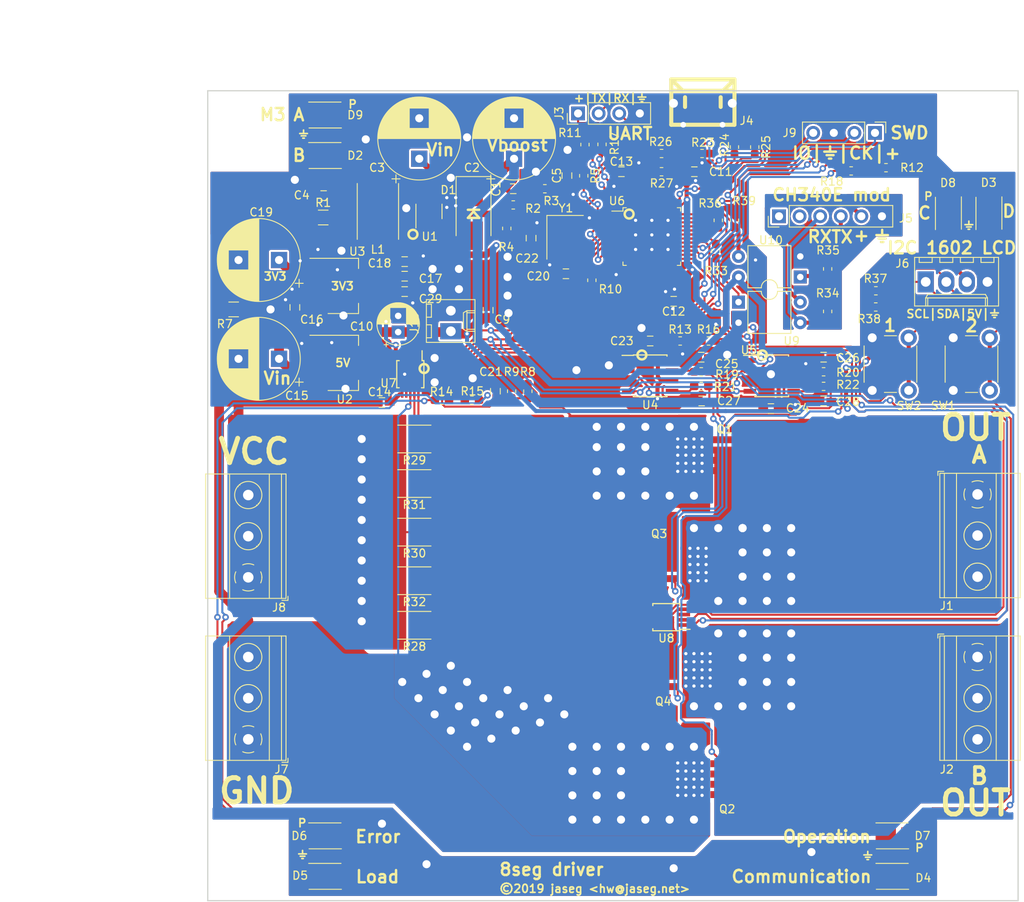
<source format=kicad_pcb>
(kicad_pcb (version 20171130) (host pcbnew "(5.0.1)")
  (layers (0 F.Cu signal) (31 B.Cu signal) (34 B.Paste user) (35 F.Paste user) (36 B.SilkS user) (37 F.SilkS user) (38 B.Mask user hide) (39 F.Mask user hide) (44 Edge.Cuts user))
  (net 0 "")
  (net 1 +VSW)
  (net 2 GND)
  (net 3 "Net-(C3-Pad1)")
  (net 4 /VBOOT_MON)
  (net 5 +5V)
  (net 6 +3V3)
  (net 7 "Net-(C15-Pad1)")
  (net 8 "Net-(C20-Pad2)")
  (net 9 /VIN_MON)
  (net 10 "Net-(C22-Pad1)")
  (net 11 "Net-(D1-Pad2)")
  (net 12 "Net-(D2-Pad2)")
  (net 13 "Net-(D3-Pad2)")
  (net 14 "Net-(D4-Pad2)")
  (net 15 "Net-(D5-Pad2)")
  (net 16 "Net-(D6-Pad2)")
  (net 17 "Net-(D7-Pad2)")
  (net 18 "Net-(D8-Pad2)")
  (net 19 "Net-(D9-Pad2)")
  (net 20 /UART_TX)
  (net 21 /UART_RX)
  (net 22 "Net-(J4-Pad4)")
  (net 23 "Net-(J4-Pad1)")
  (net 24 "Net-(J4-Pad2)")
  (net 25 "Net-(J4-Pad3)")
  (net 26 "Net-(J5-Pad1)")
  (net 27 "Net-(J5-Pad2)")
  (net 28 "Net-(J5-Pad3)")
  (net 29 "Net-(J5-Pad4)")
  (net 30 /ISO_5V)
  (net 31 /ISO_GND)
  (net 32 /SCL_LCD)
  (net 33 /SDA_LCD)
  (net 34 "Net-(R2-Pad1)")
  (net 35 "Net-(R10-Pad1)")
  (net 36 /LED0)
  (net 37 /LED1)
  (net 38 /LED2)
  (net 39 /LED3)
  (net 40 /LED4)
  (net 41 /LED5)
  (net 42 /LED6)
  (net 43 /LED7)
  (net 44 /USB_DP)
  (net 45 /USB_DM)
  (net 46 /SDA_INA)
  (net 47 /SCL_INA)
  (net 48 "Net-(R33-Pad2)")
  (net 49 "Net-(R35-Pad1)")
  (net 50 "Net-(R36-Pad1)")
  (net 51 /SW0)
  (net 52 /SW1)
  (net 53 "Net-(U6-Pad4)")
  (net 54 "Net-(U6-Pad12)")
  (net 55 "Net-(U6-Pad25)")
  (net 56 "Net-(U6-Pad38)")
  (net 57 "Net-(U6-Pad39)")
  (net 58 "Net-(U6-Pad40)")
  (net 59 "Net-(U6-Pad41)")
  (net 60 "Net-(U6-Pad45)")
  (net 61 "Net-(U6-Pad46)")
  (net 62 "Net-(U7-Pad3)")
  (net 63 "Net-(U8-Pad3)")
  (net 64 /DRV1F)
  (net 65 /DRV2F)
  (net 66 /DRV3F)
  (net 67 /DRV4F)
  (net 68 /OUT_A)
  (net 69 /OUT_B)
  (net 70 /VIN)
  (net 71 /GND_MEAS)
  (net 72 /DRV1)
  (net 73 /DRV2)
  (net 74 /DRV3)
  (net 75 /DRV4)
  (net 76 /CTRL_B)
  (net 77 /CTRL_A)
  (net 78 /SWCLK)
  (net 79 /SWDIO)
  (net 80 "Net-(U6-Pad18)")
  (net 81 "Net-(U6-Pad20)")
  (module "footprints:Toshiba SOP Advance" (layer F.Cu) (at 130 100 90)
    (fp_text reference Q1 (at 3.2 3.8 180) (layer F.SilkS))
    (fp_text value TPHR6503PL)
    (pad 1 smd rect (at 0 -0.55 90) (size 4.7 3.75) (layers F.Cu F.Paste F.Mask) (net 70 /VIN))
    (pad 3 smd rect (at -1.905 3.5 90) (size 0.85 2.95) (layers F.Cu F.Paste F.Mask) (net 68 /OUT_A))
    (pad 3 smd rect (at -0.635 3.5 90) (size 0.85 2.95) (layers F.Cu F.Paste F.Mask) (net 68 /OUT_A))
    (pad 3 smd rect (at 0.635 3.5 90) (size 0.85 2.95) (layers F.Cu F.Paste F.Mask) (net 68 /OUT_A))
    (pad 2 smd rect (at 1.905 3.5 90) (size 0.85 2.95) (layers F.Cu F.Paste F.Mask) (net 67 /DRV4F))
    (pad 1 smd rect (at 1.905 -3.475 90) (size 0.85 3) (layers F.Cu F.Paste F.Mask) (net 70 /VIN))
    (pad 1 smd rect (at 0.635 -3.475 90) (size 0.85 3) (layers F.Cu F.Paste F.Mask) (net 70 /VIN))
    (pad 1 smd rect (at -0.635 -3.475 90) (size 0.85 3) (layers F.Cu F.Paste F.Mask) (net 70 /VIN))
    (pad 1 smd rect (at -1.905 -3.475 90) (size 0.85 3) (layers F.Cu F.Paste F.Mask) (net 70 /VIN))
  )
  (module "footprints:Toshiba SOP Advance" (layer F.Cu) (at 130 140 90)
    (fp_text reference Q2 (at -3.7 4.1 180) (layer F.SilkS))
    (fp_text value TPHR6503PL)
    (pad 1 smd rect (at 0 -0.55 90) (size 4.7 3.75) (layers F.Cu F.Paste F.Mask) (net 70 /VIN))
    (pad 3 smd rect (at -1.905 3.5 90) (size 0.85 2.95) (layers F.Cu F.Paste F.Mask) (net 69 /OUT_B))
    (pad 3 smd rect (at -0.635 3.5 90) (size 0.85 2.95) (layers F.Cu F.Paste F.Mask) (net 69 /OUT_B))
    (pad 3 smd rect (at 0.635 3.5 90) (size 0.85 2.95) (layers F.Cu F.Paste F.Mask) (net 69 /OUT_B))
    (pad 2 smd rect (at 1.905 3.5 90) (size 0.85 2.95) (layers F.Cu F.Paste F.Mask) (net 65 /DRV2F))
    (pad 1 smd rect (at 1.905 -3.475 90) (size 0.85 3) (layers F.Cu F.Paste F.Mask) (net 70 /VIN))
    (pad 1 smd rect (at 0.635 -3.475 90) (size 0.85 3) (layers F.Cu F.Paste F.Mask) (net 70 /VIN))
    (pad 1 smd rect (at -0.635 -3.475 90) (size 0.85 3) (layers F.Cu F.Paste F.Mask) (net 70 /VIN))
    (pad 1 smd rect (at -1.905 -3.475 90) (size 0.85 3) (layers F.Cu F.Paste F.Mask) (net 70 /VIN))
  )
  (module "footprints:Toshiba SOP Advance" (layer F.Cu) (at 130 113.3333 270)
    (fp_text reference Q3 (at -3.6333 4.3) (layer F.SilkS))
    (fp_text value TPHR6503PL)
    (pad 1 smd rect (at 0 -0.55 270) (size 4.7 3.75) (layers F.Cu F.Paste F.Mask) (net 68 /OUT_A))
    (pad 3 smd rect (at -1.905 3.5 270) (size 0.85 2.95) (layers F.Cu F.Paste F.Mask) (net 71 /GND_MEAS))
    (pad 3 smd rect (at -0.635 3.5 270) (size 0.85 2.95) (layers F.Cu F.Paste F.Mask) (net 71 /GND_MEAS))
    (pad 3 smd rect (at 0.635 3.5 270) (size 0.85 2.95) (layers F.Cu F.Paste F.Mask) (net 71 /GND_MEAS))
    (pad 2 smd rect (at 1.905 3.5 270) (size 0.85 2.95) (layers F.Cu F.Paste F.Mask) (net 66 /DRV3F))
    (pad 1 smd rect (at 1.905 -3.475 270) (size 0.85 3) (layers F.Cu F.Paste F.Mask) (net 68 /OUT_A))
    (pad 1 smd rect (at 0.635 -3.475 270) (size 0.85 3) (layers F.Cu F.Paste F.Mask) (net 68 /OUT_A))
    (pad 1 smd rect (at -0.635 -3.475 270) (size 0.85 3) (layers F.Cu F.Paste F.Mask) (net 68 /OUT_A))
    (pad 1 smd rect (at -1.905 -3.475 270) (size 0.85 3) (layers F.Cu F.Paste F.Mask) (net 68 /OUT_A))
  )
  (module "footprints:Toshiba SOP Advance" (layer F.Cu) (at 130 126.6667 270)
    (fp_text reference Q4 (at 3.7333 3.8) (layer F.SilkS))
    (fp_text value TPHR6503PL)
    (pad 1 smd rect (at 0 -0.55 270) (size 4.7 3.75) (layers F.Cu F.Paste F.Mask) (net 69 /OUT_B))
    (pad 3 smd rect (at -1.905 3.5 270) (size 0.85 2.95) (layers F.Cu F.Paste F.Mask) (net 71 /GND_MEAS))
    (pad 3 smd rect (at -0.635 3.5 270) (size 0.85 2.95) (layers F.Cu F.Paste F.Mask) (net 71 /GND_MEAS))
    (pad 3 smd rect (at 0.635 3.5 270) (size 0.85 2.95) (layers F.Cu F.Paste F.Mask) (net 71 /GND_MEAS))
    (pad 2 smd rect (at 1.905 3.5 270) (size 0.85 2.95) (layers F.Cu F.Paste F.Mask) (net 64 /DRV1F))
    (pad 1 smd rect (at 1.905 -3.475 270) (size 0.85 3) (layers F.Cu F.Paste F.Mask) (net 69 /OUT_B))
    (pad 1 smd rect (at 0.635 -3.475 270) (size 0.85 3) (layers F.Cu F.Paste F.Mask) (net 69 /OUT_B))
    (pad 1 smd rect (at -0.635 -3.475 270) (size 0.85 3) (layers F.Cu F.Paste F.Mask) (net 69 /OUT_B))
    (pad 1 smd rect (at -1.905 -3.475 270) (size 0.85 3) (layers F.Cu F.Paste F.Mask) (net 69 /OUT_B))
  )
  (module Capacitors_SMD:C_0603_HandSoldering (layer F.Cu) (at 107.7 67.1)
    (fp_text reference C1 (at -2.1 0 90) (layer F.SilkS))
    (fp_text value 10u)
    (pad 1 smd rect (at -0.95 0) (size 1.2 0.75) (layers F.Cu F.Paste F.Mask) (net 1 +VSW))
    (pad 2 smd rect (at 0.95 0) (size 1.2 0.75) (layers F.Cu F.Paste F.Mask) (net 2 GND))
  )
  (module Capacitors_SMD:C_0603_HandSoldering (layer F.Cu) (at 84.3 67.95 180)
    (fp_text reference C4 (at 2.7 0.05 180) (layer F.SilkS))
    (fp_text value 10u)
    (pad 1 smd rect (at -0.95 0 180) (size 1.2 0.75) (layers F.Cu F.Paste F.Mask) (net 3 "Net-(C3-Pad1)"))
    (pad 2 smd rect (at 0.95 0 180) (size 1.2 0.75) (layers F.Cu F.Paste F.Mask) (net 2 GND))
  )
  (module Capacitors_SMD:C_0603_HandSoldering (layer F.Cu) (at 114.325001 65.474999 90)
    (fp_text reference C5 (at 0 -1.25 90) (layer F.SilkS))
    (fp_text value 100n)
    (pad 1 smd rect (at -0.95 0 90) (size 1.2 0.75) (layers F.Cu F.Paste F.Mask) (net 4 /VBOOT_MON))
    (pad 2 smd rect (at 0.95 0 90) (size 1.2 0.75) (layers F.Cu F.Paste F.Mask) (net 2 GND))
  )
  (module Capacitors_SMD:C_0603_HandSoldering (layer F.Cu) (at 104.6 82.1 90)
    (fp_text reference C9 (at -1.15 1.75 180) (layer F.SilkS))
    (fp_text value 10u)
    (pad 1 smd rect (at -0.95 0 90) (size 1.2 0.75) (layers F.Cu F.Paste F.Mask) (net 5 +5V))
    (pad 2 smd rect (at 0.95 0 90) (size 1.2 0.75) (layers F.Cu F.Paste F.Mask) (net 2 GND))
  )
  (module Capacitor_THT:CP_Radial_D5.0mm_P2.00mm (layer F.Cu) (at 93.5 84.8 90)
    (fp_text reference C10 (at 0.7 -4.5 180) (layer F.SilkS))
    (fp_text value 22u)
    (pad 1 thru_hole rect (at 0 0 90) (size 1.6 1.6) (drill 0.8) (layers *.Cu *.Mask) (net 5 +5V))
    (pad 2 thru_hole circle (at 2 0 90) (size 1.6 1.6) (drill 0.8) (layers *.Cu *.Mask) (net 2 GND))
  )
  (module Capacitors_SMD:C_0603_HandSoldering (layer F.Cu) (at 130.05 65)
    (fp_text reference C11 (at 3.25 0) (layer F.SilkS))
    (fp_text value 100n)
    (pad 2 smd rect (at 0.95 0) (size 1.2 0.75) (layers F.Cu F.Paste F.Mask) (net 2 GND))
    (pad 1 smd rect (at -0.95 0) (size 1.2 0.75) (layers F.Cu F.Paste F.Mask) (net 6 +3V3))
  )
  (module Capacitors_SMD:C_0603_HandSoldering (layer F.Cu) (at 127.5 81 180)
    (fp_text reference C12 (at 0 -1.25 180) (layer F.SilkS))
    (fp_text value 100n)
    (pad 1 smd rect (at -0.95 0 180) (size 1.2 0.75) (layers F.Cu F.Paste F.Mask) (net 6 +3V3))
    (pad 2 smd rect (at 0.95 0 180) (size 1.2 0.75) (layers F.Cu F.Paste F.Mask) (net 2 GND))
  )
  (module Capacitors_SMD:C_0603_HandSoldering (layer F.Cu) (at 121.05 65)
    (fp_text reference C13 (at 0 -1.25) (layer F.SilkS))
    (fp_text value 100n)
    (pad 2 smd rect (at 0.95 0) (size 1.2 0.75) (layers F.Cu F.Paste F.Mask) (net 2 GND))
    (pad 1 smd rect (at -0.95 0) (size 1.2 0.75) (layers F.Cu F.Paste F.Mask) (net 6 +3V3))
  )
  (module Capacitors_SMD:C_0603_HandSoldering (layer F.Cu) (at 91.5 93.5 180)
    (fp_text reference C14 (at 0.3 1.3 180) (layer F.SilkS))
    (fp_text value 100n)
    (pad 1 smd rect (at -0.95 0 180) (size 1.2 0.75) (layers F.Cu F.Paste F.Mask) (net 6 +3V3))
    (pad 2 smd rect (at 0.95 0 180) (size 1.2 0.75) (layers F.Cu F.Paste F.Mask) (net 2 GND))
  )
  (module Capacitors_SMD:C_0603_HandSoldering (layer F.Cu) (at 80.75 81.75 90)
    (fp_text reference C16 (at -1.5 2.1 180) (layer F.SilkS))
    (fp_text value 1u)
    (pad 1 smd rect (at -0.95 0 90) (size 1.2 0.75) (layers F.Cu F.Paste F.Mask) (net 7 "Net-(C15-Pad1)"))
    (pad 2 smd rect (at 0.95 0 90) (size 1.2 0.75) (layers F.Cu F.Paste F.Mask) (net 2 GND))
  )
  (module Capacitors_SMD:C_0603_HandSoldering (layer F.Cu) (at 94.3 77.9)
    (fp_text reference C17 (at 3.2 0.3) (layer F.SilkS))
    (fp_text value 1u)
    (pad 2 smd rect (at 0.95 0) (size 1.2 0.75) (layers F.Cu F.Paste F.Mask) (net 2 GND))
    (pad 1 smd rect (at -0.95 0) (size 1.2 0.75) (layers F.Cu F.Paste F.Mask) (net 6 +3V3))
  )
  (module Capacitors_SMD:C_0603_HandSoldering (layer F.Cu) (at 94.3 76.1)
    (fp_text reference C18 (at -3.1 0.2) (layer F.SilkS))
    (fp_text value 10u)
    (pad 2 smd rect (at 0.95 0) (size 1.2 0.75) (layers F.Cu F.Paste F.Mask) (net 2 GND))
    (pad 1 smd rect (at -0.95 0) (size 1.2 0.75) (layers F.Cu F.Paste F.Mask) (net 6 +3V3))
  )
  (module Capacitors_SMD:C_0603_HandSoldering (layer F.Cu) (at 114.2 77.6)
    (fp_text reference C20 (at -3.4 0.3) (layer F.SilkS))
    (fp_text value 12p)
    (pad 2 smd rect (at 0.95 0) (size 1.2 0.75) (layers F.Cu F.Paste F.Mask) (net 8 "Net-(C20-Pad2)"))
    (pad 1 smd rect (at -0.95 0) (size 1.2 0.75) (layers F.Cu F.Paste F.Mask) (net 2 GND))
  )
  (module Capacitors_SMD:C_0603_HandSoldering (layer F.Cu) (at 105.5 92.1 90)
    (fp_text reference C21 (at 2.4 -0.55 180) (layer F.SilkS))
    (fp_text value 100n)
    (pad 2 smd rect (at 0.95 0 90) (size 1.2 0.75) (layers F.Cu F.Paste F.Mask) (net 2 GND))
    (pad 1 smd rect (at -0.95 0 90) (size 1.2 0.75) (layers F.Cu F.Paste F.Mask) (net 9 /VIN_MON))
  )
  (module Capacitors_SMD:C_0603_HandSoldering (layer F.Cu) (at 109.9 73.2 90)
    (fp_text reference C22 (at -2.5 -0.5 180) (layer F.SilkS))
    (fp_text value 12p)
    (pad 1 smd rect (at -0.95 0 90) (size 1.2 0.75) (layers F.Cu F.Paste F.Mask) (net 10 "Net-(C22-Pad1)"))
    (pad 2 smd rect (at 0.95 0 90) (size 1.2 0.75) (layers F.Cu F.Paste F.Mask) (net 2 GND))
  )
  (module Capacitors_SMD:C_0603_HandSoldering (layer F.Cu) (at 124.6 85.9 180)
    (fp_text reference C23 (at 3.5 0 180) (layer F.SilkS))
    (fp_text value 100n)
    (pad 2 smd rect (at 0.95 0 180) (size 1.2 0.75) (layers F.Cu F.Paste F.Mask) (net 2 GND))
    (pad 1 smd rect (at -0.95 0 180) (size 1.2 0.75) (layers F.Cu F.Paste F.Mask) (net 1 +VSW))
  )
  (module Capacitors_SMD:C_0603_HandSoldering (layer F.Cu) (at 139.5 94.25 180)
    (fp_text reference C24 (at -3.3 0.05 180) (layer F.SilkS))
    (fp_text value 100n)
    (pad 1 smd rect (at -0.95 0 180) (size 1.2 0.75) (layers F.Cu F.Paste F.Mask) (net 1 +VSW))
    (pad 2 smd rect (at 0.95 0 180) (size 1.2 0.75) (layers F.Cu F.Paste F.Mask) (net 2 GND))
  )
  (module Capacitors_SMD:C_0603_HandSoldering (layer F.Cu) (at 130.9 87.9 180)
    (fp_text reference C25 (at -3.15 -0.825 180) (layer F.SilkS))
    (fp_text value 0)
    (pad 2 smd rect (at 0.95 0 180) (size 1.2 0.75) (layers F.Cu F.Paste F.Mask) (net 2 GND))
    (pad 1 smd rect (at -0.95 0 180) (size 1.2 0.75) (layers F.Cu F.Paste F.Mask) (net 64 /DRV1F))
  )
  (module Capacitors_SMD:C_0603_HandSoldering (layer F.Cu) (at 146 87.9 180)
    (fp_text reference C26 (at -3 -0.1 180) (layer F.SilkS))
    (fp_text value 0)
    (pad 2 smd rect (at 0.95 0 180) (size 1.2 0.75) (layers F.Cu F.Paste F.Mask) (net 2 GND))
    (pad 1 smd rect (at -0.95 0 180) (size 1.2 0.75) (layers F.Cu F.Paste F.Mask) (net 65 /DRV2F))
  )
  (module Capacitors_SMD:C_0603_HandSoldering (layer F.Cu) (at 130.95 93.3)
    (fp_text reference C27 (at 3.35 0) (layer F.SilkS))
    (fp_text value 0)
    (pad 1 smd rect (at -0.95 0) (size 1.2 0.75) (layers F.Cu F.Paste F.Mask) (net 2 GND))
    (pad 2 smd rect (at 0.95 0) (size 1.2 0.75) (layers F.Cu F.Paste F.Mask) (net 66 /DRV3F))
  )
  (module Capacitors_SMD:C_0603_HandSoldering (layer F.Cu) (at 146 93.3)
    (fp_text reference C28 (at 3 0.1) (layer F.SilkS))
    (fp_text value 0)
    (pad 2 smd rect (at 0.95 0) (size 1.2 0.75) (layers F.Cu F.Paste F.Mask) (net 67 /DRV4F))
    (pad 1 smd rect (at -0.95 0) (size 1.2 0.75) (layers F.Cu F.Paste F.Mask) (net 2 GND))
  )
  (module Capacitors_SMD:C_0603_HandSoldering (layer F.Cu) (at 94.3 79.8)
    (fp_text reference C29 (at 3.2 0.9) (layer F.SilkS))
    (fp_text value 100n)
    (pad 2 smd rect (at 0.95 0) (size 1.2 0.75) (layers F.Cu F.Paste F.Mask) (net 2 GND))
    (pad 1 smd rect (at -0.95 0) (size 1.2 0.75) (layers F.Cu F.Paste F.Mask) (net 6 +3V3))
  )
  (module Diode_SMD:D_SMB_Handsoldering (layer F.Cu) (at 102.8 70.2 270)
    (fp_text reference D1 (at -2.95 3.1) (layer F.SilkS))
    (fp_text value "2A schottky")
    (pad 1 smd rect (at -2.7 0 270) (size 3.5 2.3) (layers F.Cu F.Paste F.Mask) (net 1 +VSW))
    (pad 2 smd rect (at 2.7 0 270) (size 3.5 2.3) (layers F.Cu F.Paste F.Mask) (net 11 "Net-(D1-Pad2)"))
  )
  (module LED_SMD:LED_PLCC_2835_Handsoldering (layer F.Cu) (at 85 63)
    (fp_text reference D2 (at 3.2 0) (layer F.SilkS))
    (fp_text value cyan)
    (pad 2 smd rect (at 1.33 0 180) (size 1.5 2.1) (layers F.Cu F.Paste F.Mask) (net 12 "Net-(D2-Pad2)"))
    (pad 1 smd rect (at -1.33 0 180) (size 2.5 2.1) (layers F.Cu F.Paste F.Mask) (net 2 GND))
  )
  (module LED_SMD:LED_PLCC_2835_Handsoldering (layer F.Cu) (at 166.4 69.6 90)
    (fp_text reference D3 (at 3.25 -0.025 180) (layer F.SilkS))
    (fp_text value cyan)
    (pad 1 smd rect (at -1.33 0 270) (size 2.5 2.1) (layers F.Cu F.Paste F.Mask) (net 2 GND))
    (pad 2 smd rect (at 1.33 0 270) (size 1.5 2.1) (layers F.Cu F.Paste F.Mask) (net 13 "Net-(D3-Pad2)"))
  )
  (module LED_SMD:LED_PLCC_2835_Handsoldering (layer F.Cu) (at 155 152)
    (fp_text reference D4 (at 3.3 0.2) (layer F.SilkS))
    (fp_text value cyan)
    (pad 1 smd rect (at -1.33 0 180) (size 2.5 2.1) (layers F.Cu F.Paste F.Mask) (net 2 GND))
    (pad 2 smd rect (at 1.33 0 180) (size 1.5 2.1) (layers F.Cu F.Paste F.Mask) (net 14 "Net-(D4-Pad2)"))
  )
  (module LED_SMD:LED_PLCC_2835_Handsoldering (layer F.Cu) (at 85 152)
    (fp_text reference D5 (at -3.6 -0.1) (layer F.SilkS))
    (fp_text value cyan)
    (pad 2 smd rect (at 1.33 0 180) (size 1.5 2.1) (layers F.Cu F.Paste F.Mask) (net 15 "Net-(D5-Pad2)"))
    (pad 1 smd rect (at -1.33 0 180) (size 2.5 2.1) (layers F.Cu F.Paste F.Mask) (net 2 GND))
  )
  (module LED_SMD:LED_PLCC_2835_Handsoldering (layer F.Cu) (at 85 147)
    (fp_text reference D6 (at -3.7 0) (layer F.SilkS))
    (fp_text value pink)
    (pad 2 smd rect (at 1.33 0 180) (size 1.5 2.1) (layers F.Cu F.Paste F.Mask) (net 16 "Net-(D6-Pad2)"))
    (pad 1 smd rect (at -1.33 0 180) (size 2.5 2.1) (layers F.Cu F.Paste F.Mask) (net 2 GND))
  )
  (module LED_SMD:LED_PLCC_2835_Handsoldering (layer F.Cu) (at 155 147)
    (fp_text reference D7 (at 3.2 0) (layer F.SilkS))
    (fp_text value pink)
    (pad 1 smd rect (at -1.33 0 180) (size 2.5 2.1) (layers F.Cu F.Paste F.Mask) (net 2 GND))
    (pad 2 smd rect (at 1.33 0 180) (size 1.5 2.1) (layers F.Cu F.Paste F.Mask) (net 17 "Net-(D7-Pad2)"))
  )
  (module LED_SMD:LED_PLCC_2835_Handsoldering (layer F.Cu) (at 161.4 69.6 90)
    (fp_text reference D8 (at 3.225 -0.05 180) (layer F.SilkS))
    (fp_text value pink)
    (pad 2 smd rect (at 1.33 0 270) (size 1.5 2.1) (layers F.Cu F.Paste F.Mask) (net 18 "Net-(D8-Pad2)"))
    (pad 1 smd rect (at -1.33 0 270) (size 2.5 2.1) (layers F.Cu F.Paste F.Mask) (net 2 GND))
  )
  (module LED_SMD:LED_PLCC_2835_Handsoldering (layer F.Cu) (at 85 58)
    (fp_text reference D9 (at 3.2 0) (layer F.SilkS))
    (fp_text value pink)
    (pad 1 smd rect (at -1.33 0 180) (size 2.5 2.1) (layers F.Cu F.Paste F.Mask) (net 2 GND))
    (pad 2 smd rect (at 1.33 0 180) (size 1.5 2.1) (layers F.Cu F.Paste F.Mask) (net 19 "Net-(D9-Pad2)"))
  )
  (module TerminalBlock_Phoenix:TerminalBlock_Phoenix_MKDS-1,5-3-5.08_1x03_P5.08mm_Horizontal (layer F.Cu) (at 165 104.84 270)
    (fp_text reference J1 (at 13.76 3.8) (layer F.SilkS))
    (fp_text value OUT_A)
    (pad 1 thru_hole rect (at 0 0 270) (size 2.6 2.6) (drill 1.3) (layers *.Cu *.Mask) (net 68 /OUT_A))
    (pad 2 thru_hole circle (at 5.08 0 270) (size 2.6 2.6) (drill 1.3) (layers *.Cu *.Mask) (net 68 /OUT_A))
    (pad 3 thru_hole circle (at 10.16 0 270) (size 2.6 2.6) (drill 1.3) (layers *.Cu *.Mask) (net 68 /OUT_A))
  )
  (module TerminalBlock_Phoenix:TerminalBlock_Phoenix_MKDS-1,5-3-5.08_1x03_P5.08mm_Horizontal (layer F.Cu) (at 165 124.92 270)
    (fp_text reference J2 (at 13.88 3.8) (layer F.SilkS))
    (fp_text value OUT_B)
    (pad 3 thru_hole circle (at 10.16 0 270) (size 2.6 2.6) (drill 1.3) (layers *.Cu *.Mask) (net 69 /OUT_B))
    (pad 2 thru_hole circle (at 5.08 0 270) (size 2.6 2.6) (drill 1.3) (layers *.Cu *.Mask) (net 69 /OUT_B))
    (pad 1 thru_hole rect (at 0 0 270) (size 2.6 2.6) (drill 1.3) (layers *.Cu *.Mask) (net 69 /OUT_B))
  )
  (module footprints:microusb_ali_dovetail (layer F.Cu) (at 131.1 59.2)
    (fp_text reference J4 (at 5.4 -0.5) (layer F.SilkS))
    (fp_text value USB_B_Micro hide)
    (pad 5 smd rect (at -1.3 0) (size 0.4 1.35) (layers F.Cu F.Paste F.Mask) (net 2 GND))
    (pad 4 smd rect (at -0.65 0) (size 0.4 1.35) (layers F.Cu F.Paste F.Mask) (net 22 "Net-(J4-Pad4)"))
    (pad 1 smd rect (at 1.3 0) (size 0.4 1.35) (layers F.Cu F.Paste F.Mask) (net 23 "Net-(J4-Pad1)"))
    (pad 2 smd rect (at 0.65 0) (size 0.4 1.35) (layers F.Cu F.Paste F.Mask) (net 24 "Net-(J4-Pad2)"))
    (pad 3 smd rect (at 0 0) (size 0.4 1.35) (layers F.Cu F.Paste F.Mask) (net 25 "Net-(J4-Pad3)"))
    (pad 6 thru_hole oval (at 3.625 -2.65) (size 1.5 2) (drill 1.1) (layers *.Cu *.Mask) (net 2 GND))
    (pad 6 thru_hole oval (at 2.425 0) (size 1 1.5) (drill 0.7) (layers *.Cu *.Mask) (net 2 GND))
    (pad 6 thru_hole oval (at -2.425 0) (size 1 1.5) (drill 0.7) (layers *.Cu *.Mask) (net 2 GND))
    (pad 6 thru_hole oval (at -3.625 -2.65) (size 1.5 2) (drill 1.1) (layers *.Cu *.Mask) (net 2 GND))
  )
  (module Connectors_Molex:Molex_KK-6410-04_04x2.54mm_Straight (layer F.Cu) (at 158.6 78.6)
    (fp_text reference J6 (at -2.875 -2.275 180) (layer F.SilkS))
    (fp_text value "1602 I2C LCD")
    (pad 1 thru_hole rect (at 0 0) (size 2 2.6) (drill 1.2) (layers *.Cu *.Mask) (net 32 /SCL_LCD))
    (pad 2 thru_hole oval (at 2.54 0) (size 2 2.6) (drill 1.2) (layers *.Cu *.Mask) (net 33 /SDA_LCD))
    (pad 3 thru_hole oval (at 5.08 0) (size 2 2.6) (drill 1.2) (layers *.Cu *.Mask) (net 5 +5V))
    (pad 4 thru_hole oval (at 7.62 0) (size 2 2.6) (drill 1.2) (layers *.Cu *.Mask) (net 2 GND))
  )
  (module TerminalBlock_Phoenix:TerminalBlock_Phoenix_MKDS-1,5-3-5.08_1x03_P5.08mm_Horizontal (layer F.Cu) (at 75 135.08 90)
    (fp_text reference J7 (at -3.72 4.1 180) (layer F.SilkS))
    (fp_text value IN_VCC)
    (pad 3 thru_hole circle (at 10.16 0 90) (size 2.6 2.6) (drill 1.3) (layers *.Cu *.Mask) (net 70 /VIN))
    (pad 2 thru_hole circle (at 5.08 0 90) (size 2.6 2.6) (drill 1.3) (layers *.Cu *.Mask) (net 70 /VIN))
    (pad 1 thru_hole rect (at 0 0 90) (size 2.6 2.6) (drill 1.3) (layers *.Cu *.Mask) (net 70 /VIN))
  )
  (module TerminalBlock_Phoenix:TerminalBlock_Phoenix_MKDS-1,5-3-5.08_1x03_P5.08mm_Horizontal (layer F.Cu) (at 75 115.08 90)
    (fp_text reference J8 (at -3.72 3.8 180) (layer F.SilkS))
    (fp_text value IN_GND)
    (pad 1 thru_hole rect (at 0 0 90) (size 2.6 2.6) (drill 1.3) (layers *.Cu *.Mask) (net 2 GND))
    (pad 2 thru_hole circle (at 5.08 0 90) (size 2.6 2.6) (drill 1.3) (layers *.Cu *.Mask) (net 2 GND))
    (pad 3 thru_hole circle (at 10.16 0 90) (size 2.6 2.6) (drill 1.3) (layers *.Cu *.Mask) (net 2 GND))
  )
  (module Inductor_SMD:L_Taiyo-Yuden_NR-50xx_HandSoldering (layer F.Cu) (at 91 69.9 270)
    (fp_text reference L1 (at 4.7 0) (layer F.SilkS))
    (fp_text value 10u)
    (pad 1 smd rect (at -2.25 0 270) (size 2.4 4.2) (layers F.Cu F.Paste F.Mask) (net 3 "Net-(C3-Pad1)"))
    (pad 2 smd rect (at 2.25 0 270) (size 2.4 4.2) (layers F.Cu F.Paste F.Mask) (net 11 "Net-(D1-Pad2)"))
  )
  (module Resistor_SMD:R_0603_1608Metric_Pad1.05x0.95mm_HandSolder (layer F.Cu) (at 107.7 69.1)
    (fp_text reference R2 (at 2.45 0.45) (layer F.SilkS))
    (fp_text value 100k)
    (pad 2 smd roundrect (at 0.875 0) (size 1.05 0.95) (layers F.Cu F.Paste F.Mask) (net 1 +VSW))
    (pad 1 smd roundrect (at -0.875 0) (size 1.05 0.95) (layers F.Cu F.Paste F.Mask) (net 34 "Net-(R2-Pad1)"))
  )
  (module Resistor_SMD:R_0603_1608Metric_Pad1.05x0.95mm_HandSolder (layer F.Cu) (at 111.6 67.1)
    (fp_text reference R3 (at 0.8 1.5) (layer F.SilkS))
    (fp_text value 47k)
    (pad 1 smd roundrect (at -0.875 0) (size 1.05 0.95) (layers F.Cu F.Paste F.Mask) (net 1 +VSW))
    (pad 2 smd roundrect (at 0.875 0) (size 1.05 0.95) (layers F.Cu F.Paste F.Mask) (net 4 /VBOOT_MON))
  )
  (module Resistor_SMD:R_0603_1608Metric_Pad1.05x0.95mm_HandSolder (layer F.Cu) (at 106.9 72 90)
    (fp_text reference R4 (at -2.3 -0.05 180) (layer F.SilkS))
    (fp_text value 3k3)
    (pad 2 smd roundrect (at 0.875 0 90) (size 1.05 0.95) (layers F.Cu F.Paste F.Mask) (net 34 "Net-(R2-Pad1)"))
    (pad 1 smd roundrect (at -0.875 0 90) (size 1.05 0.95) (layers F.Cu F.Paste F.Mask) (net 2 GND))
  )
  (module Resistor_SMD:R_0603_1608Metric_Pad1.05x0.95mm_HandSolder (layer F.Cu) (at 116.4 65.5 270)
    (fp_text reference R5 (at 0 -1.43 270) (layer F.SilkS))
    (fp_text value 10k)
    (pad 1 smd roundrect (at -0.875 0 270) (size 1.05 0.95) (layers F.Cu F.Paste F.Mask) (net 2 GND))
    (pad 2 smd roundrect (at 0.875 0 270) (size 1.05 0.95) (layers F.Cu F.Paste F.Mask) (net 4 /VBOOT_MON))
  )
  (module Resistor_SMD:R_1206_3216Metric_Pad1.42x1.75mm_HandSolder (layer F.Cu) (at 73.2 82)
    (fp_text reference R7 (at -1.1 1.8) (layer F.SilkS))
    (fp_text value "10R .5W")
    (pad 1 smd roundrect (at -1.4875 0) (size 1.425 1.75) (layers F.Cu F.Paste F.Mask) (roundrect_rratio 0.175439) (net 70 /VIN))
    (pad 2 smd roundrect (at 1.4875 0) (size 1.425 1.75) (layers F.Cu F.Paste F.Mask) (roundrect_rratio 0.175439) (net 7 "Net-(C15-Pad1)"))
  )
  (module Resistor_SMD:R_0603_1608Metric_Pad1.05x0.95mm_HandSolder (layer F.Cu) (at 109.5 92.1 270)
    (fp_text reference R8 (at -2.4 0) (layer F.SilkS))
    (fp_text value 47k)
    (pad 2 smd roundrect (at 0.875 0 270) (size 1.05 0.95) (layers F.Cu F.Paste F.Mask) (net 9 /VIN_MON))
    (pad 1 smd roundrect (at -0.875 0 270) (size 1.05 0.95) (layers F.Cu F.Paste F.Mask) (net 70 /VIN))
  )
  (module Resistor_SMD:R_0603_1608Metric_Pad1.05x0.95mm_HandSolder (layer F.Cu) (at 107.5 92.1 270)
    (fp_text reference R9 (at -2.4 0) (layer F.SilkS))
    (fp_text value 10k)
    (pad 1 smd roundrect (at -0.875 0 270) (size 1.05 0.95) (layers F.Cu F.Paste F.Mask) (net 2 GND))
    (pad 2 smd roundrect (at 0.875 0 270) (size 1.05 0.95) (layers F.Cu F.Paste F.Mask) (net 9 /VIN_MON))
  )
  (module Resistor_SMD:R_0603_1608Metric_Pad1.05x0.95mm_HandSolder (layer F.Cu) (at 117.4 78.4 90)
    (fp_text reference R10 (at -1.1 2.3) (layer F.SilkS))
    (fp_text value 10k)
    (pad 2 smd roundrect (at 0.875 0 90) (size 1.05 0.95) (layers F.Cu F.Paste F.Mask) (net 6 +3V3))
    (pad 1 smd roundrect (at -0.875 0 90) (size 1.05 0.95) (layers F.Cu F.Paste F.Mask) (net 35 "Net-(R10-Pad1)"))
  )
  (module Resistor_SMD:R_0603_1608Metric_Pad1.05x0.95mm_HandSolder (layer F.Cu) (at 116.55 61.65 90)
    (fp_text reference R11 (at 1.45 -1.85 180) (layer F.SilkS))
    (fp_text value 150)
    (pad 1 smd roundrect (at -0.875 0 90) (size 1.05 0.95) (layers F.Cu F.Paste F.Mask) (net 36 /LED0))
    (pad 2 smd roundrect (at 0.875 0 90) (size 1.05 0.95) (layers F.Cu F.Paste F.Mask) (net 12 "Net-(D2-Pad2)"))
  )
  (module Resistor_SMD:R_0603_1608Metric_Pad1.05x0.95mm_HandSolder (layer F.Cu) (at 153.7 64.5)
    (fp_text reference R12 (at 3.2 0) (layer F.SilkS))
    (fp_text value 150)
    (pad 2 smd roundrect (at 0.875 0) (size 1.05 0.95) (layers F.Cu F.Paste F.Mask) (net 13 "Net-(D3-Pad2)"))
    (pad 1 smd roundrect (at -0.875 0) (size 1.05 0.95) (layers F.Cu F.Paste F.Mask) (net 37 /LED1))
  )
  (module Resistor_SMD:R_0603_1608Metric_Pad1.05x0.95mm_HandSolder (layer F.Cu) (at 128.3 85.9)
    (fp_text reference R13 (at 0 -1.43) (layer F.SilkS))
    (fp_text value 150)
    (pad 1 smd roundrect (at -0.875 0) (size 1.05 0.95) (layers F.Cu F.Paste F.Mask) (net 38 /LED2))
    (pad 2 smd roundrect (at 0.875 0) (size 1.05 0.95) (layers F.Cu F.Paste F.Mask) (net 17 "Net-(D7-Pad2)"))
  )
  (module Resistor_SMD:R_0603_1608Metric_Pad1.05x0.95mm_HandSolder (layer F.Cu) (at 98.9 93.2 180)
    (fp_text reference R14 (at 0.05 1.05 180) (layer F.SilkS))
    (fp_text value 150)
    (pad 2 smd roundrect (at 0.875 0 180) (size 1.05 0.95) (layers F.Cu F.Paste F.Mask) (net 15 "Net-(D5-Pad2)"))
    (pad 1 smd roundrect (at -0.875 0 180) (size 1.05 0.95) (layers F.Cu F.Paste F.Mask) (net 39 /LED3))
  )
  (module Resistor_SMD:R_0603_1608Metric_Pad1.05x0.95mm_HandSolder (layer F.Cu) (at 102.6 93.2)
    (fp_text reference R15 (at 0.05 -1.1) (layer F.SilkS))
    (fp_text value 150)
    (pad 1 smd roundrect (at -0.875 0) (size 1.05 0.95) (layers F.Cu F.Paste F.Mask) (net 40 /LED4))
    (pad 2 smd roundrect (at 0.875 0) (size 1.05 0.95) (layers F.Cu F.Paste F.Mask) (net 16 "Net-(D6-Pad2)"))
  )
  (module Resistor_SMD:R_0603_1608Metric_Pad1.05x0.95mm_HandSolder (layer F.Cu) (at 131.8 85.9)
    (fp_text reference R16 (at 0 -1.43) (layer F.SilkS))
    (fp_text value 150)
    (pad 2 smd roundrect (at 0.875 0) (size 1.05 0.95) (layers F.Cu F.Paste F.Mask) (net 14 "Net-(D4-Pad2)"))
    (pad 1 smd roundrect (at -0.875 0) (size 1.05 0.95) (layers F.Cu F.Paste F.Mask) (net 41 /LED5))
  )
  (module Resistor_SMD:R_0603_1608Metric_Pad1.05x0.95mm_HandSolder (layer F.Cu) (at 118.655001 61.624999 90)
    (fp_text reference R17 (at 0.124999 1.544999 90) (layer F.SilkS))
    (fp_text value 150)
    (pad 1 smd roundrect (at -0.875 0 90) (size 1.05 0.95) (layers F.Cu F.Paste F.Mask) (net 42 /LED6))
    (pad 2 smd roundrect (at 0.875 0 90) (size 1.05 0.95) (layers F.Cu F.Paste F.Mask) (net 19 "Net-(D9-Pad2)"))
  )
  (module Resistor_SMD:R_0603_1608Metric_Pad1.05x0.95mm_HandSolder (layer F.Cu) (at 149.4 64.9)
    (fp_text reference R18 (at -2.4 1.3) (layer F.SilkS))
    (fp_text value 150)
    (pad 2 smd roundrect (at 0.875 0) (size 1.05 0.95) (layers F.Cu F.Paste F.Mask) (net 18 "Net-(D8-Pad2)"))
    (pad 1 smd roundrect (at -0.875 0) (size 1.05 0.95) (layers F.Cu F.Paste F.Mask) (net 43 /LED7))
  )
  (module Resistor_SMD:R_0603_1608Metric_Pad1.05x0.95mm_HandSolder (layer F.Cu) (at 130.9 89.7 180)
    (fp_text reference R19 (at -3.175 -0.325 180) (layer F.SilkS))
    (fp_text value 0R)
    (pad 1 smd roundrect (at -0.875 0 180) (size 1.05 0.95) (layers F.Cu F.Paste F.Mask) (net 64 /DRV1F))
    (pad 2 smd roundrect (at 0.875 0 180) (size 1.05 0.95) (layers F.Cu F.Paste F.Mask) (net 72 /DRV1))
  )
  (module Resistor_SMD:R_0603_1608Metric_Pad1.05x0.95mm_HandSolder (layer F.Cu) (at 146 89.7 180)
    (fp_text reference R20 (at -3 -0.1) (layer F.SilkS))
    (fp_text value 0R)
    (pad 2 smd roundrect (at 0.875 0 180) (size 1.05 0.95) (layers F.Cu F.Paste F.Mask) (net 73 /DRV2))
    (pad 1 smd roundrect (at -0.875 0 180) (size 1.05 0.95) (layers F.Cu F.Paste F.Mask) (net 65 /DRV2F))
  )
  (module Resistor_SMD:R_0603_1608Metric_Pad1.05x0.95mm_HandSolder (layer F.Cu) (at 130.9 91.5 180)
    (fp_text reference R21 (at -3 -0.05 180) (layer F.SilkS))
    (fp_text value 0R)
    (pad 1 smd roundrect (at -0.875 0 180) (size 1.05 0.95) (layers F.Cu F.Paste F.Mask) (net 66 /DRV3F))
    (pad 2 smd roundrect (at 0.875 0 180) (size 1.05 0.95) (layers F.Cu F.Paste F.Mask) (net 74 /DRV3))
  )
  (module Resistor_SMD:R_0603_1608Metric_Pad1.05x0.95mm_HandSolder (layer F.Cu) (at 146 91.5 180)
    (fp_text reference R22 (at -3 0.2 180) (layer F.SilkS))
    (fp_text value 0R)
    (pad 2 smd roundrect (at 0.875 0 180) (size 1.05 0.95) (layers F.Cu F.Paste F.Mask) (net 75 /DRV4))
    (pad 1 smd roundrect (at -0.875 0 180) (size 1.05 0.95) (layers F.Cu F.Paste F.Mask) (net 67 /DRV4F))
  )
  (module Resistor_SMD:R_0603_1608Metric_Pad1.05x0.95mm_HandSolder (layer F.Cu) (at 131 62.75 180)
    (fp_text reference R23 (at -0.1 1.35 180) (layer F.SilkS))
    (fp_text value 1k5)
    (pad 1 smd roundrect (at -0.875 0 180) (size 1.05 0.95) (layers F.Cu F.Paste F.Mask) (net 25 "Net-(J4-Pad3)"))
    (pad 2 smd roundrect (at 0.875 0 180) (size 1.05 0.95) (layers F.Cu F.Paste F.Mask) (net 6 +3V3))
  )
  (module Resistor_SMD:R_0603_1608Metric_Pad1.05x0.95mm_HandSolder (layer F.Cu) (at 135 61.95 270)
    (fp_text reference R24 (at -0.25 1.2 270) (layer F.SilkS))
    (fp_text value 22)
    (pad 2 smd roundrect (at 0.875 0 270) (size 1.05 0.95) (layers F.Cu F.Paste F.Mask) (net 44 /USB_DP))
    (pad 1 smd roundrect (at -0.875 0 270) (size 1.05 0.95) (layers F.Cu F.Paste F.Mask) (net 25 "Net-(J4-Pad3)"))
  )
  (module Resistor_SMD:R_0603_1608Metric_Pad1.05x0.95mm_HandSolder (layer F.Cu) (at 137.5 61.95 90)
    (fp_text reference R25 (at 0 1.4 90) (layer F.SilkS))
    (fp_text value 22)
    (pad 1 smd roundrect (at -0.875 0 90) (size 1.05 0.95) (layers F.Cu F.Paste F.Mask) (net 45 /USB_DM))
    (pad 2 smd roundrect (at 0.875 0 90) (size 1.05 0.95) (layers F.Cu F.Paste F.Mask) (net 24 "Net-(J4-Pad2)"))
  )
  (module Resistor_SMD:R_0603_1608Metric_Pad1.05x0.95mm_HandSolder (layer F.Cu) (at 126 62.75 180)
    (fp_text reference R26 (at 0.1 1.45 180) (layer F.SilkS))
    (fp_text value 1k5)
    (pad 1 smd roundrect (at -0.875 0 180) (size 1.05 0.95) (layers F.Cu F.Paste F.Mask) (net 6 +3V3))
    (pad 2 smd roundrect (at 0.875 0 180) (size 1.05 0.95) (layers F.Cu F.Paste F.Mask) (net 46 /SDA_INA))
  )
  (module Resistor_SMD:R_0603_1608Metric_Pad1.05x0.95mm_HandSolder (layer F.Cu) (at 126 65 180)
    (fp_text reference R27 (at 0 -1.43 180) (layer F.SilkS))
    (fp_text value 1k5)
    (pad 2 smd roundrect (at 0.875 0 180) (size 1.05 0.95) (layers F.Cu F.Paste F.Mask) (net 47 /SCL_INA))
    (pad 1 smd roundrect (at -0.875 0 180) (size 1.05 0.95) (layers F.Cu F.Paste F.Mask) (net 6 +3V3))
  )
  (module Resistor_SMD:R_2512_6332Metric_Pad1.52x3.35mm_HandSolder (layer F.Cu) (at 95.5 121 180)
    (fp_text reference R28 (at 0 -2.62 180) (layer F.SilkS))
    (fp_text value "5mR 1W 2512")
    (pad 2 smd roundrect (at 2.9875 0 180) (size 1.525 3.35) (layers F.Cu F.Paste F.Mask) (roundrect_rratio 0.163934) (net 2 GND))
    (pad 1 smd roundrect (at -2.9875 0 180) (size 1.525 3.35) (layers F.Cu F.Paste F.Mask) (roundrect_rratio 0.163934) (net 71 /GND_MEAS))
  )
  (module Resistor_SMD:R_2512_6332Metric_Pad1.52x3.35mm_HandSolder (layer F.Cu) (at 95.5 98 180)
    (fp_text reference R29 (at 0 -2.62 180) (layer F.SilkS))
    (fp_text value "5mR 1W")
    (pad 1 smd roundrect (at -2.9875 0 180) (size 1.525 3.35) (layers F.Cu F.Paste F.Mask) (roundrect_rratio 0.163934) (net 71 /GND_MEAS))
    (pad 2 smd roundrect (at 2.9875 0 180) (size 1.525 3.35) (layers F.Cu F.Paste F.Mask) (roundrect_rratio 0.163934) (net 2 GND))
  )
  (module Resistor_SMD:R_2512_6332Metric_Pad1.52x3.35mm_HandSolder (layer F.Cu) (at 95.5 109.5 180)
    (fp_text reference R30 (at 0 -2.62 180) (layer F.SilkS))
    (fp_text value "5mR 1W")
    (pad 1 smd roundrect (at -2.9875 0 180) (size 1.525 3.35) (layers F.Cu F.Paste F.Mask) (roundrect_rratio 0.163934) (net 71 /GND_MEAS))
    (pad 2 smd roundrect (at 2.9875 0 180) (size 1.525 3.35) (layers F.Cu F.Paste F.Mask) (roundrect_rratio 0.163934) (net 2 GND))
  )
  (module Resistor_SMD:R_2512_6332Metric_Pad1.52x3.35mm_HandSolder (layer F.Cu) (at 95.5 103.5 180)
    (fp_text reference R31 (at 0 -2.62 180) (layer F.SilkS))
    (fp_text value "5mR 1W")
    (pad 2 smd roundrect (at 2.9875 0 180) (size 1.525 3.35) (layers F.Cu F.Paste F.Mask) (roundrect_rratio 0.163934) (net 2 GND))
    (pad 1 smd roundrect (at -2.9875 0 180) (size 1.525 3.35) (layers F.Cu F.Paste F.Mask) (roundrect_rratio 0.163934) (net 71 /GND_MEAS))
  )
  (module Resistor_SMD:R_2512_6332Metric_Pad1.52x3.35mm_HandSolder (layer F.Cu) (at 95.5 115.5 180)
    (fp_text reference R32 (at 0 -2.62 180) (layer F.SilkS))
    (fp_text value "5mR 1W")
    (pad 1 smd roundrect (at -2.9875 0 180) (size 1.525 3.35) (layers F.Cu F.Paste F.Mask) (roundrect_rratio 0.163934) (net 71 /GND_MEAS))
    (pad 2 smd roundrect (at 2.9875 0 180) (size 1.525 3.35) (layers F.Cu F.Paste F.Mask) (roundrect_rratio 0.163934) (net 2 GND))
  )
  (module Resistor_SMD:R_0603_1608Metric_Pad1.05x0.95mm_HandSolder (layer F.Cu) (at 132.7 74.8 270)
    (fp_text reference R33 (at 2.45 -0.05) (layer F.SilkS))
    (fp_text value 390)
    (pad 1 smd roundrect (at -0.875 0 270) (size 1.05 0.95) (layers F.Cu F.Paste F.Mask) (net 20 /UART_TX))
    (pad 2 smd roundrect (at 0.875 0 270) (size 1.05 0.95) (layers F.Cu F.Paste F.Mask) (net 48 "Net-(R33-Pad2)"))
  )
  (module Resistor_SMD:R_0603_1608Metric_Pad1.05x0.95mm_HandSolder (layer F.Cu) (at 146.5 82.25 90)
    (fp_text reference R34 (at 2.25 0 180) (layer F.SilkS))
    (fp_text value 720)
    (pad 1 smd roundrect (at -0.875 0 90) (size 1.05 0.95) (layers F.Cu F.Paste F.Mask) (net 28 "Net-(J5-Pad3)"))
    (pad 2 smd roundrect (at 0.875 0 90) (size 1.05 0.95) (layers F.Cu F.Paste F.Mask) (net 31 /ISO_GND))
  )
  (module Resistor_SMD:R_0603_1608Metric_Pad1.05x0.95mm_HandSolder (layer F.Cu) (at 146.5 77 90)
    (fp_text reference R35 (at 2.3 0.05 180) (layer F.SilkS))
    (fp_text value 390)
    (pad 2 smd roundrect (at 0.875 0 90) (size 1.05 0.95) (layers F.Cu F.Paste F.Mask) (net 29 "Net-(J5-Pad4)"))
    (pad 1 smd roundrect (at -0.875 0 90) (size 1.05 0.95) (layers F.Cu F.Paste F.Mask) (net 49 "Net-(R35-Pad1)"))
  )
  (module Resistor_SMD:R_0603_1608Metric_Pad1.05x0.95mm_HandSolder (layer F.Cu) (at 133 71 270)
    (fp_text reference R36 (at -2.1 1) (layer F.SilkS))
    (fp_text value 10k)
    (pad 1 smd roundrect (at -0.875 0 270) (size 1.05 0.95) (layers F.Cu F.Paste F.Mask) (net 50 "Net-(R36-Pad1)"))
    (pad 2 smd roundrect (at 0.875 0 270) (size 1.05 0.95) (layers F.Cu F.Paste F.Mask) (net 21 /UART_RX))
  )
  (module Resistor_SMD:R_0603_1608Metric_Pad1.05x0.95mm_HandSolder (layer F.Cu) (at 152.45 79.7 180)
    (fp_text reference R37 (at 0.05 1.5 180) (layer F.SilkS))
    (fp_text value 1k5)
    (pad 2 smd roundrect (at 0.875 0 180) (size 1.05 0.95) (layers F.Cu F.Paste F.Mask) (net 5 +5V))
    (pad 1 smd roundrect (at -0.875 0 180) (size 1.05 0.95) (layers F.Cu F.Paste F.Mask) (net 33 /SDA_LCD))
  )
  (module Resistor_SMD:R_0603_1608Metric_Pad1.05x0.95mm_HandSolder (layer F.Cu) (at 152.435001 81.7 180)
    (fp_text reference R38 (at 0.810001 -1.475 180) (layer F.SilkS))
    (fp_text value 1k5)
    (pad 1 smd roundrect (at -0.875 0 180) (size 1.05 0.95) (layers F.Cu F.Paste F.Mask) (net 32 /SCL_LCD))
    (pad 2 smd roundrect (at 0.875 0 180) (size 1.05 0.95) (layers F.Cu F.Paste F.Mask) (net 5 +5V))
  )
  (module Resistor_SMD:R_0603_1608Metric_Pad1.05x0.95mm_HandSolder (layer F.Cu) (at 135 71 270)
    (fp_text reference R39 (at -2.4 -1.2) (layer F.SilkS))
    (fp_text value 680)
    (pad 2 smd roundrect (at 0.875 0 270) (size 1.05 0.95) (layers F.Cu F.Paste F.Mask) (net 50 "Net-(R36-Pad1)"))
    (pad 1 smd roundrect (at -0.875 0 270) (size 1.05 0.95) (layers F.Cu F.Paste F.Mask) (net 2 GND))
  )
  (module Button_Switch_THT:SW_PUSH_6mm (layer F.Cu) (at 162 92 90)
    (fp_text reference SW1 (at -1.875 -1.225 180) (layer F.SilkS))
    (fp_text value SW_Push)
    (pad 2 thru_hole circle (at 0 4.5 180) (size 2 2) (drill 1.1) (layers *.Cu *.Mask) (net 51 /SW0))
    (pad 1 thru_hole circle (at 0 0 180) (size 2 2) (drill 1.1) (layers *.Cu *.Mask) (net 2 GND))
    (pad 2 thru_hole circle (at 6.5 4.5 180) (size 2 2) (drill 1.1) (layers *.Cu *.Mask) (net 51 /SW0))
    (pad 1 thru_hole circle (at 6.5 0 180) (size 2 2) (drill 1.1) (layers *.Cu *.Mask) (net 2 GND))
  )
  (module Button_Switch_THT:SW_PUSH_6mm (layer F.Cu) (at 152 92 90)
    (fp_text reference SW2 (at -1.9 4.55) (layer F.SilkS))
    (fp_text value SW_Push)
    (pad 1 thru_hole circle (at 6.5 0 180) (size 2 2) (drill 1.1) (layers *.Cu *.Mask) (net 2 GND))
    (pad 2 thru_hole circle (at 6.5 4.5 180) (size 2 2) (drill 1.1) (layers *.Cu *.Mask) (net 52 /SW1))
    (pad 1 thru_hole circle (at 0 0 180) (size 2 2) (drill 1.1) (layers *.Cu *.Mask) (net 2 GND))
    (pad 2 thru_hole circle (at 0 4.5 180) (size 2 2) (drill 1.1) (layers *.Cu *.Mask) (net 52 /SW1))
  )
  (module Package_TO_SOT_SMD:SOT-23-6_Handsoldering (layer F.Cu) (at 97.3 69.9 90)
    (fp_text reference U1 (at -3.1 0.1 180) (layer F.SilkS))
    (fp_text value MT3608)
    (pad 1 smd rect (at -1.35 -0.95 90) (size 1.56 0.65) (layers F.Cu F.Paste F.Mask) (net 11 "Net-(D1-Pad2)"))
    (pad 2 smd rect (at -1.35 0 90) (size 1.56 0.65) (layers F.Cu F.Paste F.Mask) (net 2 GND))
    (pad 3 smd rect (at -1.35 0.95 90) (size 1.56 0.65) (layers F.Cu F.Paste F.Mask) (net 34 "Net-(R2-Pad1)"))
    (pad 4 smd rect (at 1.35 0.95 90) (size 1.56 0.65) (layers F.Cu F.Paste F.Mask) (net 3 "Net-(C3-Pad1)"))
    (pad 6 smd rect (at 1.35 -0.95 90) (size 1.56 0.65) (layers F.Cu F.Paste F.Mask))
    (pad 5 smd rect (at 1.35 0 90) (size 1.56 0.65) (layers F.Cu F.Paste F.Mask) (net 3 "Net-(C3-Pad1)"))
  )
  (module Package_TO_SOT_SMD:SOT-223-3_TabPin2 (layer F.Cu) (at 86.7 88.6)
    (fp_text reference U2 (at 0.2 4.5) (layer F.SilkS))
    (fp_text value AMS1117-5.0)
    (pad 1 smd rect (at -3.15 -2.3) (size 2 1.5) (layers F.Cu F.Paste F.Mask) (net 2 GND))
    (pad 3 smd rect (at -3.15 2.3) (size 2 1.5) (layers F.Cu F.Paste F.Mask) (net 7 "Net-(C15-Pad1)"))
    (pad 2 smd rect (at -3.15 0) (size 2 1.5) (layers F.Cu F.Paste F.Mask) (net 5 +5V))
    (pad 2 smd rect (at 3.15 0) (size 2 3.8) (layers F.Cu F.Paste F.Mask) (net 5 +5V))
  )
  (module Package_TO_SOT_SMD:SOT-223-3_TabPin2 (layer F.Cu) (at 86.7 79.1)
    (fp_text reference U3 (at 1.75 -4.25) (layer F.SilkS))
    (fp_text value AMS1117-3.3)
    (pad 2 smd rect (at 3.15 0) (size 2 3.8) (layers F.Cu F.Paste F.Mask) (net 6 +3V3))
    (pad 2 smd rect (at -3.15 0) (size 2 1.5) (layers F.Cu F.Paste F.Mask) (net 6 +3V3))
    (pad 3 smd rect (at -3.15 2.3) (size 2 1.5) (layers F.Cu F.Paste F.Mask) (net 7 "Net-(C15-Pad1)"))
    (pad 1 smd rect (at -3.15 -2.3) (size 2 1.5) (layers F.Cu F.Paste F.Mask) (net 2 GND))
  )
  (module Package_QFP:LQFP-48_7x7mm_P0.5mm (layer F.Cu) (at 124.8 73)
    (fp_text reference U6 (at -4.3 -4.4) (layer F.SilkS))
    (fp_text value STM32F103C8Tx)
    (pad 1 smd rect (at -4.35 -2.75) (size 1.3 0.25) (layers F.Cu F.Paste F.Mask) (net 6 +3V3))
    (pad 2 smd rect (at -4.35 -2.25) (size 1.3 0.25) (layers F.Cu F.Paste F.Mask) (net 42 /LED6))
    (pad 3 smd rect (at -4.35 -1.75) (size 1.3 0.25) (layers F.Cu F.Paste F.Mask) (net 36 /LED0))
    (pad 4 smd rect (at -4.35 -1.25) (size 1.3 0.25) (layers F.Cu F.Paste F.Mask) (net 53 "Net-(U6-Pad4)"))
    (pad 5 smd rect (at -4.35 -0.75) (size 1.3 0.25) (layers F.Cu F.Paste F.Mask) (net 8 "Net-(C20-Pad2)"))
    (pad 6 smd rect (at -4.35 -0.25) (size 1.3 0.25) (layers F.Cu F.Paste F.Mask) (net 10 "Net-(C22-Pad1)"))
    (pad 7 smd rect (at -4.35 0.25) (size 1.3 0.25) (layers F.Cu F.Paste F.Mask) (net 35 "Net-(R10-Pad1)"))
    (pad 8 smd rect (at -4.35 0.75) (size 1.3 0.25) (layers F.Cu F.Paste F.Mask) (net 2 GND))
    (pad 9 smd rect (at -4.35 1.25) (size 1.3 0.25) (layers F.Cu F.Paste F.Mask) (net 6 +3V3))
    (pad 10 smd rect (at -4.35 1.75) (size 1.3 0.25) (layers F.Cu F.Paste F.Mask) (net 4 /VBOOT_MON))
    (pad 11 smd rect (at -4.35 2.25) (size 1.3 0.25) (layers F.Cu F.Paste F.Mask) (net 9 /VIN_MON))
    (pad 12 smd rect (at -4.35 2.75) (size 1.3 0.25) (layers F.Cu F.Paste F.Mask) (net 54 "Net-(U6-Pad12)"))
    (pad 13 smd rect (at -2.75 4.35 90) (size 1.3 0.25) (layers F.Cu F.Paste F.Mask) (net 39 /LED3))
    (pad 14 smd rect (at -2.25 4.35 90) (size 1.3 0.25) (layers F.Cu F.Paste F.Mask) (net 40 /LED4))
    (pad 15 smd rect (at -1.75 4.35 90) (size 1.3 0.25) (layers F.Cu F.Paste F.Mask) (net 38 /LED2))
    (pad 16 smd rect (at -1.25 4.35 90) (size 1.3 0.25) (layers F.Cu F.Paste F.Mask) (net 41 /LED5))
    (pad 17 smd rect (at -0.75 4.35 90) (size 1.3 0.25) (layers F.Cu F.Paste F.Mask) (net 43 /LED7))
    (pad 18 smd rect (at -0.25 4.35 90) (size 1.3 0.25) (layers F.Cu F.Paste F.Mask) (net 80 "Net-(U6-Pad18)"))
    (pad 19 smd rect (at 0.25 4.35 90) (size 1.3 0.25) (layers F.Cu F.Paste F.Mask) (net 37 /LED1))
    (pad 20 smd rect (at 0.75 4.35 90) (size 1.3 0.25) (layers F.Cu F.Paste F.Mask) (net 81 "Net-(U6-Pad20)"))
    (pad 21 smd rect (at 1.25 4.35 90) (size 1.3 0.25) (layers F.Cu F.Paste F.Mask) (net 32 /SCL_LCD))
    (pad 22 smd rect (at 1.75 4.35 90) (size 1.3 0.25) (layers F.Cu F.Paste F.Mask) (net 33 /SDA_LCD))
    (pad 23 smd rect (at 2.25 4.35 90) (size 1.3 0.25) (layers F.Cu F.Paste F.Mask) (net 2 GND))
    (pad 24 smd rect (at 2.75 4.35 90) (size 1.3 0.25) (layers F.Cu F.Paste F.Mask) (net 6 +3V3))
    (pad 25 smd rect (at 4.35 2.75) (size 1.3 0.25) (layers F.Cu F.Paste F.Mask) (net 55 "Net-(U6-Pad25)"))
    (pad 26 smd rect (at 4.35 2.25) (size 1.3 0.25) (layers F.Cu F.Paste F.Mask) (net 76 /CTRL_B))
    (pad 27 smd rect (at 4.35 1.75) (size 1.3 0.25) (layers F.Cu F.Paste F.Mask) (net 51 /SW0))
    (pad 28 smd rect (at 4.35 1.25) (size 1.3 0.25) (layers F.Cu F.Paste F.Mask) (net 52 /SW1))
    (pad 29 smd rect (at 4.35 0.75) (size 1.3 0.25) (layers F.Cu F.Paste F.Mask) (net 77 /CTRL_A))
    (pad 30 smd rect (at 4.35 0.25) (size 1.3 0.25) (layers F.Cu F.Paste F.Mask) (net 20 /UART_TX))
    (pad 31 smd rect (at 4.35 -0.25) (size 1.3 0.25) (layers F.Cu F.Paste F.Mask) (net 21 /UART_RX))
    (pad 32 smd rect (at 4.35 -0.75) (size 1.3 0.25) (layers F.Cu F.Paste F.Mask) (net 45 /USB_DM))
    (pad 33 smd rect (at 4.35 -1.25) (size 1.3 0.25) (layers F.Cu F.Paste F.Mask) (net 44 /USB_DP))
    (pad 34 smd rect (at 4.35 -1.75) (size 1.3 0.25) (layers F.Cu F.Paste F.Mask) (net 79 /SWDIO))
    (pad 35 smd rect (at 4.35 -2.25) (size 1.3 0.25) (layers F.Cu F.Paste F.Mask) (net 2 GND))
    (pad 36 smd rect (at 4.35 -2.75) (size 1.3 0.25) (layers F.Cu F.Paste F.Mask) (net 6 +3V3))
    (pad 37 smd rect (at 2.75 -4.35 90) (size 1.3 0.25) (layers F.Cu F.Paste F.Mask) (net 78 /SWCLK))
    (pad 38 smd rect (at 2.25 -4.35 90) (size 1.3 0.25) (layers F.Cu F.Paste F.Mask) (net 56 "Net-(U6-Pad38)"))
    (pad 39 smd rect (at 1.75 -4.35 90) (size 1.3 0.25) (layers F.Cu F.Paste F.Mask) (net 57 "Net-(U6-Pad39)"))
    (pad 40 smd rect (at 1.25 -4.35 90) (size 1.3 0.25) (layers F.Cu F.Paste F.Mask) (net 58 "Net-(U6-Pad40)"))
    (pad 41 smd rect (at 0.75 -4.35 90) (size 1.3 0.25) (layers F.Cu F.Paste F.Mask) (net 59 "Net-(U6-Pad41)"))
    (pad 42 smd rect (at 0.25 -4.35 90) (size 1.3 0.25) (layers F.Cu F.Paste F.Mask) (net 47 /SCL_INA))
    (pad 43 smd rect (at -0.25 -4.35 90) (size 1.3 0.25) (layers F.Cu F.Paste F.Mask) (net 46 /SDA_INA))
    (pad 44 smd rect (at -0.75 -4.35 90) (size 1.3 0.25) (layers F.Cu F.Paste F.Mask) (net 2 GND))
    (pad 45 smd rect (at -1.25 -4.35 90) (size 1.3 0.25) (layers F.Cu F.Paste F.Mask) (net 60 "Net-(U6-Pad45)"))
    (pad 46 smd rect (at -1.75 -4.35 90) (size 1.3 0.25) (layers F.Cu F.Paste F.Mask) (net 61 "Net-(U6-Pad46)"))
    (pad 47 smd rect (at -2.25 -4.35 90) (size 1.3 0.25) (layers F.Cu F.Paste F.Mask) (net 2 GND))
    (pad 48 smd rect (at -2.75 -4.35 90) (size 1.3 0.25) (layers F.Cu F.Paste F.Mask) (net 6 +3V3))
  )
  (module Package_SO:MSOP-10_3x3mm_P0.5mm (layer F.Cu) (at 95 90 270)
    (fp_text reference U7 (at 1.1 2.7) (layer F.SilkS))
    (fp_text value INA226)
    (pad 1 smd rect (at -2.2 -1 270) (size 1.4 0.3) (layers F.Cu F.Paste F.Mask) (net 2 GND))
    (pad 2 smd rect (at -2.2 -0.5 270) (size 1.4 0.3) (layers F.Cu F.Paste F.Mask) (net 2 GND))
    (pad 3 smd rect (at -2.2 0 270) (size 1.4 0.3) (layers F.Cu F.Paste F.Mask) (net 62 "Net-(U7-Pad3)"))
    (pad 4 smd rect (at -2.2 0.5 270) (size 1.4 0.3) (layers F.Cu F.Paste F.Mask) (net 46 /SDA_INA))
    (pad 5 smd rect (at -2.2 1 270) (size 1.4 0.3) (layers F.Cu F.Paste F.Mask) (net 47 /SCL_INA))
    (pad 6 smd rect (at 2.2 1 270) (size 1.4 0.3) (layers F.Cu F.Paste F.Mask) (net 6 +3V3))
    (pad 7 smd rect (at 2.2 0.5 270) (size 1.4 0.3) (layers F.Cu F.Paste F.Mask) (net 2 GND))
    (pad 8 smd rect (at 2.2 0 270) (size 1.4 0.3) (layers F.Cu F.Paste F.Mask) (net 70 /VIN))
    (pad 9 smd rect (at 2.2 -0.5 270) (size 1.4 0.3) (layers F.Cu F.Paste F.Mask) (net 2 GND))
    (pad 10 smd rect (at 2.2 -1 270) (size 1.4 0.3) (layers F.Cu F.Paste F.Mask) (net 71 /GND_MEAS))
  )
  (module Package_DIP:DIP-4_W7.62mm (layer F.Cu) (at 135.5 81.1)
    (fp_text reference U9 (at 6.55 4.8) (layer F.SilkS))
    (fp_text value PC817)
    (pad 4 thru_hole oval (at 7.62 0) (size 1.6 1.6) (drill 0.8) (layers *.Cu *.Mask) (net 30 /ISO_5V))
    (pad 2 thru_hole oval (at 0 2.54) (size 1.6 1.6) (drill 0.8) (layers *.Cu *.Mask) (net 2 GND))
    (pad 3 thru_hole oval (at 7.62 2.54) (size 1.6 1.6) (drill 0.8) (layers *.Cu *.Mask) (net 28 "Net-(J5-Pad3)"))
    (pad 1 thru_hole rect (at 0 0) (size 1.6 1.6) (drill 0.8) (layers *.Cu *.Mask) (net 48 "Net-(R33-Pad2)"))
  )
  (module Package_DIP:DIP-4_W7.62mm (layer F.Cu) (at 143.12 78 180)
    (fp_text reference U10 (at 3.62 4.55 180) (layer F.SilkS))
    (fp_text value PC817)
    (pad 1 thru_hole rect (at 0 0 180) (size 1.6 1.6) (drill 0.8) (layers *.Cu *.Mask) (net 49 "Net-(R35-Pad1)"))
    (pad 3 thru_hole oval (at 7.62 2.54 180) (size 1.6 1.6) (drill 0.8) (layers *.Cu *.Mask) (net 50 "Net-(R36-Pad1)"))
    (pad 2 thru_hole oval (at 0 2.54 180) (size 1.6 1.6) (drill 0.8) (layers *.Cu *.Mask) (net 31 /ISO_GND))
    (pad 4 thru_hole oval (at 7.62 0 180) (size 1.6 1.6) (drill 0.8) (layers *.Cu *.Mask) (net 6 +3V3))
  )
  (module Crystal:Crystal_SMD_3225-4Pin_3.2x2.5mm_HandSoldering (layer F.Cu) (at 114.1 73.1 270)
    (fp_text reference Y1 (at -3.6 -0.1) (layer F.SilkS))
    (fp_text value 8MHz)
    (pad 1 smd rect (at -1.45 1.15 270) (size 2.1 1.8) (layers F.Cu F.Paste F.Mask) (net 10 "Net-(C22-Pad1)"))
    (pad 2 smd rect (at 1.45 1.15 270) (size 2.1 1.8) (layers F.Cu F.Paste F.Mask) (net 2 GND))
    (pad 3 smd rect (at 1.45 -1.15 270) (size 2.1 1.8) (layers F.Cu F.Paste F.Mask) (net 8 "Net-(C20-Pad2)"))
    (pad 4 smd rect (at -1.45 -1.15 270) (size 2.1 1.8) (layers F.Cu F.Paste F.Mask) (net 2 GND))
  )
  (module Pin_Headers:Pin_Header_Straight_1x06_Pitch2.54mm (layer F.Cu) (at 140.5 70.5 90)
    (fp_text reference J5 (at -0.25 15.65 180) (layer F.SilkS))
    (fp_text value "CH340E module")
    (pad 1 thru_hole rect (at 0 0 90) (size 1.7 1.7) (drill 1) (layers *.Cu *.Mask) (net 26 "Net-(J5-Pad1)"))
    (pad 2 thru_hole oval (at 0 2.54 90) (size 1.7 1.7) (drill 1) (layers *.Cu *.Mask) (net 27 "Net-(J5-Pad2)"))
    (pad 3 thru_hole oval (at 0 5.08 90) (size 1.7 1.7) (drill 1) (layers *.Cu *.Mask) (net 28 "Net-(J5-Pad3)"))
    (pad 4 thru_hole oval (at 0 7.62 90) (size 1.7 1.7) (drill 1) (layers *.Cu *.Mask) (net 29 "Net-(J5-Pad4)"))
    (pad 5 thru_hole oval (at 0 10.16 90) (size 1.7 1.7) (drill 1) (layers *.Cu *.Mask) (net 30 /ISO_5V))
    (pad 6 thru_hole oval (at 0 12.7 90) (size 1.7 1.7) (drill 1) (layers *.Cu *.Mask) (net 31 /ISO_GND))
  )
  (module Pin_Headers:Pin_Header_Straight_1x04_Pitch2.54mm (layer F.Cu) (at 115.7 57.8 90)
    (fp_text reference J3 (at 0 -2.33 90) (layer F.SilkS))
    (fp_text value UART_DEBUG)
    (pad 1 thru_hole rect (at 0 0 90) (size 1.7 1.7) (drill 1) (layers *.Cu *.Mask) (net 6 +3V3))
    (pad 2 thru_hole oval (at 0 2.54 90) (size 1.7 1.7) (drill 1) (layers *.Cu *.Mask) (net 20 /UART_TX))
    (pad 3 thru_hole oval (at 0 5.08 90) (size 1.7 1.7) (drill 1) (layers *.Cu *.Mask) (net 21 /UART_RX))
    (pad 4 thru_hole oval (at 0 7.62 90) (size 1.7 1.7) (drill 1) (layers *.Cu *.Mask) (net 2 GND))
  )
  (module MountingHole:MountingHole_3.2mm_M3 (layer F.Cu) (at 75 60)
    (fp_text reference H1 hide)
    (fp_text value MountingHole)
    (pad 1 np_thru_hole circle (at 0 0) (size 3.2 3.2) (drill 3.2) (layers *.Cu *.Mask))
  )
  (module MountingHole:MountingHole_3.2mm_M3 (layer F.Cu) (at 165 60)
    (fp_text reference H2 hide)
    (fp_text value MountingHole)
    (pad 1 np_thru_hole circle (at 0 0) (size 3.2 3.2) (drill 3.2) (layers *.Cu *.Mask))
  )
  (module MountingHole:MountingHole_3.2mm_M3 (layer F.Cu) (at 75 150)
    (fp_text reference H3 hide)
    (fp_text value MountingHole)
    (pad 1 np_thru_hole circle (at 0 0) (size 3.2 3.2) (drill 3.2) (layers *.Cu *.Mask))
  )
  (module MountingHole:MountingHole_3.2mm_M3 (layer F.Cu) (at 165 150)
    (fp_text reference H4 hide)
    (fp_text value MountingHole)
    (pad 1 np_thru_hole circle (at 0 0) (size 3.2 3.2) (drill 3.2) (layers *.Cu *.Mask))
  )
  (module Package_SO:SOIC-8_3.9x4.9mm_P1.27mm (layer F.Cu) (at 124.6 90.2)
    (fp_text reference U4 (at 0 3.6) (layer F.SilkS))
    (fp_text value TC4427)
    (pad 8 smd rect (at 2.7 -1.905) (size 1.55 0.6) (layers F.Cu F.Paste F.Mask))
    (pad 7 smd rect (at 2.7 -0.635) (size 1.55 0.6) (layers F.Cu F.Paste F.Mask) (net 72 /DRV1))
    (pad 6 smd rect (at 2.7 0.635) (size 1.55 0.6) (layers F.Cu F.Paste F.Mask) (net 1 +VSW))
    (pad 5 smd rect (at 2.7 1.905) (size 1.55 0.6) (layers F.Cu F.Paste F.Mask) (net 74 /DRV3))
    (pad 4 smd rect (at -2.7 1.905) (size 1.55 0.6) (layers F.Cu F.Paste F.Mask) (net 76 /CTRL_B))
    (pad 3 smd rect (at -2.7 0.635) (size 1.55 0.6) (layers F.Cu F.Paste F.Mask) (net 2 GND))
    (pad 2 smd rect (at -2.7 -0.635) (size 1.55 0.6) (layers F.Cu F.Paste F.Mask) (net 77 /CTRL_A))
    (pad 1 smd rect (at -2.7 -1.905) (size 1.55 0.6) (layers F.Cu F.Paste F.Mask))
  )
  (module Package_SO:SOIC-8_3.9x4.9mm_P1.27mm (layer F.Cu) (at 139.6 90.2)
    (fp_text reference U5 (at -2.825 -3.175) (layer F.SilkS))
    (fp_text value TC4427)
    (pad 1 smd rect (at -2.7 -1.905) (size 1.55 0.6) (layers F.Cu F.Paste F.Mask))
    (pad 2 smd rect (at -2.7 -0.635) (size 1.55 0.6) (layers F.Cu F.Paste F.Mask) (net 76 /CTRL_B))
    (pad 3 smd rect (at -2.7 0.635) (size 1.55 0.6) (layers F.Cu F.Paste F.Mask) (net 2 GND))
    (pad 4 smd rect (at -2.7 1.905) (size 1.55 0.6) (layers F.Cu F.Paste F.Mask) (net 77 /CTRL_A))
    (pad 5 smd rect (at 2.7 1.905) (size 1.55 0.6) (layers F.Cu F.Paste F.Mask) (net 75 /DRV4))
    (pad 6 smd rect (at 2.7 0.635) (size 1.55 0.6) (layers F.Cu F.Paste F.Mask) (net 1 +VSW))
    (pad 7 smd rect (at 2.7 -0.635) (size 1.55 0.6) (layers F.Cu F.Paste F.Mask) (net 73 /DRV2))
    (pad 8 smd rect (at 2.7 -1.905) (size 1.55 0.6) (layers F.Cu F.Paste F.Mask))
  )
  (module Capacitor_THT:CP_Radial_D10.0mm_P5.00mm (layer F.Cu) (at 107.8 63.4 90)
    (fp_text reference C2 (at -1.1 -5.2 180) (layer F.SilkS))
    (fp_text value 470u)
    (pad 2 thru_hole circle (at 5 0 90) (size 2 2) (drill 1) (layers *.Cu *.Mask) (net 2 GND))
    (pad 1 thru_hole rect (at 0 0 90) (size 2 2) (drill 1) (layers *.Cu *.Mask) (net 1 +VSW))
  )
  (module Capacitor_THT:CP_Radial_D10.0mm_P5.00mm (layer F.Cu) (at 96.1 63.4 90)
    (fp_text reference C3 (at -1.1 -5.2 180) (layer F.SilkS))
    (fp_text value 470u)
    (pad 1 thru_hole rect (at 0 0 90) (size 2 2) (drill 1) (layers *.Cu *.Mask) (net 3 "Net-(C3-Pad1)"))
    (pad 2 thru_hole circle (at 5 0 90) (size 2 2) (drill 1) (layers *.Cu *.Mask) (net 2 GND))
  )
  (module Capacitor_THT:CP_Radial_D10.0mm_P5.00mm (layer F.Cu) (at 78.8 88.1 180)
    (fp_text reference C15 (at -2.2 -4.55 180) (layer F.SilkS))
    (fp_text value 100u)
    (pad 2 thru_hole circle (at 5 0 180) (size 2 2) (drill 1) (layers *.Cu *.Mask) (net 2 GND))
    (pad 1 thru_hole rect (at 0 0 180) (size 2 2) (drill 1) (layers *.Cu *.Mask) (net 7 "Net-(C15-Pad1)"))
  )
  (module Capacitor_THT:CP_Radial_D10.0mm_P5.00mm (layer F.Cu) (at 78.8 75.9 180)
    (fp_text reference C19 (at 2.2 5.9 180) (layer F.SilkS))
    (fp_text value 470u)
    (pad 1 thru_hole rect (at 0 0 180) (size 2 2) (drill 1) (layers *.Cu *.Mask) (net 6 +3V3))
    (pad 2 thru_hole circle (at 5 0 180) (size 2 2) (drill 1) (layers *.Cu *.Mask) (net 2 GND))
  )
  (module Pin_Headers:Pin_Header_Straight_1x04_Pitch2.54mm (layer F.Cu) (at 152.34 60.2 270)
    (fp_text reference J9 (at 0 10.54) (layer F.SilkS))
    (fp_text value SWD)
    (pad 1 thru_hole rect (at 0 0 270) (size 1.7 1.7) (drill 1) (layers *.Cu *.Mask) (net 6 +3V3))
    (pad 2 thru_hole oval (at 0 2.54 270) (size 1.7 1.7) (drill 1) (layers *.Cu *.Mask) (net 78 /SWCLK))
    (pad 3 thru_hole oval (at 0 5.08 270) (size 1.7 1.7) (drill 1) (layers *.Cu *.Mask) (net 2 GND))
    (pad 4 thru_hole oval (at 0 7.62 270) (size 1.7 1.7) (drill 1) (layers *.Cu *.Mask) (net 79 /SWDIO))
  )
  (module Resistor_SMD:R_1206_3216Metric_Pad1.42x1.75mm_HandSolder (layer F.Cu) (at 84.25 70.65)
    (fp_text reference R1 (at 0 -1.82) (layer F.SilkS))
    (fp_text value "10R .5W")
    (pad 1 smd roundrect (at -1.4875 0) (size 1.425 1.75) (layers F.Cu F.Paste F.Mask) (roundrect_rratio 0.175439) (net 70 /VIN))
    (pad 2 smd roundrect (at 1.4875 0) (size 1.425 1.75) (layers F.Cu F.Paste F.Mask) (roundrect_rratio 0.175439) (net 3 "Net-(C3-Pad1)"))
  )
  (module Connectors_Molex:Molex_KK-6410-02_02x2.54mm_Straight (layer F.Cu) (at 100 84.7 90)
    (fp_text reference J10 (at 1 -4.5 90) (layer F.SilkS))
    (fp_text value FAN)
    (pad 1 thru_hole rect (at 0 0 90) (size 2 2.6) (drill 1.2) (layers *.Cu *.Mask) (net 5 +5V))
    (pad 2 thru_hole oval (at 2.54 0 90) (size 2 2.6) (drill 1.2) (layers *.Cu *.Mask) (net 2 GND))
  )
  (module Package_SO:MSOP-8_3x3mm_P0.65mm (layer F.Cu) (at 126.6 119.99995 180)
    (fp_text reference U8 (at 0 -2.6 180) (layer F.SilkS))
    (fp_text value MCP9804_MSOP)
    (pad 1 smd rect (at -2.2 -0.975 180) (size 1.45 0.45) (layers F.Cu F.Paste F.Mask) (net 46 /SDA_INA))
    (pad 2 smd rect (at -2.2 -0.325 180) (size 1.45 0.45) (layers F.Cu F.Paste F.Mask) (net 47 /SCL_INA))
    (pad 3 smd rect (at -2.2 0.325 180) (size 1.45 0.45) (layers F.Cu F.Paste F.Mask) (net 63 "Net-(U8-Pad3)"))
    (pad 4 smd rect (at -2.2 0.975 180) (size 1.45 0.45) (layers F.Cu F.Paste F.Mask) (net 71 /GND_MEAS))
    (pad 5 smd rect (at 2.2 0.975 180) (size 1.45 0.45) (layers F.Cu F.Paste F.Mask) (net 71 /GND_MEAS))
    (pad 6 smd rect (at 2.2 0.325 180) (size 1.45 0.45) (layers F.Cu F.Paste F.Mask) (net 71 /GND_MEAS))
    (pad 7 smd rect (at 2.2 -0.325 180) (size 1.45 0.45) (layers F.Cu F.Paste F.Mask) (net 71 /GND_MEAS))
    (pad 8 smd rect (at 2.2 -0.975 180) (size 1.45 0.45) (layers F.Cu F.Paste F.Mask) (net 6 +3V3))
  )
  (gr_circle (center 96.7 89.3) (end 97.25 89.3) (layer F.SilkS) (width 0.3))
  (gr_text Vin (at 78.6 90.5) (layer F.SilkS) (effects (font (size 1.5 1.5) (thickness 0.3))))
  (gr_text +|TX|RX|⏚ (at 119.7 55.9) (layer F.SilkS) (effects (font (size 1 1) (thickness 0.2))))
  (gr_text UART (at 122.1 60.3) (layer F.SilkS) (effects (font (size 1.5 1.5) (thickness 0.3))))
  (gr_text Vboost (at 108.2 61.7) (layer F.SilkS) (effects (font (size 1.5 1.5) (thickness 0.3))))
  (gr_text Vin (at 98.7 62.3) (layer F.SilkS) (effects (font (size 1.5 1.5) (thickness 0.3))))
  (gr_line (start 102.1 69.7) (end 103.5 69.7) (layer F.SilkS) (width 0.3))
  (gr_line (start 102.8 69.9) (end 102.1 70.7) (layer F.SilkS) (width 0.3))
  (gr_line (start 103.5 70.7) (end 102.8 69.9) (layer F.SilkS) (width 0.3))
  (gr_line (start 102.2 70.7) (end 103.5 70.7) (layer F.SilkS) (width 0.3))
  (gr_text 3V3 (at 86.625 79.125) (layer F.SilkS) (effects (font (size 1 1) (thickness 0.2))))
  (gr_text 5V (at 86.675 88.6) (layer F.SilkS) (effects (font (size 1 1) (thickness 0.2))))
  (gr_text 3V3 (at 78.325 77.925) (layer F.SilkS) (effects (font (size 1 1) (thickness 0.2))))
  (gr_text 2 (at 164.25 84.025) (layer F.SilkS) (effects (font (size 1.5 1.5) (thickness 0.3))))
  (gr_text 1 (at 154.2 83.975) (layer F.SilkS) (effects (font (size 1.5 1.5) (thickness 0.3))))
  (gr_text D (at 168.85 69.875) (layer F.SilkS) (effects (font (size 1.5 1.5) (thickness 0.3))))
  (gr_text C (at 158.45 70.1) (layer F.SilkS) (effects (font (size 1.5 1.5) (thickness 0.3))))
  (gr_text B (at 81.275 62.975) (layer F.SilkS) (effects (font (size 1.5 1.5) (thickness 0.3))))
  (gr_text A (at 81.25 57.975) (layer F.SilkS) (effects (font (size 1.5 1.5) (thickness 0.3))))
  (gr_text Load (at 90.95 152.05) (layer F.SilkS) (effects (font (size 1.5 1.5) (thickness 0.3))))
  (gr_text Error (at 91 147.1) (layer F.SilkS) (effects (font (size 1.5 1.5) (thickness 0.3))))
  (gr_text Communication (at 143.275 152.025) (layer F.SilkS) (effects (font (size 1.5 1.5) (thickness 0.3))))
  (gr_text Operation (at 146.4 147.1) (layer F.SilkS) (effects (font (size 1.5 1.5) (thickness 0.3))))
  (gr_text M3 (at 78.025 57.95) (layer F.SilkS) (effects (font (size 1.5 1.5) (thickness 0.3))))
  (gr_text "©2019 jaseg <hw@jaseg.net>" (at 117.75 153.525) (layer F.SilkS) (effects (font (size 1 1) (thickness 0.2))))
  (gr_text "8seg driver" (at 112.425 151.15) (layer F.SilkS) (effects (font (size 1.5 1.5) (thickness 0.3))))
  (gr_circle (center 95.325 72.725) (end 95.875 72.725) (layer F.SilkS) (width 0.3))
  (gr_circle (center 138.45 87.625) (end 139 87.625) (layer F.SilkS) (width 0.3))
  (gr_circle (center 123.575 87.625) (end 124.125 87.625) (layer F.SilkS) (width 0.3))
  (gr_circle (center 122 70.225) (end 122.55 70.225) (layer F.SilkS) (width 0.3))
  (gr_text ⏚ (at 163.925 71.65) (layer F.SilkS) (effects (font (size 1 1) (thickness 0.2))))
  (gr_text ⏚ (at 81.825 60.4) (layer F.SilkS) (effects (font (size 1 1) (thickness 0.2))))
  (gr_text ⏚ (at 81.7 149.35) (layer F.SilkS) (effects (font (size 1 1) (thickness 0.2))))
  (gr_text ⏚ (at 151.45 149.475) (layer F.SilkS) (effects (font (size 1 1) (thickness 0.2))))
  (gr_text P (at 157.825 148.475) (layer F.SilkS) (effects (font (size 1 1) (thickness 0.2))))
  (gr_text P (at 81.65 145.425) (layer F.SilkS) (effects (font (size 1 1) (thickness 0.2))))
  (gr_text P (at 87.875 56.675) (layer F.SilkS) (effects (font (size 1 1) (thickness 0.2))))
  (gr_text P (at 158.925 68.05) (layer F.SilkS) (effects (font (size 1 1) (thickness 0.2))))
  (gr_text SCL|SDA|5V|⏚ (at 161.975 82.55) (layer F.SilkS) (effects (font (size 1 1) (thickness 0.2))))
  (gr_text "I2C 1602 LCD" (at 161.825 74.4) (layer F.SilkS) (effects (font (size 1.5 1.5) (thickness 0.3))))
  (gr_text "CH340E mod" (at 147 67.85) (layer F.SilkS) (effects (font (size 1.5 1.5) (thickness 0.3))))
  (gr_text RX (at 145.525 73.025) (layer F.SilkS) (effects (font (size 1.5 1.5) (thickness 0.3))))
  (gr_text TX (at 148.275 73.05) (layer F.SilkS) (effects (font (size 1.5 1.5) (thickness 0.3))))
  (gr_text + (at 150.675 72.85) (layer F.SilkS) (effects (font (size 1.5 1.5) (thickness 0.3))))
  (gr_text ⏚ (at 153.225 73) (layer F.SilkS) (effects (font (size 1.5 1.5) (thickness 0.3))))
  (gr_text IO|⏚|CK|+ (at 148.8 62.7) (layer F.SilkS) (effects (font (size 1.5 1.5) (thickness 0.3))))
  (gr_text SWD (at 156.6 60.2) (layer F.SilkS) (effects (font (size 1.5 1.5) (thickness 0.3))))
  (gr_text B (at 165.2 139.6) (layer F.SilkS) (effects (font (size 2 2) (thickness 0.45))))
  (gr_text OUT (at 164.75 142.95) (layer F.SilkS) (effects (font (size 3 3) (thickness 0.6))))
  (gr_text A (at 165.2 99.95) (layer F.SilkS) (effects (font (size 2 2) (thickness 0.45))))
  (gr_text OUT (at 164.75 96.6) (layer F.SilkS) (effects (font (size 3 3) (thickness 0.6))))
  (gr_text VCC (at 75.7 99.55) (layer F.SilkS) (effects (font (size 3 3) (thickness 0.6))))
  (gr_text GND (at 76.05 141.45) (layer F.SilkS) (effects (font (size 3 3) (thickness 0.6))))
  (gr_line (start 170 55) (end 70 55) (layer Edge.Cuts) (width 0.15))
  (gr_line (start 170 155) (end 170 55) (layer Edge.Cuts) (width 0.15))
  (gr_line (start 70 155) (end 170 155) (layer Edge.Cuts) (width 0.15))
  (gr_line (start 70 55) (end 70 155) (layer Edge.Cuts) (width 0.15))
  (segment (start 108.575 69.1) (end 108.575 68.925) (width 0.5) (layer F.Cu) (net 1))
  (segment (start 140.45 93.375) (end 140.45 94.25) (width 0.5) (layer F.Cu) (net 1))
  (segment (start 140.45 91.41) (end 140.45 91.5) (width 0.5) (layer F.Cu) (net 1))
  (segment (start 141.025 90.835) (end 140.45 91.41) (width 0.5) (layer F.Cu) (net 1))
  (segment (start 142.3 90.835) (end 141.025 90.835) (width 0.5) (layer F.Cu) (net 1))
  (segment (start 140.45 93.375) (end 140.45 91.5) (width 0.5) (layer F.Cu) (net 1))
  (segment (start 126.025 90.835) (end 127.3 90.835) (width 0.5) (layer F.Cu) (net 1))
  (segment (start 125.55 90.36) (end 126.025 90.835) (width 0.5) (layer F.Cu) (net 1))
  (segment (start 125.55 85.9) (end 125.55 90.36) (width 0.5) (layer F.Cu) (net 1))
  (via (at 142.5 93.75) (size 0.8) (drill 0.4) (layers F.Cu B.Cu) (net 1))
  (segment (start 140.45 94.25) (end 142 94.25) (width 0.5) (layer F.Cu) (net 1))
  (segment (start 142 94.25) (end 142.5 93.75) (width 0.5) (layer F.Cu) (net 1))
  (segment (start 108.575 69.1) (end 110.575 67.1) (width 0.25) (layer F.Cu) (net 1))
  (segment (start 110.575 67.1) (end 110.725 67.1) (width 0.25) (layer F.Cu) (net 1))
  (segment (start 107.8 65.6) (end 107.8 63.4) (width 1.2) (layer B.Cu) (net 1))
  (segment (start 103.296533 85.863185) (end 103.296533 70.103467) (width 1.2) (layer B.Cu) (net 1))
  (segment (start 103.296533 70.103467) (end 107.8 65.6) (width 1.2) (layer B.Cu) (net 1))
  (segment (start 110.933348 93.5) (end 103.296533 85.863185) (width 1.2) (layer B.Cu) (net 1))
  (segment (start 142.5 93.75) (end 142.25 93.5) (width 1.2) (layer B.Cu) (net 1))
  (segment (start 142.25 93.5) (end 110.933348 93.5) (width 1.2) (layer B.Cu) (net 1))
  (segment (start 125.5 92.459325) (end 125.5 93.02501) (width 0.5) (layer F.Cu) (net 1))
  (via (at 125.5 93.02501) (size 0.8) (drill 0.4) (layers F.Cu B.Cu) (net 1))
  (segment (start 125.5 91.36) (end 125.5 92.459325) (width 0.5) (layer F.Cu) (net 1))
  (segment (start 126.025 90.835) (end 125.5 91.36) (width 0.5) (layer F.Cu) (net 1))
  (segment (start 108.575 68.925) (end 106.75 67.1) (width 0.5) (layer F.Cu) (net 1))
  (segment (start 107.8 66.05) (end 106.75 67.1) (width 0.8) (layer F.Cu) (net 1))
  (segment (start 107.8 63.4) (end 107.8 66.05) (width 0.8) (layer F.Cu) (net 1))
  (segment (start 103.7 67.5) (end 102.8 67.5) (width 1.2) (layer F.Cu) (net 1))
  (segment (start 107.8 63.4) (end 103.7 67.5) (width 1.2) (layer F.Cu) (net 1))
  (via (at 80.75 66) (size 2) (drill 1) (layers F.Cu B.Cu) (net 2))
  (via (at 89.5 61) (size 2) (drill 1) (layers F.Cu B.Cu) (net 2))
  (via (at 102 60.75) (size 2) (drill 1) (layers F.Cu B.Cu) (net 2))
  (via (at 114.4 62.3) (size 2) (drill 1) (layers F.Cu B.Cu) (net 2))
  (via (at 110.5 65) (size 2) (drill 1) (layers F.Cu B.Cu) (net 2))
  (via (at 107 75.5) (size 2) (drill 1) (layers F.Cu B.Cu) (net 2))
  (via (at 94.5 69.5) (size 2) (drill 1) (layers F.Cu B.Cu) (net 2))
  (via (at 100 65.75) (size 2) (drill 1) (layers F.Cu B.Cu) (net 2))
  (via (at 98 88) (size 2) (drill 1) (layers F.Cu B.Cu) (net 2))
  (via (at 77.75 82) (size 2) (drill 1) (layers F.Cu B.Cu) (net 2))
  (segment (start 95.5 92.2) (end 95.5 109.5) (width 0.25) (layer F.Cu) (net 2))
  (segment (start 95.5 109.5) (end 94 109.5) (width 0.25) (layer F.Cu) (net 2))
  (via (at 89 98) (size 2) (drill 1) (layers F.Cu B.Cu) (net 2))
  (via (at 89 103) (size 2) (drill 1) (layers F.Cu B.Cu) (net 2))
  (via (at 89 100.5) (size 2) (drill 1) (layers F.Cu B.Cu) (net 2))
  (via (at 89 105.5) (size 2) (drill 1) (layers F.Cu B.Cu) (net 2))
  (via (at 89 108) (size 2) (drill 1) (layers F.Cu B.Cu) (net 2))
  (via (at 89 110.5) (size 2) (drill 1) (layers F.Cu B.Cu) (net 2))
  (via (at 89 113) (size 2) (drill 1) (layers F.Cu B.Cu) (net 2))
  (via (at 89 115.5) (size 2) (drill 1) (layers F.Cu B.Cu) (net 2))
  (via (at 89 118) (size 2) (drill 1) (layers F.Cu B.Cu) (net 2))
  (via (at 89 120.5) (size 2) (drill 1) (layers F.Cu B.Cu) (net 2))
  (via (at 91.5 145.5) (size 2) (drill 1) (layers F.Cu B.Cu) (net 2))
  (via (at 97 150.5) (size 2) (drill 1) (layers F.Cu B.Cu) (net 2))
  (via (at 127.5 151) (size 2) (drill 1) (layers F.Cu B.Cu) (net 2))
  (via (at 144.5 149) (size 2) (drill 1) (layers F.Cu B.Cu) (net 2))
  (via (at 97.75 77) (size 2) (drill 1) (layers F.Cu B.Cu) (net 2))
  (via (at 97.75 79.5) (size 2) (drill 1) (layers F.Cu B.Cu) (net 2))
  (via (at 86.5 74.75) (size 2) (drill 1) (layers F.Cu B.Cu) (net 2))
  (segment (start 95.5 88.75) (end 95.75 89) (width 0.25) (layer F.Cu) (net 2))
  (segment (start 95.5 87.8) (end 95.5 88.75) (width 0.25) (layer F.Cu) (net 2))
  (via (at 87 91.8) (size 2) (drill 1) (layers F.Cu B.Cu) (net 2))
  (via (at 86.75 82.75) (size 2) (drill 1) (layers F.Cu B.Cu) (net 2))
  (segment (start 122.55 65.55) (end 122 65) (width 0.25) (layer F.Cu) (net 2))
  (segment (start 122.55 68.65) (end 122.55 65.55) (width 0.25) (layer F.Cu) (net 2))
  (segment (start 122.225 65) (end 122 65) (width 0.25) (layer F.Cu) (net 2))
  (segment (start 124.05 66.825) (end 122.225 65) (width 0.25) (layer F.Cu) (net 2))
  (segment (start 124.05 68.65) (end 124.05 66.825) (width 0.25) (layer F.Cu) (net 2))
  (segment (start 97.3 70.284998) (end 96.815002 69.8) (width 0.5) (layer F.Cu) (net 2))
  (segment (start 97.3 71.25) (end 97.3 70.284998) (width 0.5) (layer F.Cu) (net 2))
  (segment (start 75 119.65) (end 71.25 123.4) (width 1.2) (layer B.Cu) (net 2))
  (segment (start 75 115.08) (end 75 119.65) (width 1.2) (layer B.Cu) (net 2))
  (segment (start 71.25 123.4) (end 71.25 143.75) (width 1.2) (layer B.Cu) (net 2))
  (segment (start 73.8 88.1) (end 73.8 95.8) (width 1.2) (layer F.Cu) (net 2))
  (via (at 107 78) (size 2) (drill 1) (layers F.Cu B.Cu) (net 2))
  (via (at 107 80.3) (size 2) (drill 1) (layers F.Cu B.Cu) (net 2))
  (via (at 101 77) (size 2) (drill 1) (layers F.Cu B.Cu) (net 2))
  (via (at 101 79.5) (size 2) (drill 1) (layers F.Cu B.Cu) (net 2))
  (via (at 139.5 90) (size 2) (drill 1) (layers F.Cu B.Cu) (net 2))
  (via (at 115.5 89.5) (size 2) (drill 1) (layers F.Cu B.Cu) (net 2))
  (segment (start 144.2 87.9) (end 143.9 87.6) (width 0.25) (layer F.Cu) (net 2))
  (segment (start 145.05 87.9) (end 144.2 87.9) (width 0.25) (layer F.Cu) (net 2))
  (segment (start 138.55 90.95) (end 139.5 90) (width 0.25) (layer F.Cu) (net 2))
  (segment (start 138.55 94.25) (end 138.55 90.95) (width 0.25) (layer F.Cu) (net 2))
  (segment (start 138.665 90.835) (end 139.5 90) (width 0.25) (layer F.Cu) (net 2))
  (segment (start 136.9 90.835) (end 138.665 90.835) (width 0.25) (layer F.Cu) (net 2))
  (segment (start 145.97501 88.60001) (end 145.275 87.9) (width 0.25) (layer F.Cu) (net 2))
  (segment (start 145.275 87.9) (end 145.05 87.9) (width 0.25) (layer F.Cu) (net 2))
  (segment (start 145.97501 92.59999) (end 145.97501 88.60001) (width 0.25) (layer F.Cu) (net 2))
  (segment (start 145.275 93.3) (end 145.97501 92.59999) (width 0.25) (layer F.Cu) (net 2))
  (segment (start 145.05 93.3) (end 145.275 93.3) (width 0.25) (layer F.Cu) (net 2))
  (segment (start 94.8 69.8) (end 94.5 69.5) (width 0.5) (layer F.Cu) (net 2))
  (segment (start 96.815002 69.8) (end 94.8 69.8) (width 0.5) (layer F.Cu) (net 2))
  (segment (start 115.25 71.8) (end 115.25 71.65) (width 0.25) (layer F.Cu) (net 2))
  (segment (start 112.95 74.1) (end 115.25 71.8) (width 0.25) (layer F.Cu) (net 2))
  (segment (start 112.95 74.55) (end 112.95 74.1) (width 0.25) (layer F.Cu) (net 2))
  (segment (start 127.05 80.5) (end 126.55 81) (width 0.25) (layer F.Cu) (net 2))
  (segment (start 127.05 77.35) (end 127.05 80.5) (width 0.25) (layer F.Cu) (net 2))
  (segment (start 120.45 73.75) (end 125.25 73.75) (width 0.25) (layer F.Cu) (net 2))
  (segment (start 128.25 70.75) (end 125.25 73.75) (width 0.25) (layer F.Cu) (net 2))
  (segment (start 129.15 70.75) (end 128.25 70.75) (width 0.25) (layer F.Cu) (net 2))
  (segment (start 130.175 87.9) (end 129.95 87.9) (width 0.25) (layer F.Cu) (net 2))
  (segment (start 94.5 91.25) (end 94.9 90.85) (width 0.25) (layer F.Cu) (net 2))
  (segment (start 94.5 92.2) (end 94.5 91.25) (width 0.25) (layer F.Cu) (net 2))
  (via (at 98 91) (size 2) (drill 1) (layers F.Cu B.Cu) (net 2))
  (segment (start 109.9 72.025) (end 110.625 71.3) (width 0.25) (layer F.Cu) (net 2))
  (segment (start 109.9 72.25) (end 109.9 72.025) (width 0.25) (layer F.Cu) (net 2))
  (segment (start 115.25 71.5) (end 115.25 71.65) (width 0.25) (layer F.Cu) (net 2))
  (segment (start 113.85 70.1) (end 115.25 71.5) (width 0.25) (layer F.Cu) (net 2))
  (segment (start 111.825 70.1) (end 113.85 70.1) (width 0.25) (layer F.Cu) (net 2))
  (via (at 117.1 70.7) (size 0.8) (drill 0.4) (layers F.Cu B.Cu) (net 2))
  (via (at 115.1 67.8) (size 0.8) (drill 0.4) (layers F.Cu B.Cu) (net 2))
  (via (at 123.2 63.9) (size 0.8) (drill 0.4) (layers F.Cu B.Cu) (net 2))
  (via (at 122.8 71) (size 0.8) (drill 0.4) (layers F.Cu B.Cu) (net 2))
  (via (at 124.8 71) (size 0.8) (drill 0.4) (layers F.Cu B.Cu) (net 2))
  (via (at 126.8 71) (size 0.8) (drill 0.4) (layers F.Cu B.Cu) (net 2))
  (via (at 122.8 72.8) (size 0.8) (drill 0.4) (layers F.Cu B.Cu) (net 2))
  (via (at 124.8 72.8) (size 0.8) (drill 0.4) (layers F.Cu B.Cu) (net 2))
  (via (at 126.8 72.8) (size 0.8) (drill 0.4) (layers F.Cu B.Cu) (net 2))
  (via (at 124.8 74.6) (size 0.8) (drill 0.4) (layers F.Cu B.Cu) (net 2))
  (via (at 122.8 74.6) (size 0.8) (drill 0.4) (layers F.Cu B.Cu) (net 2))
  (via (at 126.8 74.6) (size 0.8) (drill 0.4) (layers F.Cu B.Cu) (net 2))
  (via (at 127.6 79.5) (size 0.8) (drill 0.4) (layers F.Cu B.Cu) (net 2))
  (via (at 132.7 83.824965) (size 0.8) (drill 0.4) (layers F.Cu B.Cu) (net 2))
  (via (at 134.1 87.6) (size 2) (drill 1) (layers F.Cu B.Cu) (net 2))
  (via (at 119.5 88.9) (size 2) (drill 1) (layers F.Cu B.Cu) (net 2))
  (segment (start 130.989999 87.199999) (end 132.710001 87.199999) (width 0.25) (layer F.Cu) (net 2))
  (segment (start 132.710001 87.199999) (end 132.742074 87.232072) (width 0.25) (layer F.Cu) (net 2))
  (segment (start 130.957926 87.232072) (end 130.989999 87.199999) (width 0.25) (layer F.Cu) (net 2))
  (segment (start 132.742074 87.232072) (end 133.688143 87.232072) (width 0.25) (layer F.Cu) (net 2))
  (segment (start 130.175 87.9) (end 130.842928 87.232072) (width 0.25) (layer F.Cu) (net 2))
  (segment (start 130.842928 87.232072) (end 130.957926 87.232072) (width 0.25) (layer F.Cu) (net 2))
  (via (at 120.12501 66.8) (size 0.8) (drill 0.4) (layers F.Cu B.Cu) (net 2))
  (segment (start 153.67 147) (end 153.67 152) (width 0.25) (layer F.Cu) (net 2))
  (segment (start 140.6 88.9) (end 139.5 90) (width 0.25) (layer F.Cu) (net 2))
  (segment (start 140.6 88.334998) (end 140.6 88.9) (width 0.25) (layer F.Cu) (net 2))
  (segment (start 144.2 87.9) (end 143.969999 87.669999) (width 0.25) (layer F.Cu) (net 2))
  (segment (start 141.264999 87.669999) (end 140.6 88.334998) (width 0.25) (layer F.Cu) (net 2))
  (segment (start 143.969999 87.669999) (end 141.264999 87.669999) (width 0.25) (layer F.Cu) (net 2))
  (via (at 107.118873 82.456117) (size 2) (drill 1) (layers F.Cu B.Cu) (net 2))
  (via (at 102.7 90.5) (size 2) (drill 1) (layers F.Cu B.Cu) (net 2))
  (via (at 130.2 66.1) (size 0.8) (drill 0.4) (layers F.Cu B.Cu) (net 2))
  (via (at 127.4 81.9) (size 0.8) (drill 0.4) (layers F.Cu B.Cu) (net 2))
  (via (at 126.5 79.8) (size 0.8) (drill 0.4) (layers F.Cu B.Cu) (net 2))
  (via (at 123.529433 84.295372) (size 1.5) (drill 1) (layers F.Cu B.Cu) (net 2))
  (via (at 137.6 75.9) (size 0.8) (drill 0.4) (layers F.Cu B.Cu) (net 2))
  (segment (start 128.9 93.3) (end 127.949998 94.250002) (width 0.5) (layer F.Cu) (net 2))
  (segment (start 130 93.3) (end 128.9 93.3) (width 0.5) (layer F.Cu) (net 2))
  (segment (start 127.949998 94.250002) (end 122.16 94.250002) (width 0.5) (layer F.Cu) (net 2))
  (segment (start 119.5 90.314213) (end 119.5 88.9) (width 0.5) (layer F.Cu) (net 2))
  (segment (start 122.16 94.250002) (end 119.5 91.590002) (width 0.5) (layer F.Cu) (net 2))
  (segment (start 119.5 91.590002) (end 119.5 90.314213) (width 0.5) (layer F.Cu) (net 2))
  (via (at 112.2 76.5) (size 0.8) (drill 0.4) (layers F.Cu B.Cu) (net 2))
  (segment (start 110.625 71.3) (end 111.825 70.1) (width 0.25) (layer F.Cu) (net 2))
  (via (at 110.625 71.3) (size 0.8) (drill 0.4) (layers F.Cu B.Cu) (net 2))
  (via (at 99.5 69.4) (size 0.8) (drill 0.4) (layers F.Cu B.Cu) (net 2))
  (via (at 99.5 68.2) (size 0.8) (drill 0.4) (layers F.Cu B.Cu) (net 2))
  (via (at 100.6 68.2) (size 0.8) (drill 0.4) (layers F.Cu B.Cu) (net 2))
  (via (at 100.6 69.2) (size 0.8) (drill 0.4) (layers F.Cu B.Cu) (net 2))
  (via (at 80.4 79.5) (size 0.8) (drill 0.4) (layers F.Cu B.Cu) (net 2))
  (via (at 79.6 80.8) (size 0.8) (drill 0.4) (layers F.Cu B.Cu) (net 2))
  (via (at 86 77.1) (size 0.8) (drill 0.4) (layers F.Cu B.Cu) (net 2))
  (via (at 81.4 76) (size 0.8) (drill 0.4) (layers F.Cu B.Cu) (net 2))
  (via (at 83.6 74.6) (size 0.8) (drill 0.4) (layers F.Cu B.Cu) (net 2))
  (via (at 95.3 81.2) (size 0.8) (drill 0.4) (layers F.Cu B.Cu) (net 2))
  (via (at 96.6 75.4) (size 0.8) (drill 0.4) (layers F.Cu B.Cu) (net 2))
  (via (at 85.3 86.1) (size 0.8) (drill 0.4) (layers F.Cu B.Cu) (net 2))
  (via (at 81.6 86.2) (size 0.8) (drill 0.4) (layers F.Cu B.Cu) (net 2))
  (via (at 83.6 83.9) (size 0.8) (drill 0.4) (layers F.Cu B.Cu) (net 2))
  (via (at 94.3 90) (size 0.8) (drill 0.4) (layers F.Cu B.Cu) (net 2))
  (via (at 128.6 87.5) (size 0.8) (drill 0.4) (layers F.Cu B.Cu) (net 2))
  (via (at 143.8 88.7) (size 0.8) (drill 0.4) (layers F.Cu B.Cu) (net 2))
  (via (at 127.869667 66.826237) (size 0.8) (drill 0.4) (layers F.Cu B.Cu) (net 2))
  (via (at 131 63.9) (size 0.8) (drill 0.4) (layers F.Cu B.Cu) (net 2))
  (via (at 120.4 77.7) (size 0.8) (drill 0.4) (layers F.Cu B.Cu) (net 2))
  (segment (start 97.3 66.32) (end 97.3 65.5) (width 0.5) (layer F.Cu) (net 3))
  (segment (start 98.25 68.55) (end 98.25 67.27) (width 0.5) (layer F.Cu) (net 3))
  (segment (start 98.25 67.27) (end 97.3 66.32) (width 0.5) (layer F.Cu) (net 3))
  (segment (start 97.3 65.5) (end 97.3 64.6) (width 0.5) (layer F.Cu) (net 3))
  (segment (start 97.3 68.55) (end 97.3 67.2) (width 0.5) (layer F.Cu) (net 3))
  (segment (start 97.3 67.2) (end 97.3 65.5) (width 0.5) (layer F.Cu) (net 3))
  (segment (start 96.1 63.4) (end 97.3 64.6) (width 0.8) (layer F.Cu) (net 3))
  (segment (start 93.9 67.65) (end 91 67.65) (width 0.8) (layer F.Cu) (net 3))
  (segment (start 94.75 66.8) (end 93.9 67.65) (width 0.8) (layer F.Cu) (net 3))
  (segment (start 96.9 66.8) (end 94.75 66.8) (width 0.8) (layer F.Cu) (net 3))
  (segment (start 97.3 67.2) (end 96.9 66.8) (width 0.8) (layer F.Cu) (net 3))
  (segment (start 97.355 67.2) (end 97.3 67.2) (width 0.8) (layer F.Cu) (net 3))
  (segment (start 98.25 68.095) (end 97.355 67.2) (width 0.8) (layer F.Cu) (net 3))
  (segment (start 98.25 68.55) (end 98.25 68.095) (width 0.8) (layer F.Cu) (net 3))
  (segment (start 85.7375 68.4375) (end 85.25 67.95) (width 1.2) (layer F.Cu) (net 3))
  (segment (start 85.7375 70.65) (end 85.7375 68.4375) (width 1.2) (layer F.Cu) (net 3))
  (segment (start 90.7 67.95) (end 91 67.65) (width 1.2) (layer F.Cu) (net 3))
  (segment (start 85.25 67.95) (end 90.7 67.95) (width 1.2) (layer F.Cu) (net 3))
  (segment (start 94.3 67.65) (end 91 67.65) (width 1.2) (layer F.Cu) (net 3))
  (segment (start 95.35 66.6) (end 94.3 67.65) (width 1.2) (layer F.Cu) (net 3))
  (segment (start 97.3 66.6) (end 95.35 66.6) (width 1.2) (layer F.Cu) (net 3))
  (segment (start 97.3 66.6) (end 97.3 67.2) (width 0.8) (layer F.Cu) (net 3))
  (segment (start 97.3 64.6) (end 97.3 66.6) (width 0.8) (layer F.Cu) (net 3))
  (segment (start 116.350001 66.424999) (end 116.4 66.375) (width 0.5) (layer F.Cu) (net 4))
  (segment (start 114.325001 66.424999) (end 116.350001 66.424999) (width 0.5) (layer F.Cu) (net 4))
  (segment (start 113.150001 66.424999) (end 112.475 67.1) (width 0.25) (layer F.Cu) (net 4))
  (segment (start 114.325001 66.424999) (end 113.150001 66.424999) (width 0.25) (layer F.Cu) (net 4))
  (via (at 118.166383 75.858923) (size 0.8) (drill 0.4) (layers F.Cu B.Cu) (net 4))
  (segment (start 120.45 74.75) (end 119.275306 74.75) (width 0.25) (layer F.Cu) (net 4))
  (segment (start 119.275306 74.75) (end 118.166383 75.858923) (width 0.25) (layer F.Cu) (net 4))
  (segment (start 118.166383 75.858923) (end 118.166383 73.666383) (width 0.25) (layer B.Cu) (net 4))
  (via (at 117.2 72.7) (size 0.8) (drill 0.4) (layers F.Cu B.Cu) (net 4))
  (segment (start 118.166383 73.666383) (end 117.2 72.7) (width 0.25) (layer B.Cu) (net 4))
  (via (at 118.112653 69.012653) (size 0.8) (drill 0.4) (layers F.Cu B.Cu) (net 4))
  (segment (start 118.125001 69.025001) (end 118.112653 69.012653) (width 0.25) (layer F.Cu) (net 4))
  (segment (start 117.2 72.7) (end 118.125001 71.774999) (width 0.25) (layer F.Cu) (net 4))
  (segment (start 118.125001 71.774999) (end 118.125001 69.025001) (width 0.25) (layer F.Cu) (net 4))
  (via (at 116.4 67.8) (size 0.8) (drill 0.4) (layers F.Cu B.Cu) (net 4))
  (segment (start 118.112653 69.012653) (end 117.612653 69.012653) (width 0.25) (layer B.Cu) (net 4))
  (segment (start 117.612653 69.012653) (end 116.4 67.8) (width 0.25) (layer B.Cu) (net 4))
  (segment (start 116.4 67.8) (end 116.4 66.375) (width 0.25) (layer F.Cu) (net 4))
  (segment (start 83.55 88.6) (end 89.85 88.6) (width 1.2) (layer F.Cu) (net 5))
  (segment (start 89.85 86.1) (end 91.15 84.8) (width 1.2) (layer F.Cu) (net 5))
  (segment (start 93.5 84.8) (end 91.7 84.8) (width 1.2) (layer F.Cu) (net 5))
  (segment (start 91.15 84.8) (end 91.7 84.8) (width 1.2) (layer F.Cu) (net 5))
  (segment (start 89.85 86.1) (end 89.85 88.6) (width 1.2) (layer F.Cu) (net 5))
  (segment (start 151.560001 79.714999) (end 151.575 79.7) (width 0.5) (layer F.Cu) (net 5))
  (segment (start 151.560001 81.7) (end 151.560001 79.714999) (width 0.5) (layer F.Cu) (net 5))
  (segment (start 154.875011 76.399989) (end 151.575 79.7) (width 0.5) (layer F.Cu) (net 5))
  (segment (start 161.779989 76.399989) (end 154.875011 76.399989) (width 0.5) (layer F.Cu) (net 5))
  (segment (start 163.68 78.6) (end 163.68 78.3) (width 0.5) (layer F.Cu) (net 5))
  (segment (start 163.68 78.3) (end 161.779989 76.399989) (width 0.5) (layer F.Cu) (net 5))
  (via (at 102 85) (size 0.8) (drill 0.4) (layers F.Cu B.Cu) (net 5))
  (segment (start 97.75 84.7) (end 101.7 84.7) (width 0.5) (layer F.Cu) (net 5))
  (segment (start 101.7 84.7) (end 102 85) (width 0.5) (layer F.Cu) (net 5))
  (via (at 148.775001 89.2) (size 0.8) (drill 0.4) (layers F.Cu B.Cu) (net 5))
  (segment (start 153.450001 86.149999) (end 151.599999 88.000001) (width 0.5) (layer F.Cu) (net 5))
  (segment (start 148.775001 89.2) (end 150.4 89.2) (width 0.5) (layer B.Cu) (net 5))
  (segment (start 150.800001 88.799999) (end 151.2 88.4) (width 0.5) (layer B.Cu) (net 5))
  (segment (start 150.4 89.2) (end 150.800001 88.799999) (width 0.5) (layer B.Cu) (net 5))
  (segment (start 151.560001 81.7) (end 153.450001 83.59) (width 0.5) (layer F.Cu) (net 5))
  (via (at 151.2 88.4) (size 0.8) (drill 0.4) (layers F.Cu B.Cu) (net 5))
  (segment (start 151.599999 88.000001) (end 151.2 88.4) (width 0.5) (layer F.Cu) (net 5))
  (segment (start 153.450001 83.59) (end 153.450001 86.149999) (width 0.5) (layer F.Cu) (net 5))
  (via (at 148.950841 94.249164) (size 0.8) (drill 0.4) (layers F.Cu B.Cu) (net 5))
  (segment (start 148.775001 94.073324) (end 148.950841 94.249164) (width 0.5) (layer F.Cu) (net 5))
  (segment (start 148.775001 89.2) (end 148.775001 94.073324) (width 0.5) (layer F.Cu) (net 5))
  (segment (start 133.091998 94.550004) (end 133.908002 94.550004) (width 0.5) (layer B.Cu) (net 5))
  (segment (start 141.815072 94.55001) (end 142.065062 94.8) (width 0.5) (layer B.Cu) (net 5))
  (segment (start 148.401677 93.7) (end 148.550842 93.849165) (width 0.5) (layer B.Cu) (net 5))
  (segment (start 142.065062 94.8) (end 142.934938 94.8) (width 0.5) (layer B.Cu) (net 5))
  (segment (start 110.498419 94.55001) (end 133.091992 94.55001) (width 0.5) (layer B.Cu) (net 5))
  (segment (start 144.034938 93.7) (end 148.401677 93.7) (width 0.5) (layer B.Cu) (net 5))
  (segment (start 133.908008 94.55001) (end 141.815072 94.55001) (width 0.5) (layer B.Cu) (net 5))
  (segment (start 148.550842 93.849165) (end 148.950841 94.249164) (width 0.5) (layer B.Cu) (net 5))
  (segment (start 133.908002 94.550004) (end 133.908008 94.55001) (width 0.5) (layer B.Cu) (net 5))
  (segment (start 133.091992 94.55001) (end 133.091998 94.550004) (width 0.5) (layer B.Cu) (net 5))
  (segment (start 142.934938 94.8) (end 144.034938 93.7) (width 0.5) (layer B.Cu) (net 5))
  (segment (start 102 85) (end 102 86.051591) (width 0.5) (layer B.Cu) (net 5))
  (segment (start 102 86.051591) (end 110.498419 94.55001) (width 0.5) (layer B.Cu) (net 5))
  (segment (start 96.3 84.8) (end 97.65 84.8) (width 1.2) (layer F.Cu) (net 5))
  (segment (start 93.5 84.8) (end 96.3 84.8) (width 1.2) (layer F.Cu) (net 5))
  (segment (start 103.95 83.05) (end 102 85) (width 1.2) (layer F.Cu) (net 5))
  (segment (start 104.6 83.05) (end 103.95 83.05) (width 1.2) (layer F.Cu) (net 5))
  (segment (start 100.3 85) (end 100 84.7) (width 1.2) (layer F.Cu) (net 5))
  (segment (start 102 85) (end 100.3 85) (width 1.2) (layer F.Cu) (net 5))
  (segment (start 99.9 84.8) (end 100 84.7) (width 1.2) (layer F.Cu) (net 5))
  (segment (start 96.3 84.8) (end 99.9 84.8) (width 1.2) (layer F.Cu) (net 5))
  (segment (start 82 79.1) (end 83.55 79.1) (width 1.2) (layer F.Cu) (net 6))
  (segment (start 78.8 75.9) (end 82 79.1) (width 1.2) (layer F.Cu) (net 6))
  (segment (start 89.85 79.1) (end 83.55 79.1) (width 1.2) (layer F.Cu) (net 6))
  (segment (start 93.35 79.8) (end 93.35 76.1) (width 1.2) (layer F.Cu) (net 6))
  (segment (start 92.65 79.1) (end 93.35 79.8) (width 1.2) (layer F.Cu) (net 6))
  (segment (start 89.85 79.1) (end 92.65 79.1) (width 1.2) (layer F.Cu) (net 6))
  (segment (start 94 92.2) (end 94 91.65) (width 0.25) (layer F.Cu) (net 6))
  (segment (start 120.325 65) (end 120.1 65) (width 0.25) (layer F.Cu) (net 6))
  (segment (start 122.05 66.725) (end 120.325 65) (width 0.25) (layer F.Cu) (net 6))
  (segment (start 122.05 68.65) (end 122.05 66.725) (width 0.25) (layer F.Cu) (net 6))
  (segment (start 120.45 70.25) (end 121.5 70.25) (width 0.25) (layer F.Cu) (net 6))
  (segment (start 122.05 69.7) (end 122.05 68.65) (width 0.25) (layer F.Cu) (net 6))
  (segment (start 121.5 70.25) (end 122.05 69.7) (width 0.25) (layer F.Cu) (net 6))
  (segment (start 128.45 80.375) (end 128.45 81) (width 0.25) (layer F.Cu) (net 6))
  (segment (start 127.55 77.35) (end 127.925 77.35) (width 0.25) (layer F.Cu) (net 6))
  (segment (start 127.55 76.45) (end 127.2 76.1) (width 0.25) (layer F.Cu) (net 6))
  (segment (start 127.55 77.35) (end 127.55 76.45) (width 0.25) (layer F.Cu) (net 6))
  (segment (start 127.2 76.1) (end 122.4 76.1) (width 0.25) (layer F.Cu) (net 6))
  (segment (start 122.4 76.1) (end 121.6 75.3) (width 0.25) (layer F.Cu) (net 6))
  (segment (start 121.6 75.3) (end 121.6 74.5) (width 0.25) (layer F.Cu) (net 6))
  (segment (start 121.35 74.25) (end 120.45 74.25) (width 0.25) (layer F.Cu) (net 6))
  (segment (start 121.6 74.5) (end 121.35 74.25) (width 0.25) (layer F.Cu) (net 6))
  (segment (start 122.05 69.7) (end 122.1 69.7) (width 0.25) (layer F.Cu) (net 6))
  (segment (start 122.1 69.7) (end 122.2 69.8) (width 0.25) (layer F.Cu) (net 6))
  (segment (start 122.2 69.8) (end 127.8 69.8) (width 0.25) (layer F.Cu) (net 6))
  (segment (start 128.25 70.25) (end 129.15 70.25) (width 0.25) (layer F.Cu) (net 6))
  (segment (start 127.8 69.8) (end 128.25 70.25) (width 0.25) (layer F.Cu) (net 6))
  (segment (start 129.15 68.45) (end 129.15 68.1) (width 0.25) (layer F.Cu) (net 6))
  (segment (start 127.8 69.8) (end 129.15 68.45) (width 0.25) (layer F.Cu) (net 6))
  (segment (start 117.4 75.6) (end 117.4 77.525) (width 0.25) (layer F.Cu) (net 6))
  (segment (start 120.45 74.25) (end 118.75 74.25) (width 0.25) (layer F.Cu) (net 6))
  (segment (start 118.75 74.25) (end 117.4 75.6) (width 0.25) (layer F.Cu) (net 6))
  (segment (start 93.7 92.5) (end 94 92.2) (width 0.25) (layer F.Cu) (net 6))
  (segment (start 93.35 74.925) (end 94.075 74.2) (width 0.8) (layer F.Cu) (net 6))
  (segment (start 93.35 76.1) (end 93.35 74.925) (width 0.8) (layer F.Cu) (net 6))
  (segment (start 104.430001 75.250001) (end 104.9 74.780002) (width 0.8) (layer F.Cu) (net 6))
  (segment (start 101.169999 75.250001) (end 104.430001 75.250001) (width 0.8) (layer F.Cu) (net 6))
  (segment (start 94.075 74.2) (end 100.119998 74.2) (width 0.8) (layer F.Cu) (net 6))
  (segment (start 100.119998 74.2) (end 101.169999 75.250001) (width 0.8) (layer F.Cu) (net 6))
  (segment (start 104.9 74.780002) (end 104.919998 74.780002) (width 0.8) (layer F.Cu) (net 6))
  (segment (start 104.919998 74.780002) (end 105.6 74.1) (width 0.8) (layer F.Cu) (net 6))
  (via (at 105.6 74.1) (size 0.8) (drill 0.4) (layers F.Cu B.Cu) (net 6))
  (segment (start 135.5 78) (end 134 79.5) (width 0.8) (layer B.Cu) (net 6))
  (segment (start 134 79.5) (end 134 82.5) (width 0.8) (layer B.Cu) (net 6))
  (segment (start 127.925 77.35) (end 128.275 77.7) (width 0.25) (layer F.Cu) (net 6))
  (via (at 129.15 68.45) (size 0.8) (drill 0.4) (layers F.Cu B.Cu) (net 6))
  (via (at 93.2 86.4) (size 0.8) (drill 0.4) (layers F.Cu B.Cu) (net 6))
  (via (at 92 83.5) (size 0.8) (drill 0.4) (layers F.Cu B.Cu) (net 6))
  (segment (start 92 81.15) (end 92 83.5) (width 0.5) (layer F.Cu) (net 6))
  (segment (start 93.35 79.8) (end 92 81.15) (width 0.5) (layer F.Cu) (net 6))
  (segment (start 92.634315 86.4) (end 93.2 86.4) (width 0.5) (layer B.Cu) (net 6))
  (segment (start 92 85.765685) (end 92.634315 86.4) (width 0.5) (layer B.Cu) (net 6))
  (segment (start 92 83.5) (end 92 85.765685) (width 0.5) (layer B.Cu) (net 6))
  (via (at 149.27499 88.265726) (size 0.8) (drill 0.4) (layers F.Cu B.Cu) (net 6))
  (segment (start 128.275 77.7) (end 129.2 77.7) (width 0.8) (layer F.Cu) (net 6))
  (via (at 129.8 77.1) (size 0.8) (drill 0.4) (layers F.Cu B.Cu) (net 6))
  (segment (start 129.400001 77.499999) (end 129.8 77.1) (width 0.8) (layer F.Cu) (net 6))
  (segment (start 129.2 77.7) (end 129.400001 77.499999) (width 0.8) (layer F.Cu) (net 6))
  (segment (start 105.200001 74.499999) (end 105.6 74.1) (width 0.8) (layer B.Cu) (net 6))
  (segment (start 128.512002 89.7) (end 123.16527 89.7) (width 0.8) (layer B.Cu) (net 6))
  (segment (start 123.16527 89.7) (end 121.76527 91.1) (width 0.8) (layer B.Cu) (net 6))
  (segment (start 134 82.5) (end 134 84.212002) (width 0.8) (layer B.Cu) (net 6))
  (segment (start 105.200001 83.400001) (end 105.200001 74.499999) (width 0.8) (layer B.Cu) (net 6))
  (segment (start 112.300001 91.100001) (end 107.080991 85.880991) (width 0.8) (layer B.Cu) (net 6))
  (segment (start 107.080991 85.880991) (end 107.080991 85.280991) (width 0.8) (layer B.Cu) (net 6))
  (segment (start 107.080991 85.280991) (end 105.200001 83.400001) (width 0.8) (layer B.Cu) (net 6))
  (segment (start 134 84.212002) (end 128.512002 89.7) (width 0.8) (layer B.Cu) (net 6))
  (segment (start 121.76527 91.1) (end 112.300001 91.100001) (width 0.8) (layer B.Cu) (net 6))
  (segment (start 148.874991 87.865727) (end 149.27499 88.265726) (width 0.8) (layer B.Cu) (net 6))
  (segment (start 138.39999 86.748534) (end 138.751466 87.10001) (width 0.8) (layer B.Cu) (net 6))
  (segment (start 135.5 78.4) (end 138.39999 81.29999) (width 0.8) (layer B.Cu) (net 6))
  (segment (start 135.5 78) (end 135.5 78.4) (width 0.8) (layer B.Cu) (net 6))
  (segment (start 148.109274 87.10001) (end 148.874991 87.865727) (width 0.8) (layer B.Cu) (net 6))
  (segment (start 138.39999 81.29999) (end 138.39999 86.748534) (width 0.8) (layer B.Cu) (net 6))
  (segment (start 138.751466 87.10001) (end 148.109274 87.10001) (width 0.8) (layer B.Cu) (net 6))
  (segment (start 132.219998 82.5) (end 134 82.5) (width 0.8) (layer B.Cu) (net 6))
  (segment (start 130.299999 80.580001) (end 132.219998 82.5) (width 0.8) (layer B.Cu) (net 6))
  (segment (start 130.299999 77.599999) (end 130.299999 80.580001) (width 0.8) (layer B.Cu) (net 6))
  (segment (start 129.8 77.1) (end 130.299999 77.599999) (width 0.8) (layer B.Cu) (net 6))
  (segment (start 126.875 62.175) (end 126.875 62.75) (width 0.25) (layer F.Cu) (net 6))
  (segment (start 115.7 58.9) (end 115.775001 58.975001) (width 0.25) (layer F.Cu) (net 6))
  (segment (start 115.7 57.8) (end 115.7 58.9) (width 0.25) (layer F.Cu) (net 6))
  (segment (start 126.1 61.4) (end 126.875 62.175) (width 0.25) (layer F.Cu) (net 6))
  (segment (start 115.775001 58.975001) (end 118.200513 58.975001) (width 0.25) (layer F.Cu) (net 6))
  (segment (start 118.200513 58.975001) (end 120.625512 61.4) (width 0.25) (layer F.Cu) (net 6))
  (segment (start 120.625512 61.4) (end 126.1 61.4) (width 0.25) (layer F.Cu) (net 6))
  (segment (start 129.15 76.45) (end 129.8 77.1) (width 0.8) (layer B.Cu) (net 6))
  (segment (start 129.15 68.45) (end 129.15 76.45) (width 0.8) (layer B.Cu) (net 6))
  (segment (start 129.1 68.4) (end 129.15 68.45) (width 0.5) (layer F.Cu) (net 6))
  (segment (start 134.12299 63.650012) (end 133.448001 64.325001) (width 0.25) (layer B.Cu) (net 6))
  (segment (start 133.448001 64.325001) (end 132.751999 64.325001) (width 0.25) (layer B.Cu) (net 6))
  (segment (start 132.751999 64.325001) (end 131.9 63.473002) (width 0.25) (layer B.Cu) (net 6))
  (segment (start 131.9 63.473002) (end 131.9 62.065685) (width 0.25) (layer B.Cu) (net 6))
  (segment (start 131.375 61.5) (end 131.9 61.5) (width 0.25) (layer F.Cu) (net 6))
  (segment (start 151.74 61.9) (end 144.46359 61.9) (width 0.25) (layer B.Cu) (net 6))
  (segment (start 131.9 62.065685) (end 131.9 61.5) (width 0.25) (layer B.Cu) (net 6))
  (segment (start 152.34 61.3) (end 151.74 61.9) (width 0.25) (layer B.Cu) (net 6))
  (segment (start 144.46359 61.9) (end 142.713578 63.650012) (width 0.25) (layer B.Cu) (net 6))
  (via (at 131.9 61.5) (size 0.8) (drill 0.4) (layers F.Cu B.Cu) (net 6))
  (segment (start 142.713578 63.650012) (end 134.12299 63.650012) (width 0.25) (layer B.Cu) (net 6))
  (segment (start 152.34 60.2) (end 152.34 61.3) (width 0.25) (layer B.Cu) (net 6))
  (segment (start 130.125 62.75) (end 131.375 61.5) (width 0.25) (layer F.Cu) (net 6))
  (segment (start 128.600001 79.019999) (end 128.600001 79.6) (width 0.8) (layer F.Cu) (net 6))
  (segment (start 128.275 77.7) (end 128.600001 78.025001) (width 0.8) (layer F.Cu) (net 6))
  (segment (start 128.600001 79.6) (end 128.45 80.375) (width 0.25) (layer F.Cu) (net 6))
  (segment (start 128.600001 78.6) (end 128.600001 80.849999) (width 0.8) (layer F.Cu) (net 6))
  (segment (start 128.600001 80.849999) (end 128.45 81) (width 0.8) (layer F.Cu) (net 6))
  (segment (start 128.600001 78.6) (end 128.600001 79.019999) (width 0.8) (layer F.Cu) (net 6))
  (segment (start 128.600001 78.025001) (end 128.600001 78.6) (width 0.8) (layer F.Cu) (net 6))
  (segment (start 92.675 93.5) (end 93.675 92.5) (width 0.5) (layer F.Cu) (net 6))
  (segment (start 92.45 93.5) (end 92.675 93.5) (width 0.5) (layer F.Cu) (net 6))
  (segment (start 93.675 92.5) (end 93.7 92.5) (width 0.5) (layer F.Cu) (net 6))
  (segment (start 92.45 92.45) (end 92.45 93.5) (width 0.5) (layer F.Cu) (net 6))
  (segment (start 93.2 86.4) (end 93.2 91.7) (width 0.5) (layer F.Cu) (net 6))
  (segment (start 93.2 91.7) (end 92.45 92.45) (width 0.5) (layer F.Cu) (net 6))
  (segment (start 129.1 65) (end 129.1 66.619998) (width 0.8) (layer F.Cu) (net 6))
  (segment (start 129.1 66.619998) (end 129.1 68.4) (width 0.5) (layer F.Cu) (net 6))
  (segment (start 129.1 63.775) (end 130.125 62.75) (width 0.8) (layer F.Cu) (net 6))
  (segment (start 129.1 65) (end 129.1 63.775) (width 0.8) (layer F.Cu) (net 6))
  (segment (start 126.875 62.75) (end 126.875 65) (width 0.8) (layer F.Cu) (net 6))
  (segment (start 126.875 65) (end 129.1 65) (width 0.8) (layer F.Cu) (net 6))
  (segment (start 150.351999 94.625001) (end 149.500011 93.773013) (width 0.25) (layer F.Cu) (net 6))
  (segment (start 151.048001 94.625001) (end 150.351999 94.625001) (width 0.25) (layer F.Cu) (net 6))
  (segment (start 166.6 94.45001) (end 151.222992 94.45001) (width 0.25) (layer F.Cu) (net 6))
  (segment (start 168.2 96.05001) (end 166.6 94.45001) (width 0.25) (layer F.Cu) (net 6))
  (segment (start 168.2 118.7) (end 168.2 96.05001) (width 0.25) (layer F.Cu) (net 6))
  (segment (start 131.011359 118.474949) (end 132.23641 119.7) (width 0.25) (layer F.Cu) (net 6))
  (segment (start 125.375 120.97495) (end 127.875001 118.474949) (width 0.25) (layer F.Cu) (net 6))
  (segment (start 149.500011 88.490747) (end 149.27499 88.265726) (width 0.25) (layer F.Cu) (net 6))
  (segment (start 124.4 120.97495) (end 125.375 120.97495) (width 0.25) (layer F.Cu) (net 6))
  (segment (start 127.875001 118.474949) (end 131.011359 118.474949) (width 0.25) (layer F.Cu) (net 6))
  (segment (start 149.500011 93.773013) (end 149.500011 88.490747) (width 0.25) (layer F.Cu) (net 6))
  (segment (start 132.23641 119.7) (end 167.2 119.7) (width 0.25) (layer F.Cu) (net 6))
  (segment (start 151.222992 94.45001) (end 151.048001 94.625001) (width 0.25) (layer F.Cu) (net 6))
  (segment (start 167.2 119.7) (end 168.2 118.7) (width 0.25) (layer F.Cu) (net 6))
  (segment (start 83.5875 90.9375) (end 83.55 90.9) (width 1.2) (layer F.Cu) (net 7))
  (segment (start 81.6 90.9) (end 83.55 90.9) (width 1.2) (layer F.Cu) (net 7))
  (segment (start 78.8 88.1) (end 81.6 90.9) (width 1.2) (layer F.Cu) (net 7))
  (segment (start 78.8 88.1) (end 78.8 86.15) (width 1.2) (layer F.Cu) (net 7))
  (segment (start 81.5 83.45) (end 80.75 82.7) (width 1.2) (layer F.Cu) (net 7))
  (segment (start 81.5 83.45) (end 83.55 81.4) (width 1.2) (layer F.Cu) (net 7))
  (segment (start 78.8 86.15) (end 81.5 83.45) (width 1.2) (layer F.Cu) (net 7))
  (segment (start 78.8 86.1125) (end 78.8 86.15) (width 1.2) (layer F.Cu) (net 7))
  (segment (start 74.6875 82) (end 78.8 86.1125) (width 1.2) (layer F.Cu) (net 7))
  (segment (start 115.25 77.5) (end 115.15 77.6) (width 0.25) (layer F.Cu) (net 8))
  (segment (start 115.25 74.55) (end 115.25 77.5) (width 0.25) (layer F.Cu) (net 8))
  (segment (start 116.45 74.55) (end 115.25 74.55) (width 0.25) (layer F.Cu) (net 8))
  (segment (start 120.45 72.25) (end 118.75 72.25) (width 0.25) (layer F.Cu) (net 8))
  (segment (start 118.75 72.25) (end 116.45 74.55) (width 0.25) (layer F.Cu) (net 8))
  (segment (start 109.5 92.975) (end 107.5 92.975) (width 0.25) (layer F.Cu) (net 9))
  (segment (start 105.575 92.975) (end 105.5 93.05) (width 0.25) (layer F.Cu) (net 9))
  (segment (start 107.5 92.975) (end 105.575 92.975) (width 0.25) (layer F.Cu) (net 9))
  (segment (start 99.2545 94.00001) (end 104.77499 94.00001) (width 0.25) (layer F.Cu) (net 9))
  (segment (start 98.92499 93.6705) (end 99.2545 94.00001) (width 0.25) (layer F.Cu) (net 9))
  (segment (start 98.92499 92.7295) (end 98.92499 93.6705) (width 0.25) (layer F.Cu) (net 9))
  (segment (start 99.5 92.15449) (end 98.92499 92.7295) (width 0.25) (layer F.Cu) (net 9))
  (segment (start 99.5 90.227179) (end 99.5 92.15449) (width 0.25) (layer F.Cu) (net 9))
  (segment (start 103.302176 86.425003) (end 99.5 90.227179) (width 0.25) (layer F.Cu) (net 9))
  (segment (start 118.274998 86.425003) (end 103.302176 86.425003) (width 0.25) (layer F.Cu) (net 9))
  (segment (start 121.599989 77.826987) (end 121.59999 83.100011) (width 0.25) (layer F.Cu) (net 9))
  (segment (start 119.55 75.25) (end 119.4 75.4) (width 0.25) (layer F.Cu) (net 9))
  (segment (start 120.45 75.25) (end 119.55 75.25) (width 0.25) (layer F.Cu) (net 9))
  (segment (start 119.4 76) (end 119.9 76.5) (width 0.25) (layer F.Cu) (net 9))
  (segment (start 121.59999 83.100011) (end 118.274998 86.425003) (width 0.25) (layer F.Cu) (net 9))
  (segment (start 119.4 75.4) (end 119.4 76) (width 0.25) (layer F.Cu) (net 9))
  (segment (start 119.9 76.5) (end 120.273002 76.5) (width 0.25) (layer F.Cu) (net 9))
  (segment (start 104.77499 94.00001) (end 105.5 93.275) (width 0.25) (layer F.Cu) (net 9))
  (segment (start 120.273002 76.5) (end 121.599989 77.826987) (width 0.25) (layer F.Cu) (net 9))
  (segment (start 105.5 93.275) (end 105.5 93.05) (width 0.25) (layer F.Cu) (net 9))
  (segment (start 112.95 71.8) (end 112.95 71.65) (width 0.25) (layer F.Cu) (net 10))
  (segment (start 111.4 73.35) (end 112.95 71.8) (width 0.25) (layer F.Cu) (net 10))
  (segment (start 109.9 74.15) (end 111.35 74.15) (width 0.25) (layer F.Cu) (net 10))
  (segment (start 111.35 74.15) (end 111.4 74.1) (width 0.25) (layer F.Cu) (net 10))
  (segment (start 111.4 74.1) (end 111.4 73.35) (width 0.25) (layer F.Cu) (net 10))
  (segment (start 119.55 72.75) (end 120.45 72.75) (width 0.25) (layer F.Cu) (net 10))
  (segment (start 118.95 72.75) (end 119.55 72.75) (width 0.25) (layer F.Cu) (net 10))
  (segment (start 116.499978 75.200022) (end 118.95 72.75) (width 0.25) (layer F.Cu) (net 10))
  (segment (start 116.499978 75.927201) (end 116.499978 75.200022) (width 0.25) (layer F.Cu) (net 10))
  (segment (start 116.075001 76.352178) (end 116.499978 75.927201) (width 0.25) (layer F.Cu) (net 10))
  (segment (start 111.4 74.1) (end 111.4 77.310002) (width 0.25) (layer F.Cu) (net 10))
  (segment (start 116.075001 78.235001) (end 116.075001 76.352178) (width 0.25) (layer F.Cu) (net 10))
  (segment (start 111.4 77.310002) (end 112.589998 78.5) (width 0.25) (layer F.Cu) (net 10))
  (segment (start 112.589998 78.5) (end 115.810002 78.5) (width 0.25) (layer F.Cu) (net 10))
  (segment (start 115.810002 78.5) (end 116.075001 78.235001) (width 0.25) (layer F.Cu) (net 10))
  (segment (start 91.9 71.25) (end 91 72.15) (width 0.8) (layer F.Cu) (net 11))
  (segment (start 96.35 71.25) (end 91.9 71.25) (width 0.8) (layer F.Cu) (net 11))
  (segment (start 100.85 72.9) (end 102.8 72.9) (width 0.8) (layer F.Cu) (net 11))
  (segment (start 96.764998 72.9) (end 100.85 72.9) (width 0.8) (layer F.Cu) (net 11))
  (segment (start 96.35 72.485002) (end 96.764998 72.9) (width 0.8) (layer F.Cu) (net 11))
  (segment (start 96.35 71.25) (end 96.35 72.485002) (width 0.8) (layer F.Cu) (net 11))
  (segment (start 86.33 63) (end 86.33 60.47) (width 0.25) (layer F.Cu) (net 12))
  (segment (start 88.049989 57.050011) (end 111.413601 57.050011) (width 0.25) (layer F.Cu) (net 12))
  (segment (start 87.6 59.2) (end 87.6 57.5) (width 0.25) (layer F.Cu) (net 12))
  (segment (start 86.33 60.47) (end 87.6 59.2) (width 0.25) (layer F.Cu) (net 12))
  (segment (start 87.6 57.5) (end 88.049989 57.050011) (width 0.25) (layer F.Cu) (net 12))
  (segment (start 115.13859 60.775) (end 116.55 60.775) (width 0.25) (layer F.Cu) (net 12))
  (segment (start 111.413601 57.050011) (end 115.13859 60.775) (width 0.25) (layer F.Cu) (net 12))
  (segment (start 154.575 64.7) (end 154.849979 64.974979) (width 0.25) (layer F.Cu) (net 13))
  (segment (start 163.980011 67.150011) (end 165.1 68.27) (width 0.25) (layer F.Cu) (net 13))
  (segment (start 165.1 68.27) (end 166.4 68.27) (width 0.25) (layer F.Cu) (net 13))
  (segment (start 161.144735 67.150011) (end 163.980011 67.150011) (width 0.25) (layer F.Cu) (net 13))
  (segment (start 154.849979 64.974979) (end 158.969703 64.974979) (width 0.25) (layer F.Cu) (net 13))
  (segment (start 158.969703 64.974979) (end 161.144735 67.150011) (width 0.25) (layer F.Cu) (net 13))
  (via (at 169 143.2) (size 0.8) (drill 0.4) (layers F.Cu B.Cu) (net 14))
  (segment (start 168.14999 144.05001) (end 169 143.2) (width 0.25) (layer F.Cu) (net 14))
  (segment (start 159.94999 144.05001) (end 168.14999 144.05001) (width 0.25) (layer F.Cu) (net 14))
  (segment (start 157.6 146.4) (end 159.94999 144.05001) (width 0.25) (layer F.Cu) (net 14))
  (segment (start 157.6 149.43) (end 157.6 146.4) (width 0.25) (layer F.Cu) (net 14))
  (segment (start 156.33 152) (end 156.33 150.7) (width 0.25) (layer F.Cu) (net 14))
  (segment (start 156.33 150.7) (end 157.6 149.43) (width 0.25) (layer F.Cu) (net 14))
  (via (at 150.7 93.799986) (size 0.8) (drill 0.4) (layers F.Cu B.Cu) (net 14))
  (segment (start 169.399999 142.800001) (end 169.399999 94.999999) (width 0.25) (layer B.Cu) (net 14))
  (segment (start 150.900014 94) (end 150.7 93.799986) (width 0.25) (layer B.Cu) (net 14))
  (segment (start 169 143.2) (end 169.399999 142.800001) (width 0.25) (layer B.Cu) (net 14))
  (segment (start 168.4 94) (end 150.900014 94) (width 0.25) (layer B.Cu) (net 14))
  (segment (start 169.399999 94.999999) (end 168.4 94) (width 0.25) (layer B.Cu) (net 14))
  (segment (start 150.300001 93.399987) (end 150.7 93.799986) (width 0.25) (layer F.Cu) (net 14))
  (segment (start 150 93.099986) (end 150.300001 93.399987) (width 0.25) (layer F.Cu) (net 14))
  (segment (start 150 87.83641) (end 150 93.099986) (width 0.25) (layer F.Cu) (net 14))
  (segment (start 149.213601 87.050011) (end 150 87.83641) (width 0.25) (layer F.Cu) (net 14))
  (segment (start 132.917883 85.657117) (end 133.942885 85.657117) (width 0.25) (layer F.Cu) (net 14))
  (segment (start 132.675 85.9) (end 132.917883 85.657117) (width 0.25) (layer F.Cu) (net 14))
  (segment (start 133.942885 85.657117) (end 134.400799 86.115033) (width 0.25) (layer F.Cu) (net 14))
  (segment (start 134.400799 86.115033) (end 135.353636 86.115034) (width 0.25) (layer F.Cu) (net 14))
  (segment (start 135.353636 86.115034) (end 136.288613 87.050011) (width 0.25) (layer F.Cu) (net 14))
  (segment (start 136.288613 87.050011) (end 149.213601 87.050011) (width 0.25) (layer F.Cu) (net 14))
  (via (at 72.2 120) (size 0.8) (drill 0.4) (layers F.Cu B.Cu) (net 15))
  (segment (start 72.2 119.8) (end 72.2 120) (width 0.25) (layer B.Cu) (net 15))
  (segment (start 71.8 119.4) (end 72.2 119.8) (width 0.25) (layer B.Cu) (net 15))
  (segment (start 72.2 120.2) (end 72.2 120) (width 0.25) (layer F.Cu) (net 15))
  (segment (start 71.8 120.6) (end 72.2 120.2) (width 0.25) (layer F.Cu) (net 15))
  (segment (start 71.8 142.4) (end 71.8 120.6) (width 0.25) (layer F.Cu) (net 15))
  (segment (start 86.33 152) (end 86.33 150.7) (width 0.25) (layer F.Cu) (net 15))
  (segment (start 86.33 150.7) (end 87.8 149.23) (width 0.25) (layer F.Cu) (net 15))
  (segment (start 87.8 149.23) (end 87.8 146.084998) (width 0.25) (layer F.Cu) (net 15))
  (segment (start 73.2 143.8) (end 71.8 142.4) (width 0.25) (layer F.Cu) (net 15))
  (segment (start 87.8 146.084998) (end 85.515002 143.8) (width 0.25) (layer F.Cu) (net 15))
  (segment (start 85.515002 143.8) (end 73.2 143.8) (width 0.25) (layer F.Cu) (net 15))
  (segment (start 71.8 96) (end 73.6 94.2) (width 0.25) (layer B.Cu) (net 15))
  (segment (start 71.8 96) (end 71.8 119.4) (width 0.25) (layer B.Cu) (net 15))
  (segment (start 73.6 94.2) (end 92.4 94.2) (width 0.25) (layer B.Cu) (net 15))
  (via (at 96.725 93.3) (size 0.8) (drill 0.4) (layers F.Cu B.Cu) (net 15))
  (segment (start 98.025 93.2) (end 96.825 93.2) (width 0.25) (layer F.Cu) (net 15))
  (segment (start 96.825 93.2) (end 96.725 93.3) (width 0.25) (layer F.Cu) (net 15))
  (segment (start 93.325001 93.274999) (end 93.2 93.4) (width 0.25) (layer B.Cu) (net 15))
  (segment (start 96.159315 93.3) (end 96.134314 93.274999) (width 0.25) (layer B.Cu) (net 15))
  (segment (start 96.134314 93.274999) (end 93.325001 93.274999) (width 0.25) (layer B.Cu) (net 15))
  (segment (start 96.725 93.3) (end 96.159315 93.3) (width 0.25) (layer B.Cu) (net 15))
  (segment (start 92.4 94.2) (end 93.2 93.4) (width 0.25) (layer B.Cu) (net 15))
  (via (at 71.2 120) (size 0.8) (drill 0.4) (layers F.Cu B.Cu) (net 16))
  (segment (start 73 144.4) (end 71.2 142.6) (width 0.25) (layer F.Cu) (net 16))
  (segment (start 85.03 144.4) (end 73 144.4) (width 0.25) (layer F.Cu) (net 16))
  (segment (start 86.33 145.7) (end 85.03 144.4) (width 0.25) (layer F.Cu) (net 16))
  (segment (start 71.2 142.6) (end 71.2 120) (width 0.25) (layer F.Cu) (net 16))
  (segment (start 86.33 147) (end 86.33 145.7) (width 0.25) (layer F.Cu) (net 16))
  (segment (start 71.2 95.6) (end 73.2 93.6) (width 0.25) (layer B.Cu) (net 16))
  (segment (start 71.2 95.6) (end 71.2 120) (width 0.25) (layer B.Cu) (net 16))
  (segment (start 73.2 93.6) (end 92.2 93.6) (width 0.25) (layer B.Cu) (net 16))
  (segment (start 92.2 93.6) (end 93.225001 92.574999) (width 0.25) (layer B.Cu) (net 16))
  (via (at 104.524998 92.6) (size 0.8) (drill 0.4) (layers F.Cu B.Cu) (net 16))
  (segment (start 103.475 93.2) (end 103.924998 93.2) (width 0.25) (layer F.Cu) (net 16))
  (segment (start 103.924998 93.2) (end 104.524998 92.6) (width 0.25) (layer F.Cu) (net 16))
  (segment (start 104.524998 92.6) (end 103.524998 93.6) (width 0.25) (layer B.Cu) (net 16))
  (segment (start 98.098002 93.6) (end 97.073001 92.574999) (width 0.25) (layer B.Cu) (net 16))
  (segment (start 103.524998 93.6) (end 98.098002 93.6) (width 0.25) (layer B.Cu) (net 16))
  (segment (start 97.073001 92.574999) (end 96.7 92.574999) (width 0.25) (layer B.Cu) (net 16))
  (segment (start 93.225001 92.574999) (end 96.7 92.574999) (width 0.25) (layer B.Cu) (net 16))
  (segment (start 169.10002 141.89998) (end 167.4 143.6) (width 0.25) (layer F.Cu) (net 17))
  (segment (start 136.475013 86.6) (end 149.4 86.6) (width 0.25) (layer F.Cu) (net 17))
  (segment (start 153.8 92.5) (end 154.6 92.5) (width 0.25) (layer F.Cu) (net 17))
  (segment (start 167.4 143.6) (end 159.43 143.6) (width 0.25) (layer F.Cu) (net 17))
  (segment (start 159.43 143.6) (end 156.33 146.7) (width 0.25) (layer F.Cu) (net 17))
  (segment (start 134.587199 85.665023) (end 135.540036 85.665023) (width 0.25) (layer F.Cu) (net 17))
  (segment (start 135.540036 85.665023) (end 136.475013 86.6) (width 0.25) (layer F.Cu) (net 17))
  (segment (start 150.474999 87.674999) (end 150.474999 92.501983) (width 0.25) (layer F.Cu) (net 17))
  (segment (start 133.947167 85.02499) (end 134.587199 85.665023) (width 0.25) (layer F.Cu) (net 17))
  (segment (start 150.474999 92.501983) (end 151.298017 93.325001) (width 0.25) (layer F.Cu) (net 17))
  (segment (start 151.298017 93.325001) (end 152.974999 93.325001) (width 0.25) (layer F.Cu) (net 17))
  (segment (start 152.974999 93.325001) (end 153.8 92.5) (width 0.25) (layer F.Cu) (net 17))
  (segment (start 149.4 86.6) (end 150.474999 87.674999) (width 0.25) (layer F.Cu) (net 17))
  (segment (start 154.6 92.5) (end 155.6 93.5) (width 0.25) (layer F.Cu) (net 17))
  (segment (start 156.33 146.7) (end 156.33 147) (width 0.25) (layer F.Cu) (net 17))
  (segment (start 155.6 93.5) (end 167.10002 93.5) (width 0.25) (layer F.Cu) (net 17))
  (segment (start 167.10002 93.5) (end 169.10002 95.5) (width 0.25) (layer F.Cu) (net 17))
  (segment (start 169.10002 95.5) (end 169.10002 141.89998) (width 0.25) (layer F.Cu) (net 17))
  (segment (start 130.05001 85.02499) (end 129.175 85.9) (width 0.25) (layer F.Cu) (net 17))
  (segment (start 133.947167 85.02499) (end 130.05001 85.02499) (width 0.25) (layer F.Cu) (net 17))
  (segment (start 158.783304 65.42499) (end 150.79999 65.42499) (width 0.25) (layer F.Cu) (net 18))
  (segment (start 160.999998 67.600009) (end 160.999991 67.600008) (width 0.25) (layer F.Cu) (net 18))
  (segment (start 161.4 68) (end 161.000014 67.600014) (width 0.25) (layer F.Cu) (net 18))
  (segment (start 150.774072 65.399072) (end 150.275 64.9) (width 0.25) (layer F.Cu) (net 18))
  (segment (start 160.669765 67.311453) (end 158.783304 65.42499) (width 0.25) (layer F.Cu) (net 18))
  (segment (start 161.000002 67.600013) (end 160.999998 67.600009) (width 0.25) (layer F.Cu) (net 18))
  (segment (start 150.79999 65.42499) (end 150.774072 65.399072) (width 0.25) (layer F.Cu) (net 18))
  (segment (start 160.933376 67.575065) (end 160.669765 67.311453) (width 0.25) (layer F.Cu) (net 18))
  (segment (start 161.4 68.27) (end 161.4 68) (width 0.25) (layer F.Cu) (net 18))
  (segment (start 161.000014 67.600014) (end 161.000002 67.600013) (width 0.25) (layer F.Cu) (net 18))
  (segment (start 160.97505 67.575065) (end 160.933376 67.575065) (width 0.25) (layer F.Cu) (net 18))
  (segment (start 160.999991 67.600008) (end 160.97505 67.575065) (width 0.25) (layer F.Cu) (net 18))
  (segment (start 111.6 56.6) (end 114.8 59.8) (width 0.25) (layer F.Cu) (net 19))
  (segment (start 117.705002 59.8) (end 118.155929 60.250927) (width 0.25) (layer F.Cu) (net 19))
  (segment (start 86.33 57.77) (end 87.5 56.6) (width 0.25) (layer F.Cu) (net 19))
  (segment (start 86.33 58) (end 86.33 57.77) (width 0.25) (layer F.Cu) (net 19))
  (segment (start 118.155929 60.250927) (end 118.655001 60.749999) (width 0.25) (layer F.Cu) (net 19))
  (segment (start 87.5 56.6) (end 111.6 56.6) (width 0.25) (layer F.Cu) (net 19))
  (segment (start 114.8 59.8) (end 117.705002 59.8) (width 0.25) (layer F.Cu) (net 19))
  (segment (start 126.1 58.6) (end 127.22185 58.6) (width 0.25) (layer F.Cu) (net 20))
  (segment (start 128.32185 57.5) (end 133.904707 57.5) (width 0.25) (layer F.Cu) (net 20))
  (segment (start 133.904707 57.5) (end 134.604707 58.2) (width 0.25) (layer F.Cu) (net 20))
  (segment (start 118.24 57.8) (end 119.54 56.5) (width 0.25) (layer F.Cu) (net 20))
  (segment (start 127.22185 58.6) (end 128.32185 57.5) (width 0.25) (layer F.Cu) (net 20))
  (segment (start 119.54 56.5) (end 124 56.5) (width 0.25) (layer F.Cu) (net 20))
  (segment (start 124 56.5) (end 126.1 58.6) (width 0.25) (layer F.Cu) (net 20))
  (segment (start 134.604707 58.2) (end 134.604707 58.206887) (width 0.25) (layer F.Cu) (net 20))
  (segment (start 132.200928 73.425928) (end 132.7 73.925) (width 0.25) (layer F.Cu) (net 20))
  (segment (start 132.009468 73.234468) (end 132.200928 73.425928) (width 0.25) (layer F.Cu) (net 20))
  (segment (start 130.065532 73.234468) (end 132.009468 73.234468) (width 0.25) (layer F.Cu) (net 20))
  (segment (start 130.05 73.25) (end 130.065532 73.234468) (width 0.25) (layer F.Cu) (net 20))
  (segment (start 129.15 73.25) (end 130.05 73.25) (width 0.25) (layer F.Cu) (net 20))
  (segment (start 132.55449 71) (end 132.19999 70.6455) (width 0.25) (layer F.Cu) (net 20))
  (segment (start 133.44551 71) (end 132.55449 71) (width 0.25) (layer F.Cu) (net 20))
  (segment (start 132.19999 68.834243) (end 134.850011 66.184222) (width 0.25) (layer F.Cu) (net 20))
  (segment (start 134 71.55449) (end 133.44551 71) (width 0.25) (layer F.Cu) (net 20))
  (segment (start 132.19999 70.6455) (end 132.19999 68.834243) (width 0.25) (layer F.Cu) (net 20))
  (segment (start 138.75002 60.368099) (end 136.58192 58.2) (width 0.25) (layer F.Cu) (net 20))
  (segment (start 132.7 73.925) (end 134 72.625) (width 0.25) (layer F.Cu) (net 20))
  (segment (start 134 72.625) (end 134 71.55449) (width 0.25) (layer F.Cu) (net 20))
  (segment (start 134.850011 66.184222) (end 134.850011 65.65922) (width 0.25) (layer F.Cu) (net 20))
  (segment (start 138.75002 63.6) (end 138.75002 60.368099) (width 0.25) (layer F.Cu) (net 20))
  (segment (start 134.850011 65.65922) (end 136.231455 64.277778) (width 0.25) (layer F.Cu) (net 20))
  (segment (start 136.231455 64.277778) (end 138.072242 64.277778) (width 0.25) (layer F.Cu) (net 20))
  (segment (start 138.072242 64.277778) (end 138.75002 63.6) (width 0.25) (layer F.Cu) (net 20))
  (segment (start 136.58192 58.2) (end 134.604707 58.2) (width 0.25) (layer F.Cu) (net 20))
  (segment (start 133 71.875) (end 132.425 71.875) (width 0.25) (layer F.Cu) (net 21))
  (segment (start 132.425 71.875) (end 131.749979 71.199979) (width 0.25) (layer F.Cu) (net 21))
  (segment (start 131.749979 71.199979) (end 131.749979 71.1) (width 0.25) (layer F.Cu) (net 21))
  (segment (start 130.722822 72.75) (end 131.749979 71.722843) (width 0.25) (layer F.Cu) (net 21))
  (segment (start 131.749979 71.722843) (end 131.749979 71.1) (width 0.25) (layer F.Cu) (net 21))
  (segment (start 129.15 72.75) (end 130.722822 72.75) (width 0.25) (layer F.Cu) (net 21))
  (segment (start 122.08 59.1) (end 121.629999 58.649999) (width 0.25) (layer F.Cu) (net 21))
  (segment (start 133.76141 58) (end 128.45826 58) (width 0.25) (layer F.Cu) (net 21))
  (segment (start 136.64551 58.9) (end 134.66141 58.9) (width 0.25) (layer F.Cu) (net 21))
  (segment (start 138.300009 60.554499) (end 136.64551 58.9) (width 0.25) (layer F.Cu) (net 21))
  (segment (start 127.35826 59.1) (end 122.08 59.1) (width 0.25) (layer F.Cu) (net 21))
  (segment (start 134.66141 58.9) (end 133.76141 58) (width 0.25) (layer F.Cu) (net 21))
  (segment (start 138.300009 63.345501) (end 138.300009 60.554499) (width 0.25) (layer F.Cu) (net 21))
  (segment (start 136.07282 63.8) (end 137.84551 63.8) (width 0.25) (layer F.Cu) (net 21))
  (segment (start 134.4 65.47282) (end 136.07282 63.8) (width 0.25) (layer F.Cu) (net 21))
  (segment (start 128.45826 58) (end 127.35826 59.1) (width 0.25) (layer F.Cu) (net 21))
  (segment (start 137.84551 63.8) (end 138.300009 63.345501) (width 0.25) (layer F.Cu) (net 21))
  (segment (start 131.749979 68.647843) (end 134.4 65.997822) (width 0.25) (layer F.Cu) (net 21))
  (segment (start 131.749979 71.1) (end 131.749979 68.647843) (width 0.25) (layer F.Cu) (net 21))
  (segment (start 121.629999 58.649999) (end 120.78 57.8) (width 0.25) (layer F.Cu) (net 21))
  (segment (start 134.4 65.997822) (end 134.4 65.47282) (width 0.25) (layer F.Cu) (net 21))
  (segment (start 137.5 61.075) (end 136.525 60.1) (width 0.25) (layer F.Cu) (net 24))
  (segment (start 136.525 60.1) (end 134.4 60.1) (width 0.25) (layer F.Cu) (net 24))
  (segment (start 131.949988 60.324988) (end 131.75 60.125) (width 0.25) (layer F.Cu) (net 24))
  (segment (start 134.4 60.1) (end 134.175012 60.324988) (width 0.25) (layer F.Cu) (net 24))
  (segment (start 131.75 60.125) (end 131.75 59.2) (width 0.25) (layer F.Cu) (net 24))
  (segment (start 134.175012 60.324988) (end 131.949988 60.324988) (width 0.25) (layer F.Cu) (net 24))
  (segment (start 132.75 62.5) (end 132.75 61.8) (width 0.25) (layer F.Cu) (net 25))
  (segment (start 131.875 62.75) (end 132.5 62.75) (width 0.25) (layer F.Cu) (net 25))
  (segment (start 132.5 62.75) (end 132.75 62.5) (width 0.25) (layer F.Cu) (net 25))
  (segment (start 131.1 60.125) (end 131.1 59.2) (width 0.25) (layer F.Cu) (net 25))
  (segment (start 132.75 61.276998) (end 132.248001 60.774999) (width 0.25) (layer F.Cu) (net 25))
  (segment (start 131.749999 60.774999) (end 131.1 60.125) (width 0.25) (layer F.Cu) (net 25))
  (segment (start 132.75 61.8) (end 132.75 61.276998) (width 0.25) (layer F.Cu) (net 25))
  (segment (start 132.248001 60.774999) (end 131.749999 60.774999) (width 0.25) (layer F.Cu) (net 25))
  (segment (start 132.951998 61.075) (end 132.75 61.276998) (width 0.25) (layer F.Cu) (net 25))
  (segment (start 135 61.075) (end 132.951998 61.075) (width 0.25) (layer F.Cu) (net 25))
  (segment (start 145.985 83.64) (end 146.5 83.125) (width 0.5) (layer F.Cu) (net 28))
  (segment (start 143.12 83.64) (end 145.985 83.64) (width 0.5) (layer F.Cu) (net 28))
  (segment (start 144.730001 71.349999) (end 145.58 70.5) (width 0.5) (layer B.Cu) (net 28))
  (segment (start 141.8 74.28) (end 144.730001 71.349999) (width 0.5) (layer B.Cu) (net 28))
  (segment (start 143.12 83.64) (end 141.8 82.32) (width 0.5) (layer B.Cu) (net 28))
  (segment (start 141.8 82.32) (end 141.8 74.28) (width 0.5) (layer B.Cu) (net 28))
  (segment (start 148.12 74.505) (end 146.5 76.125) (width 0.5) (layer F.Cu) (net 29))
  (segment (start 148.12 70.5) (end 148.12 74.505) (width 0.5) (layer F.Cu) (net 29))
  (segment (start 141.25 79.23) (end 141.25 74.25) (width 0.5) (layer F.Cu) (net 30))
  (segment (start 143.12 81.1) (end 141.25 79.23) (width 0.5) (layer F.Cu) (net 30))
  (segment (start 141.25 74.25) (end 139 72) (width 0.5) (layer F.Cu) (net 30))
  (segment (start 139 69.489998) (end 140.489998 68) (width 0.5) (layer F.Cu) (net 30))
  (segment (start 139 72) (end 139 69.489998) (width 0.5) (layer F.Cu) (net 30))
  (segment (start 148.16 68) (end 150.66 70.5) (width 0.5) (layer F.Cu) (net 30))
  (segment (start 140.489998 68) (end 148.16 68) (width 0.5) (layer F.Cu) (net 30))
  (segment (start 156.410001 78.6) (end 153.310001 81.7) (width 0.25) (layer F.Cu) (net 32))
  (segment (start 158.6 78.6) (end 156.410001 78.6) (width 0.25) (layer F.Cu) (net 32))
  (via (at 131.3 80.1) (size 0.8) (drill 0.4) (layers F.Cu B.Cu) (net 32))
  (segment (start 132.19998 75.73643) (end 132.19998 79.20002) (width 0.25) (layer B.Cu) (net 32))
  (segment (start 132.19998 79.20002) (end 131.3 80.1) (width 0.25) (layer B.Cu) (net 32))
  (segment (start 135 72.93641) (end 132.19998 75.73643) (width 0.25) (layer B.Cu) (net 32))
  (segment (start 135.218205 72.718205) (end 135 72.93641) (width 0.25) (layer B.Cu) (net 32))
  (segment (start 126.05 78.25) (end 125 79.3) (width 0.25) (layer F.Cu) (net 32))
  (segment (start 125 79.3) (end 125 81.700002) (width 0.25) (layer F.Cu) (net 32))
  (segment (start 131.3 80.665685) (end 131.3 80.1) (width 0.25) (layer F.Cu) (net 32))
  (segment (start 131.3 81.052178) (end 131.3 80.665685) (width 0.25) (layer F.Cu) (net 32))
  (segment (start 128.952224 83.399955) (end 131.3 81.052178) (width 0.25) (layer F.Cu) (net 32))
  (segment (start 126.699953 83.399955) (end 128.952224 83.399955) (width 0.25) (layer F.Cu) (net 32))
  (segment (start 125 81.700002) (end 126.699953 83.399955) (width 0.25) (layer F.Cu) (net 32))
  (segment (start 126.05 77.35) (end 126.05 78.25) (width 0.25) (layer F.Cu) (net 32))
  (segment (start 168.450011 67.0136) (end 167.661443 66.225032) (width 0.25) (layer F.Cu) (net 32))
  (via (at 143.985472 64.114528) (size 0.8) (drill 0.4) (layers F.Cu B.Cu) (net 32))
  (segment (start 144.930723 63.100022) (end 144.385471 63.645274) (width 0.25) (layer F.Cu) (net 32))
  (segment (start 158.6 78.6) (end 158.6 78.9) (width 0.25) (layer F.Cu) (net 32))
  (segment (start 144.385471 63.714529) (end 143.985472 64.114528) (width 0.25) (layer F.Cu) (net 32))
  (segment (start 161.492576 66.225032) (end 158.367566 63.100022) (width 0.25) (layer F.Cu) (net 32))
  (segment (start 158.6 78.9) (end 160.450011 80.750011) (width 0.25) (layer F.Cu) (net 32))
  (segment (start 160.450011 80.750011) (end 166.880247 80.750011) (width 0.25) (layer F.Cu) (net 32))
  (segment (start 167.661443 66.225032) (end 161.492576 66.225032) (width 0.25) (layer F.Cu) (net 32))
  (segment (start 168.450011 79.180247) (end 168.450011 67.0136) (width 0.25) (layer F.Cu) (net 32))
  (segment (start 166.880247 80.750011) (end 168.450011 79.180247) (width 0.25) (layer F.Cu) (net 32))
  (segment (start 158.367566 63.100022) (end 144.930723 63.100022) (width 0.25) (layer F.Cu) (net 32))
  (segment (start 144.385471 63.645274) (end 144.385471 63.714529) (width 0.25) (layer F.Cu) (net 32))
  (segment (start 135.6 72.33641) (end 135.6 65.73641) (width 0.25) (layer B.Cu) (net 32))
  (segment (start 143.585473 64.514527) (end 143.985472 64.114528) (width 0.25) (layer B.Cu) (net 32))
  (segment (start 135 72.93641) (end 135.6 72.33641) (width 0.25) (layer B.Cu) (net 32))
  (segment (start 135.6 65.73641) (end 136.736388 64.600022) (width 0.25) (layer B.Cu) (net 32))
  (segment (start 136.736388 64.600022) (end 143.499978 64.600022) (width 0.25) (layer B.Cu) (net 32))
  (segment (start 143.499978 64.600022) (end 143.585473 64.514527) (width 0.25) (layer B.Cu) (net 32))
  (segment (start 159.814999 76.974999) (end 161.14 78.3) (width 0.25) (layer F.Cu) (net 33))
  (segment (start 156.675001 76.974999) (end 159.814999 76.974999) (width 0.25) (layer F.Cu) (net 33))
  (segment (start 153.95 79.7) (end 156.675001 76.974999) (width 0.25) (layer F.Cu) (net 33))
  (segment (start 161.14 78.3) (end 161.14 78.6) (width 0.25) (layer F.Cu) (net 33))
  (segment (start 153.325 79.7) (end 153.95 79.7) (width 0.25) (layer F.Cu) (net 33))
  (segment (start 126.55 77.35) (end 126.55 78.38641) (width 0.25) (layer F.Cu) (net 33))
  (via (at 131.3 78.8) (size 0.8) (drill 0.4) (layers F.Cu B.Cu) (net 33))
  (via (at 145.000005 64.103742) (size 0.8) (drill 0.4) (layers F.Cu B.Cu) (net 33))
  (segment (start 145.553714 63.550033) (end 145.400004 63.703743) (width 0.25) (layer F.Cu) (net 33))
  (segment (start 145.400004 63.703743) (end 145.000005 64.103742) (width 0.25) (layer F.Cu) (net 33))
  (segment (start 161.306176 66.675043) (end 158.181167 63.550033) (width 0.25) (layer F.Cu) (net 33))
  (segment (start 168 78.993847) (end 168 67.2) (width 0.25) (layer F.Cu) (net 33))
  (segment (start 161.14 78.6) (end 161.14 78.9) (width 0.25) (layer F.Cu) (net 33))
  (segment (start 166.693847 80.3) (end 168 78.993847) (width 0.25) (layer F.Cu) (net 33))
  (segment (start 167.475043 66.675043) (end 161.306176 66.675043) (width 0.25) (layer F.Cu) (net 33))
  (segment (start 162.54 80.3) (end 166.693847 80.3) (width 0.25) (layer F.Cu) (net 33))
  (segment (start 158.181167 63.550033) (end 145.553714 63.550033) (width 0.25) (layer F.Cu) (net 33))
  (segment (start 168 67.2) (end 167.475043 66.675043) (width 0.25) (layer F.Cu) (net 33))
  (segment (start 161.14 78.9) (end 162.54 80.3) (width 0.25) (layer F.Cu) (net 33))
  (segment (start 130.900001 79.199999) (end 131.3 78.8) (width 0.25) (layer F.Cu) (net 33))
  (segment (start 130.575 79.525) (end 130.900001 79.199999) (width 0.25) (layer F.Cu) (net 33))
  (segment (start 130.575 81.140768) (end 130.575 79.525) (width 0.25) (layer F.Cu) (net 33))
  (segment (start 126.55 78.4) (end 125.45 79.5) (width 0.25) (layer F.Cu) (net 33))
  (segment (start 126.55 77.35) (end 126.55 78.4) (width 0.25) (layer F.Cu) (net 33))
  (segment (start 125.45 79.5) (end 125.45 81.460002) (width 0.25) (layer F.Cu) (net 33))
  (segment (start 125.45 81.460002) (end 126.889998 82.9) (width 0.25) (layer F.Cu) (net 33))
  (segment (start 126.889998 82.9) (end 128.815768 82.9) (width 0.25) (layer F.Cu) (net 33))
  (segment (start 128.815768 82.9) (end 130.575 81.140768) (width 0.25) (layer F.Cu) (net 33))
  (segment (start 144.271261 63.374998) (end 143.625002 63.374998) (width 0.25) (layer B.Cu) (net 33))
  (segment (start 145.000005 64.103742) (end 144.271261 63.374998) (width 0.25) (layer B.Cu) (net 33))
  (segment (start 131.3 78.234315) (end 131.3 78.8) (width 0.25) (layer B.Cu) (net 33))
  (segment (start 131.3 76) (end 131.3 78.234315) (width 0.25) (layer B.Cu) (net 33))
  (segment (start 135.1 65.6) (end 135.1 72.2) (width 0.25) (layer B.Cu) (net 33))
  (segment (start 135.1 72.2) (end 131.3 76) (width 0.25) (layer B.Cu) (net 33))
  (segment (start 136.549989 64.150011) (end 135.1 65.6) (width 0.25) (layer B.Cu) (net 33))
  (segment (start 142.849989 64.150011) (end 136.549989 64.150011) (width 0.25) (layer B.Cu) (net 33))
  (segment (start 143.625002 63.374998) (end 142.849989 64.150011) (width 0.25) (layer B.Cu) (net 33))
  (segment (start 105.975 70.2) (end 106.9 71.125) (width 0.8) (layer F.Cu) (net 34))
  (segment (start 105.975 69.95) (end 106.825 69.1) (width 0.8) (layer F.Cu) (net 34))
  (segment (start 105.975 70.2) (end 105.975 69.95) (width 0.8) (layer F.Cu) (net 34))
  (segment (start 101.4 70.2) (end 105.975 70.2) (width 0.8) (layer F.Cu) (net 34))
  (segment (start 98.25 71.25) (end 100.35 71.25) (width 0.8) (layer F.Cu) (net 34))
  (segment (start 100.35 71.25) (end 101.4 70.2) (width 0.8) (layer F.Cu) (net 34))
  (segment (start 120.45 73.25) (end 119.113589 73.25) (width 0.25) (layer F.Cu) (net 35))
  (segment (start 116.949989 75.4136) (end 116.949989 76.1136) (width 0.25) (layer F.Cu) (net 35))
  (segment (start 119.113589 73.25) (end 116.949989 75.4136) (width 0.25) (layer F.Cu) (net 35))
  (segment (start 116.949989 76.1136) (end 116.6 76.463589) (width 0.25) (layer F.Cu) (net 35))
  (segment (start 116.900928 78.775928) (end 117.4 79.275) (width 0.25) (layer F.Cu) (net 35))
  (segment (start 116.6 76.463589) (end 116.6 78.475) (width 0.25) (layer F.Cu) (net 35))
  (segment (start 116.6 78.475) (end 116.900928 78.775928) (width 0.25) (layer F.Cu) (net 35))
  (segment (start 118.94999 70.7864) (end 118.94999 66.94999) (width 0.25) (layer F.Cu) (net 36))
  (segment (start 120.45 71.25) (end 119.41359 71.25) (width 0.25) (layer F.Cu) (net 36))
  (segment (start 119.41359 71.25) (end 118.94999 70.7864) (width 0.25) (layer F.Cu) (net 36))
  (segment (start 118.94999 66.94999) (end 118.6 66.6) (width 0.25) (layer F.Cu) (net 36))
  (via (at 118.6 66.6) (size 0.8) (drill 0.4) (layers F.Cu B.Cu) (net 36))
  (segment (start 118.6 66.5) (end 118.6 66.6) (width 0.25) (layer F.Cu) (net 36))
  (segment (start 118.200001 66.200001) (end 118.200001 65.100001) (width 0.25) (layer B.Cu) (net 36))
  (segment (start 118.6 66.6) (end 118.200001 66.200001) (width 0.25) (layer B.Cu) (net 36))
  (via (at 117.5 64.1) (size 0.8) (drill 0.4) (layers F.Cu B.Cu) (net 36))
  (segment (start 118.200001 65.100001) (end 118.200001 64.800001) (width 0.25) (layer B.Cu) (net 36))
  (segment (start 118.200001 64.800001) (end 117.5 64.1) (width 0.25) (layer B.Cu) (net 36))
  (segment (start 117.5 64.1) (end 117.5 63.475) (width 0.25) (layer F.Cu) (net 36))
  (segment (start 117.5 63.475) (end 116.55 62.525) (width 0.25) (layer F.Cu) (net 36))
  (via (at 132.375 80.1) (size 0.8) (drill 0.4) (layers F.Cu B.Cu) (net 37))
  (via (at 145.9 64.6) (size 0.8) (drill 0.4) (layers F.Cu B.Cu) (net 37))
  (segment (start 152.225 64.1) (end 146.4 64.1) (width 0.25) (layer F.Cu) (net 37))
  (segment (start 146.299999 64.200001) (end 145.9 64.6) (width 0.25) (layer F.Cu) (net 37))
  (segment (start 146.4 64.1) (end 146.299999 64.200001) (width 0.25) (layer F.Cu) (net 37))
  (segment (start 152.825 64.7) (end 152.225 64.1) (width 0.25) (layer F.Cu) (net 37))
  (segment (start 132.375 80.1) (end 132.64999 79.82501) (width 0.25) (layer B.Cu) (net 37))
  (segment (start 145.500001 64.999999) (end 145.9 64.6) (width 0.25) (layer B.Cu) (net 37))
  (segment (start 132.64999 79.82501) (end 132.64999 76.05001) (width 0.25) (layer B.Cu) (net 37))
  (segment (start 132.64999 76.05001) (end 136.1 72.6) (width 0.25) (layer B.Cu) (net 37))
  (segment (start 136.1 72.6) (end 136.1 65.940364) (width 0.25) (layer B.Cu) (net 37))
  (segment (start 136.1 65.940364) (end 136.940364 65.1) (width 0.25) (layer B.Cu) (net 37))
  (segment (start 136.940364 65.1) (end 145.4 65.1) (width 0.25) (layer B.Cu) (net 37))
  (segment (start 145.4 65.1) (end 145.500001 64.999999) (width 0.25) (layer B.Cu) (net 37))
  (segment (start 125.05 78.6) (end 125.05 77.35) (width 0.25) (layer F.Cu) (net 37))
  (segment (start 132.375 80.61359) (end 129.138624 83.849966) (width 0.25) (layer F.Cu) (net 37))
  (segment (start 132.375 80.1) (end 132.375 80.61359) (width 0.25) (layer F.Cu) (net 37))
  (segment (start 129.138624 83.849966) (end 126.513553 83.849966) (width 0.25) (layer F.Cu) (net 37))
  (segment (start 126.513553 83.849966) (end 124.549989 81.886402) (width 0.25) (layer F.Cu) (net 37))
  (segment (start 124.549989 79.100011) (end 125.05 78.6) (width 0.25) (layer F.Cu) (net 37))
  (segment (start 124.549989 81.886402) (end 124.549989 79.100011) (width 0.25) (layer F.Cu) (net 37))
  (segment (start 123.05 82.295643) (end 125.954353 85.199999) (width 0.25) (layer F.Cu) (net 38))
  (segment (start 123.05 77.35) (end 123.05 82.295643) (width 0.25) (layer F.Cu) (net 38))
  (segment (start 127.425 85.9) (end 126.725043 85.200043) (width 0.25) (layer F.Cu) (net 38))
  (segment (start 126.300044 85.200043) (end 126.3 85.199999) (width 0.25) (layer F.Cu) (net 38))
  (segment (start 126.725043 85.200043) (end 126.300044 85.200043) (width 0.25) (layer F.Cu) (net 38))
  (segment (start 125.954353 85.199999) (end 126.3 85.199999) (width 0.25) (layer F.Cu) (net 38))
  (segment (start 122.05 83.286411) (end 122.05 77.35) (width 0.25) (layer F.Cu) (net 39))
  (segment (start 118.461398 86.875013) (end 122.05 83.286411) (width 0.25) (layer F.Cu) (net 39))
  (segment (start 100.1 90.263589) (end 103.488576 86.875013) (width 0.25) (layer F.Cu) (net 39))
  (segment (start 99.775 93.2) (end 100.1 92.875) (width 0.25) (layer F.Cu) (net 39))
  (segment (start 103.488576 86.875013) (end 118.461398 86.875013) (width 0.25) (layer F.Cu) (net 39))
  (segment (start 100.1 92.875) (end 100.1 90.263589) (width 0.25) (layer F.Cu) (net 39))
  (segment (start 122.55 78.25) (end 122.55 77.35) (width 0.25) (layer F.Cu) (net 40))
  (segment (start 100.7 92.175) (end 100.7 90.3) (width 0.25) (layer F.Cu) (net 40))
  (segment (start 122.55 83.422822) (end 122.55 78.25) (width 0.25) (layer F.Cu) (net 40))
  (segment (start 101.725 93.2) (end 100.7 92.175) (width 0.25) (layer F.Cu) (net 40))
  (segment (start 100.7 90.3) (end 103.674976 87.325024) (width 0.25) (layer F.Cu) (net 40))
  (segment (start 103.674976 87.325024) (end 118.647798 87.325024) (width 0.25) (layer F.Cu) (net 40))
  (segment (start 118.647798 87.325024) (end 122.55 83.422822) (width 0.25) (layer F.Cu) (net 40))
  (segment (start 123.55 77.35) (end 123.55 81.3) (width 0.25) (layer F.Cu) (net 41))
  (segment (start 123.55 81.3) (end 123.55 81.422822) (width 0.25) (layer F.Cu) (net 41))
  (segment (start 126.140753 84.749988) (end 125.313578 83.922811) (width 0.25) (layer F.Cu) (net 41))
  (segment (start 126.596401 84.749988) (end 126.140753 84.749988) (width 0.25) (layer F.Cu) (net 41))
  (segment (start 126.596446 84.750033) (end 126.596401 84.749988) (width 0.25) (layer F.Cu) (net 41))
  (segment (start 130.12499 86.70001) (end 128.60452 86.70001) (width 0.25) (layer F.Cu) (net 41))
  (segment (start 130.925 85.9) (end 130.12499 86.70001) (width 0.25) (layer F.Cu) (net 41))
  (segment (start 128.27501 86.3705) (end 128.27501 85.4295) (width 0.25) (layer F.Cu) (net 41))
  (segment (start 125.313578 83.922811) (end 123.55 82.159232) (width 0.25) (layer F.Cu) (net 41))
  (segment (start 127.595543 84.750033) (end 126.596446 84.750033) (width 0.25) (layer F.Cu) (net 41))
  (segment (start 128.60452 86.70001) (end 128.27501 86.3705) (width 0.25) (layer F.Cu) (net 41))
  (segment (start 123.55 82.159232) (end 123.55 81.3) (width 0.25) (layer F.Cu) (net 41))
  (segment (start 128.27501 85.4295) (end 127.595543 84.750033) (width 0.25) (layer F.Cu) (net 41))
  (via (at 118.950154 65.615149) (size 0.8) (drill 0.4) (layers F.Cu B.Cu) (net 42))
  (segment (start 119.4 70.6) (end 119.4 66.064995) (width 0.25) (layer F.Cu) (net 42))
  (segment (start 119.4 66.064995) (end 118.950154 65.615149) (width 0.25) (layer F.Cu) (net 42))
  (segment (start 119.55 70.75) (end 119.4 70.6) (width 0.25) (layer F.Cu) (net 42))
  (segment (start 120.45 70.75) (end 119.55 70.75) (width 0.25) (layer F.Cu) (net 42))
  (segment (start 118.34266 63.43734) (end 118.33734 63.43734) (width 0.25) (layer F.Cu) (net 42))
  (segment (start 118.655001 62.499999) (end 118.655001 63.124999) (width 0.25) (layer F.Cu) (net 42))
  (segment (start 118.655001 63.124999) (end 118.34266 63.43734) (width 0.25) (layer F.Cu) (net 42))
  (via (at 118.33734 63.43734) (size 0.8) (drill 0.4) (layers F.Cu B.Cu) (net 42))
  (segment (start 118.7 64.6) (end 118.33734 64.23734) (width 0.25) (layer B.Cu) (net 42))
  (segment (start 118.33734 64.23734) (end 118.33734 63.43734) (width 0.25) (layer B.Cu) (net 42))
  (segment (start 118.950154 65.615149) (end 118.7 65.364995) (width 0.25) (layer B.Cu) (net 42))
  (segment (start 118.7 65.364995) (end 118.7 64.6) (width 0.25) (layer B.Cu) (net 42))
  (via (at 132.975 81.3) (size 0.8) (drill 0.4) (layers F.Cu B.Cu) (net 43))
  (via (at 146.9 65.2) (size 0.8) (drill 0.4) (layers F.Cu B.Cu) (net 43))
  (segment (start 148.525 64.9) (end 147.2 64.9) (width 0.25) (layer F.Cu) (net 43))
  (segment (start 147.2 64.9) (end 146.9 65.2) (width 0.25) (layer F.Cu) (net 43))
  (segment (start 146.9 65.2) (end 146.449989 65.650011) (width 0.25) (layer B.Cu) (net 43))
  (segment (start 137.049989 65.650011) (end 146.4 65.650011) (width 0.25) (layer B.Cu) (net 43))
  (segment (start 132.975 81.3) (end 133 81.3) (width 0.25) (layer B.Cu) (net 43))
  (segment (start 136.650011 72.686399) (end 136.650011 66.049989) (width 0.25) (layer B.Cu) (net 43))
  (segment (start 133 81.3) (end 133.100001 81.199999) (width 0.25) (layer B.Cu) (net 43))
  (segment (start 133.100001 81.199999) (end 133.100001 76.236409) (width 0.25) (layer B.Cu) (net 43))
  (segment (start 136.650011 66.049989) (end 137.049989 65.650011) (width 0.25) (layer B.Cu) (net 43))
  (segment (start 133.100001 76.236409) (end 136.650011 72.686399) (width 0.25) (layer B.Cu) (net 43))
  (segment (start 132.325 81.3) (end 132.975 81.3) (width 0.25) (layer F.Cu) (net 43))
  (segment (start 129.324978 84.300022) (end 132.325 81.3) (width 0.25) (layer F.Cu) (net 43))
  (segment (start 124.05 82.022822) (end 124.053913 82.026736) (width 0.25) (layer F.Cu) (net 43))
  (segment (start 124.05 77.35) (end 124.05 82.022822) (width 0.25) (layer F.Cu) (net 43))
  (segment (start 124.053913 82.026736) (end 126.327153 84.299977) (width 0.25) (layer F.Cu) (net 43))
  (segment (start 126.782846 84.300022) (end 129.324978 84.300022) (width 0.25) (layer F.Cu) (net 43))
  (segment (start 126.327153 84.299977) (end 126.782801 84.299977) (width 0.25) (layer F.Cu) (net 43))
  (segment (start 126.782801 84.299977) (end 126.782846 84.300022) (width 0.25) (layer F.Cu) (net 43))
  (segment (start 130.45 71.75) (end 130.05 71.75) (width 0.25) (layer F.Cu) (net 44))
  (segment (start 135 63.509415) (end 133.4 65.109415) (width 0.25) (layer F.Cu) (net 44))
  (segment (start 130.849957 71.350043) (end 130.45 71.75) (width 0.25) (layer F.Cu) (net 44))
  (segment (start 133.4 65.649957) (end 130.849957 68.2) (width 0.25) (layer F.Cu) (net 44))
  (segment (start 133.4 65.109415) (end 133.4 65.649957) (width 0.25) (layer F.Cu) (net 44))
  (segment (start 135 62.825) (end 135 63.509415) (width 0.25) (layer F.Cu) (net 44))
  (segment (start 130.849957 68.2) (end 130.849957 71.350043) (width 0.25) (layer F.Cu) (net 44))
  (segment (start 130.05 71.75) (end 129.15 71.75) (width 0.25) (layer F.Cu) (net 44))
  (segment (start 133.949989 65.28642) (end 135.912337 63.324072) (width 0.25) (layer F.Cu) (net 45))
  (segment (start 131.299968 71.536443) (end 131.299968 68.461443) (width 0.25) (layer F.Cu) (net 45))
  (segment (start 135.912337 63.324072) (end 137.000928 63.324072) (width 0.25) (layer F.Cu) (net 45))
  (segment (start 133.949989 65.811422) (end 133.949989 65.28642) (width 0.25) (layer F.Cu) (net 45))
  (segment (start 137.000928 63.324072) (end 137.5 62.825) (width 0.25) (layer F.Cu) (net 45))
  (segment (start 131.299968 68.461443) (end 133.949989 65.811422) (width 0.25) (layer F.Cu) (net 45))
  (segment (start 130.586411 72.25) (end 131.299968 71.536443) (width 0.25) (layer F.Cu) (net 45))
  (segment (start 129.15 72.25) (end 130.586411 72.25) (width 0.25) (layer F.Cu) (net 45))
  (via (at 131.1 120.4) (size 0.8) (drill 0.4) (layers F.Cu B.Cu) (net 46))
  (segment (start 131 120.5) (end 131.1 120.4) (width 0.25) (layer F.Cu) (net 46))
  (segment (start 125.125 63.575) (end 125.125 62.75) (width 0.25) (layer F.Cu) (net 46))
  (segment (start 124.27499 64.42501) (end 125.125 63.575) (width 0.25) (layer F.Cu) (net 46))
  (segment (start 124.27499 65.4705) (end 124.27499 64.42501) (width 0.25) (layer F.Cu) (net 46))
  (segment (start 124.55 68.65) (end 124.55 65.74551) (width 0.25) (layer F.Cu) (net 46))
  (segment (start 124.55 65.74551) (end 124.27499 65.4705) (width 0.25) (layer F.Cu) (net 46))
  (segment (start 94.5 88.75) (end 95.299991 89.549991) (width 0.25) (layer F.Cu) (net 46))
  (segment (start 94.5 87.8) (end 94.5 88.75) (width 0.25) (layer F.Cu) (net 46))
  (segment (start 97.7 89.549991) (end 98.3 89.549991) (width 0.25) (layer F.Cu) (net 46))
  (segment (start 95.299991 89.549991) (end 97.7 89.549991) (width 0.25) (layer F.Cu) (net 46))
  (segment (start 117.8 65.739998) (end 117.8 68.3) (width 0.25) (layer F.Cu) (net 46))
  (via (at 104.9 85.7) (size 0.8) (drill 0.4) (layers F.Cu B.Cu) (net 46))
  (segment (start 108.950011 71.639987) (end 108.950011 83.4864) (width 0.25) (layer F.Cu) (net 46))
  (segment (start 125.125 62.75) (end 120.789998 62.75) (width 0.25) (layer F.Cu) (net 46))
  (segment (start 120.789998 62.75) (end 117.8 65.739998) (width 0.25) (layer F.Cu) (net 46))
  (segment (start 108.950011 83.4864) (end 106.736411 85.7) (width 0.25) (layer F.Cu) (net 46))
  (segment (start 105.465685 85.7) (end 104.9 85.7) (width 0.25) (layer F.Cu) (net 46))
  (segment (start 111.289998 69.3) (end 108.950011 71.639987) (width 0.25) (layer F.Cu) (net 46))
  (segment (start 117.8 68.3) (end 116.8 69.3) (width 0.25) (layer F.Cu) (net 46))
  (segment (start 116.8 69.3) (end 111.289998 69.3) (width 0.25) (layer F.Cu) (net 46))
  (segment (start 106.736411 85.7) (end 105.465685 85.7) (width 0.25) (layer F.Cu) (net 46))
  (segment (start 99.540778 89.549991) (end 97.7 89.549991) (width 0.25) (layer F.Cu) (net 46))
  (segment (start 104.9 85.7) (end 103.390769 85.7) (width 0.25) (layer F.Cu) (net 46))
  (segment (start 103.390769 85.7) (end 99.540778 89.549991) (width 0.25) (layer F.Cu) (net 46))
  (segment (start 111.184326 92.350011) (end 105.299999 86.465684) (width 0.25) (layer B.Cu) (net 46))
  (segment (start 122.176988 92.350011) (end 111.184326 92.350011) (width 0.25) (layer B.Cu) (net 46))
  (segment (start 151.222993 94.450011) (end 151.048002 94.625002) (width 0.25) (layer B.Cu) (net 46))
  (segment (start 151.048002 94.625002) (end 150.351998 94.625002) (width 0.25) (layer B.Cu) (net 46))
  (segment (start 168.6 95.1) (end 167.950011 94.450011) (width 0.25) (layer B.Cu) (net 46))
  (segment (start 168.6 119.2) (end 168.6 95.1) (width 0.25) (layer B.Cu) (net 46))
  (segment (start 105.299999 86.465684) (end 105.299999 86.099999) (width 0.25) (layer B.Cu) (net 46))
  (segment (start 143.42499 93.12499) (end 142.874989 92.574989) (width 0.25) (layer B.Cu) (net 46))
  (segment (start 148.851986 93.12499) (end 143.42499 93.12499) (width 0.25) (layer B.Cu) (net 46))
  (segment (start 167.4 120.4) (end 168.6 119.2) (width 0.25) (layer B.Cu) (net 46))
  (segment (start 131.1 120.4) (end 167.4 120.4) (width 0.25) (layer B.Cu) (net 46))
  (segment (start 150.351998 94.625002) (end 148.851986 93.12499) (width 0.25) (layer B.Cu) (net 46))
  (segment (start 137.938579 92.574989) (end 135.713601 90.350011) (width 0.25) (layer B.Cu) (net 46))
  (segment (start 134.13641 91) (end 123.526998 91) (width 0.25) (layer B.Cu) (net 46))
  (segment (start 167.950011 94.450011) (end 151.222993 94.450011) (width 0.25) (layer B.Cu) (net 46))
  (segment (start 142.874989 92.574989) (end 137.938579 92.574989) (width 0.25) (layer B.Cu) (net 46))
  (segment (start 135.713601 90.350011) (end 134.786399 90.350011) (width 0.25) (layer B.Cu) (net 46))
  (segment (start 105.299999 86.099999) (end 104.9 85.7) (width 0.25) (layer B.Cu) (net 46))
  (segment (start 134.786399 90.350011) (end 134.13641 91) (width 0.25) (layer B.Cu) (net 46))
  (segment (start 123.526998 91) (end 122.176988 92.350011) (width 0.25) (layer B.Cu) (net 46))
  (segment (start 129.775 120.97495) (end 128.8 120.97495) (width 0.25) (layer F.Cu) (net 46))
  (segment (start 130.02505 120.97495) (end 129.775 120.97495) (width 0.25) (layer F.Cu) (net 46))
  (segment (start 131.1 120.4) (end 130.6 120.4) (width 0.25) (layer F.Cu) (net 46))
  (segment (start 130.6 120.4) (end 130.02505 120.97495) (width 0.25) (layer F.Cu) (net 46))
  (segment (start 125.05 67.75) (end 125.05 68.65) (width 0.25) (layer F.Cu) (net 47))
  (segment (start 125.05 65.65) (end 125.05 67.75) (width 0.25) (layer F.Cu) (net 47))
  (segment (start 125.125 65.575) (end 125.05 65.65) (width 0.25) (layer F.Cu) (net 47))
  (segment (start 125.125 65) (end 125.125 65.575) (width 0.25) (layer F.Cu) (net 47))
  (segment (start 108.1 83.7) (end 107.900009 83.899991) (width 0.25) (layer F.Cu) (net 47))
  (segment (start 125.624072 64.500928) (end 125.125 65) (width 0.25) (layer F.Cu) (net 47))
  (segment (start 126 64.125) (end 125.624072 64.500928) (width 0.25) (layer F.Cu) (net 47))
  (segment (start 126 62.30449) (end 126 64.125) (width 0.25) (layer F.Cu) (net 47))
  (segment (start 108.1 83.7) (end 108.5 83.3) (width 0.25) (layer F.Cu) (net 47))
  (segment (start 108.5 83.3) (end 108.5 71.453587) (width 0.25) (layer F.Cu) (net 47))
  (segment (start 108.5 71.453587) (end 111.103598 68.849989) (width 0.25) (layer F.Cu) (net 47))
  (segment (start 125.6455 61.94999) (end 126 62.30449) (width 0.25) (layer F.Cu) (net 47))
  (segment (start 111.103598 68.849989) (end 116.550011 68.849989) (width 0.25) (layer F.Cu) (net 47))
  (segment (start 116.550011 68.849989) (end 117.349989 68.050011) (width 0.25) (layer F.Cu) (net 47))
  (segment (start 117.349989 68.050011) (end 117.349989 65.450011) (width 0.25) (layer F.Cu) (net 47))
  (segment (start 120.85001 61.94999) (end 125.6455 61.94999) (width 0.25) (layer F.Cu) (net 47))
  (segment (start 117.349989 65.450011) (end 120.85001 61.94999) (width 0.25) (layer F.Cu) (net 47))
  (segment (start 131.5 119.6) (end 132.1 120.2) (width 0.25) (layer F.Cu) (net 47))
  (segment (start 154.97499 94) (end 154.599999 93.625009) (width 0.25) (layer F.Cu) (net 47))
  (segment (start 132.1 120.2) (end 167.6 120.2) (width 0.25) (layer F.Cu) (net 47))
  (segment (start 168.65001 119.14999) (end 168.65001 95.85001) (width 0.25) (layer F.Cu) (net 47))
  (segment (start 166.8 94) (end 154.97499 94) (width 0.25) (layer F.Cu) (net 47))
  (segment (start 167.6 120.2) (end 168.65001 119.14999) (width 0.25) (layer F.Cu) (net 47))
  (via (at 154.2 93.22501) (size 0.8) (drill 0.4) (layers F.Cu B.Cu) (net 47))
  (segment (start 154.599999 93.625009) (end 154.2 93.22501) (width 0.25) (layer F.Cu) (net 47))
  (segment (start 168.65001 95.85001) (end 166.8 94) (width 0.25) (layer F.Cu) (net 47))
  (via (at 104.934309 84.591026) (size 0.8) (drill 0.4) (layers F.Cu B.Cu) (net 47))
  (segment (start 107.208974 84.591026) (end 105.499994 84.591026) (width 0.25) (layer F.Cu) (net 47))
  (segment (start 105.499994 84.591026) (end 104.934309 84.591026) (width 0.25) (layer F.Cu) (net 47))
  (segment (start 108.1 83.7) (end 107.208974 84.591026) (width 0.25) (layer F.Cu) (net 47))
  (segment (start 94 87.8) (end 94 86.85) (width 0.25) (layer F.Cu) (net 47))
  (segment (start 101.829347 86.625011) (end 103.863332 84.591026) (width 0.25) (layer F.Cu) (net 47))
  (segment (start 94.224989 86.625011) (end 101.829347 86.625011) (width 0.25) (layer F.Cu) (net 47))
  (segment (start 103.863332 84.591026) (end 104.368624 84.591026) (width 0.25) (layer F.Cu) (net 47))
  (segment (start 94 86.85) (end 94.224989 86.625011) (width 0.25) (layer F.Cu) (net 47))
  (segment (start 104.368624 84.591026) (end 104.934309 84.591026) (width 0.25) (layer F.Cu) (net 47))
  (segment (start 106.190334 85.847051) (end 104.934309 84.591026) (width 0.25) (layer B.Cu) (net 47))
  (segment (start 106.190334 86.590334) (end 106.190334 85.847051) (width 0.25) (layer B.Cu) (net 47))
  (segment (start 123.390588 90.5) (end 121.990588 91.9) (width 0.25) (layer B.Cu) (net 47))
  (segment (start 121.990588 91.9) (end 111.5 91.9) (width 0.25) (layer B.Cu) (net 47))
  (segment (start 134 90.5) (end 123.390588 90.5) (width 0.25) (layer B.Cu) (net 47))
  (segment (start 154.2 93.22501) (end 153.634315 93.22501) (width 0.25) (layer B.Cu) (net 47))
  (segment (start 134.599999 89.9) (end 134 90.5) (width 0.25) (layer B.Cu) (net 47))
  (segment (start 135.900001 89.9) (end 134.599999 89.9) (width 0.25) (layer B.Cu) (net 47))
  (segment (start 138.124978 92.124978) (end 135.900001 89.9) (width 0.25) (layer B.Cu) (net 47))
  (segment (start 153.634315 93.22501) (end 153.334316 93.525009) (width 0.25) (layer B.Cu) (net 47))
  (segment (start 153.334316 93.525009) (end 151.572691 93.525009) (width 0.25) (layer B.Cu) (net 47))
  (segment (start 111.5 91.9) (end 106.190334 86.590334) (width 0.25) (layer B.Cu) (net 47))
  (segment (start 141.9 92.124978) (end 143.06139 92.12498) (width 0.25) (layer B.Cu) (net 47))
  (segment (start 141.9 92.124978) (end 138.124978 92.124978) (width 0.25) (layer B.Cu) (net 47))
  (segment (start 150.722662 92.67498) (end 151.572691 93.525009) (width 0.25) (layer B.Cu) (net 47))
  (segment (start 143.61139 92.67498) (end 150.722662 92.67498) (width 0.25) (layer B.Cu) (net 47))
  (segment (start 143.06139 92.12498) (end 143.61139 92.67498) (width 0.25) (layer B.Cu) (net 47))
  (segment (start 130.49995 119.6) (end 131.5 119.6) (width 0.25) (layer F.Cu) (net 47))
  (segment (start 129.775 120.32495) (end 130.49995 119.6) (width 0.25) (layer F.Cu) (net 47))
  (segment (start 128.8 120.32495) (end 129.775 120.32495) (width 0.25) (layer F.Cu) (net 47))
  (segment (start 132.7 77.25) (end 132.7 76.3) (width 0.25) (layer F.Cu) (net 48))
  (segment (start 132.7 76.3) (end 132.7 75.675) (width 0.25) (layer F.Cu) (net 48))
  (segment (start 135.5 80.05) (end 132.7 77.25) (width 0.25) (layer F.Cu) (net 48))
  (segment (start 135.5 81.1) (end 135.5 80.05) (width 0.25) (layer F.Cu) (net 48))
  (segment (start 143.125 77.875) (end 143 78) (width 0.5) (layer F.Cu) (net 49))
  (segment (start 146.5 77.875) (end 143.125 77.875) (width 0.5) (layer F.Cu) (net 49))
  (segment (start 135.5 72.375) (end 135 71.875) (width 0.5) (layer F.Cu) (net 50))
  (segment (start 135.5 75.46) (end 135.5 72.375) (width 0.5) (layer F.Cu) (net 50))
  (segment (start 133.575 70.125) (end 135 71.55) (width 0.25) (layer F.Cu) (net 50))
  (segment (start 135 71.55) (end 135 71.875) (width 0.25) (layer F.Cu) (net 50))
  (segment (start 133 70.125) (end 133.575 70.125) (width 0.25) (layer F.Cu) (net 50))
  (segment (start 166.5 92) (end 166.5 85.5) (width 0.5) (layer F.Cu) (net 51))
  (via (at 130.886096 75.388585) (size 0.8) (drill 0.4) (layers F.Cu B.Cu) (net 51))
  (segment (start 130.247511 74.75) (end 130.486097 74.988586) (width 0.25) (layer F.Cu) (net 51))
  (segment (start 129.15 74.75) (end 130.247511 74.75) (width 0.25) (layer F.Cu) (net 51))
  (segment (start 130.486097 74.988586) (end 130.886096 75.388585) (width 0.25) (layer F.Cu) (net 51))
  (via (at 134.175155 67.884396) (size 0.8) (drill 0.4) (layers F.Cu B.Cu) (net 51))
  (segment (start 168.034243 65.32501) (end 161.865376 65.32501) (width 0.25) (layer F.Cu) (net 51))
  (segment (start 136.603953 64.8) (end 135.449989 65.953964) (width 0.25) (layer F.Cu) (net 51))
  (segment (start 161.865376 65.32501) (end 158.740366 62.2) (width 0.25) (layer F.Cu) (net 51))
  (segment (start 141.6 64.8) (end 136.603953 64.8) (width 0.25) (layer F.Cu) (net 51))
  (segment (start 135.449989 65.953964) (end 135.449989 66.609562) (width 0.25) (layer F.Cu) (net 51))
  (segment (start 144.199999 62.2) (end 141.6 64.8) (width 0.25) (layer F.Cu) (net 51))
  (segment (start 134.575154 67.484397) (end 134.175155 67.884396) (width 0.25) (layer F.Cu) (net 51))
  (segment (start 158.740366 62.2) (end 144.199999 62.2) (width 0.25) (layer F.Cu) (net 51))
  (segment (start 166.5 85.5) (end 169.350033 82.649967) (width 0.25) (layer F.Cu) (net 51))
  (segment (start 169.350033 82.649967) (end 169.350033 66.6408) (width 0.25) (layer F.Cu) (net 51))
  (segment (start 135.449989 66.609562) (end 134.575154 67.484397) (width 0.25) (layer F.Cu) (net 51))
  (segment (start 169.350033 66.6408) (end 168.034243 65.32501) (width 0.25) (layer F.Cu) (net 51))
  (segment (start 134.6 68.309241) (end 134.175155 67.884396) (width 0.25) (layer B.Cu) (net 51))
  (segment (start 130.886096 75.388585) (end 131.275005 75.388585) (width 0.25) (layer B.Cu) (net 51))
  (segment (start 134.6 72.06359) (end 134.6 68.309241) (width 0.25) (layer B.Cu) (net 51))
  (segment (start 131.275005 75.388585) (end 134.6 72.06359) (width 0.25) (layer B.Cu) (net 51))
  (segment (start 156.5 92) (end 156.5 85.5) (width 0.5) (layer F.Cu) (net 52))
  (segment (start 130.930028 74.25) (end 131.089508 74.40948) (width 0.25) (layer F.Cu) (net 52))
  (via (at 131.089508 74.40948) (size 0.8) (drill 0.4) (layers F.Cu B.Cu) (net 52))
  (segment (start 129.15 74.25) (end 130.930028 74.25) (width 0.25) (layer F.Cu) (net 52))
  (via (at 133.470573 68.594033) (size 0.8) (drill 0.4) (layers F.Cu B.Cu) (net 52))
  (segment (start 158.3 83.7) (end 156.5 85.5) (width 0.25) (layer F.Cu) (net 52))
  (segment (start 167.1 83.7) (end 158.3 83.7) (width 0.25) (layer F.Cu) (net 52))
  (segment (start 158.553966 62.650011) (end 161.678976 65.775021) (width 0.25) (layer F.Cu) (net 52))
  (segment (start 144.386399 62.650011) (end 158.553966 62.650011) (width 0.25) (layer F.Cu) (net 52))
  (segment (start 141.73641 65.3) (end 144.386399 62.650011) (width 0.25) (layer F.Cu) (net 52))
  (segment (start 136.740364 65.3) (end 141.73641 65.3) (width 0.25) (layer F.Cu) (net 52))
  (segment (start 167.847843 65.775021) (end 168.900022 66.8272) (width 0.25) (layer F.Cu) (net 52))
  (segment (start 135.9 66.140364) (end 136.740364 65.3) (width 0.25) (layer F.Cu) (net 52))
  (segment (start 168.900022 81.899978) (end 167.1 83.7) (width 0.25) (layer F.Cu) (net 52))
  (segment (start 168.900022 66.8272) (end 168.900022 81.899978) (width 0.25) (layer F.Cu) (net 52))
  (segment (start 134.663607 68.609397) (end 135.9 67.373004) (width 0.25) (layer F.Cu) (net 52))
  (segment (start 161.678976 65.775021) (end 167.847843 65.775021) (width 0.25) (layer F.Cu) (net 52))
  (segment (start 135.9 67.373004) (end 135.9 66.140364) (width 0.25) (layer F.Cu) (net 52))
  (segment (start 133.470573 68.594033) (end 133.485937 68.609397) (width 0.25) (layer F.Cu) (net 52))
  (segment (start 133.485937 68.609397) (end 134.663607 68.609397) (width 0.25) (layer F.Cu) (net 52))
  (segment (start 134.1 69.22346) (end 133.470573 68.594033) (width 0.25) (layer B.Cu) (net 52))
  (segment (start 134.1 71.8) (end 134.1 69.22346) (width 0.25) (layer B.Cu) (net 52))
  (segment (start 131.089508 74.40948) (end 131.49052 74.40948) (width 0.25) (layer B.Cu) (net 52))
  (segment (start 131.49052 74.40948) (end 134.1 71.8) (width 0.25) (layer B.Cu) (net 52))
  (segment (start 131.775 87.975) (end 131.85 87.9) (width 0.25) (layer F.Cu) (net 64))
  (segment (start 131.775 89.7) (end 131.775 87.975) (width 0.25) (layer F.Cu) (net 64))
  (segment (start 127.55 128.5717) (end 128 129.0217) (width 0.25) (layer F.Cu) (net 64))
  (segment (start 126.5 128.5717) (end 127.55 128.5717) (width 0.25) (layer F.Cu) (net 64))
  (via (at 128 130) (size 0.8) (drill 0.4) (layers F.Cu B.Cu) (net 64))
  (segment (start 128 129.0217) (end 128 130) (width 0.25) (layer F.Cu) (net 64))
  (segment (start 132.7864 107.05001) (end 133 106.83641) (width 0.25) (layer B.Cu) (net 64))
  (segment (start 128.6864 107.05001) (end 132.7864 107.05001) (width 0.25) (layer B.Cu) (net 64))
  (segment (start 128 116.026998) (end 128 107.73641) (width 0.25) (layer B.Cu) (net 64))
  (segment (start 128.425001 116.451999) (end 128 116.026998) (width 0.25) (layer B.Cu) (net 64))
  (segment (start 128.425001 117.248001) (end 128.425001 116.451999) (width 0.25) (layer B.Cu) (net 64))
  (segment (start 133 106.83641) (end 132.93641 106.9) (width 0.25) (layer B.Cu) (net 64))
  (segment (start 128 107.73641) (end 128.6864 107.05001) (width 0.25) (layer B.Cu) (net 64))
  (segment (start 127.600001 129.600001) (end 127.600001 123.499999) (width 0.25) (layer B.Cu) (net 64))
  (segment (start 128 130) (end 127.600001 129.600001) (width 0.25) (layer B.Cu) (net 64))
  (segment (start 127.600001 123.499999) (end 128 123.1) (width 0.25) (layer B.Cu) (net 64))
  (segment (start 128 117.673002) (end 128.425001 117.248001) (width 0.25) (layer B.Cu) (net 64))
  (segment (start 128 123.1) (end 128 117.673002) (width 0.25) (layer B.Cu) (net 64))
  (via (at 133.519082 95.522671) (size 0.8) (drill 0.4) (layers F.Cu B.Cu) (net 64))
  (segment (start 133.5 95.541753) (end 133.519082 95.522671) (width 0.25) (layer B.Cu) (net 64))
  (segment (start 133 106.83641) (end 133.5 106.33641) (width 0.25) (layer B.Cu) (net 64))
  (segment (start 133.5 106.33641) (end 133.5 95.541753) (width 0.25) (layer B.Cu) (net 64))
  (segment (start 132.9 94.903589) (end 133.519082 95.522671) (width 0.25) (layer F.Cu) (net 64))
  (segment (start 131.775 89.7) (end 132.9 90.825) (width 0.25) (layer F.Cu) (net 64))
  (segment (start 132.9 90.825) (end 132.9 94.903589) (width 0.25) (layer F.Cu) (net 64))
  (segment (start 146.95 89.625) (end 146.875 89.7) (width 0.25) (layer F.Cu) (net 65))
  (segment (start 146.95 87.9) (end 146.95 89.625) (width 0.25) (layer F.Cu) (net 65))
  (via (at 132.2 136.6) (size 0.8) (drill 0.4) (layers F.Cu B.Cu) (net 65))
  (segment (start 133.5 138.095) (end 133.5 137.9) (width 0.25) (layer F.Cu) (net 65))
  (segment (start 133.5 137.9) (end 132.2 136.6) (width 0.25) (layer F.Cu) (net 65))
  (segment (start 132.2 136.6) (end 132.2 134.5) (width 0.25) (layer B.Cu) (net 65))
  (segment (start 132.2 134.5) (end 132.2 134.1) (width 0.25) (layer B.Cu) (net 65))
  (segment (start 132.2 134.1) (end 132.2 134) (width 0.25) (layer B.Cu) (net 65))
  (segment (start 132.2 134) (end 131.2 133) (width 0.25) (layer B.Cu) (net 65))
  (segment (start 131.2 133) (end 128.9 133) (width 0.25) (layer B.Cu) (net 65))
  (segment (start 128.725001 130.348001) (end 128.725001 129.651999) (width 0.25) (layer B.Cu) (net 65))
  (segment (start 128.4 130.673002) (end 128.725001 130.348001) (width 0.25) (layer B.Cu) (net 65))
  (segment (start 128.9 133) (end 128.4 132.5) (width 0.25) (layer B.Cu) (net 65))
  (segment (start 128.4 132.5) (end 128.4 130.673002) (width 0.25) (layer B.Cu) (net 65))
  (segment (start 128.050011 128.977009) (end 128.050011 125.249989) (width 0.25) (layer B.Cu) (net 65))
  (segment (start 128.725001 129.651999) (end 128.050011 128.977009) (width 0.25) (layer B.Cu) (net 65))
  (segment (start 128.050011 125.249989) (end 128.050011 123.749989) (width 0.25) (layer B.Cu) (net 65))
  (segment (start 128.45001 123.34999) (end 128.45001 117.859402) (width 0.25) (layer B.Cu) (net 65))
  (segment (start 128.050011 123.749989) (end 128.45001 123.34999) (width 0.25) (layer B.Cu) (net 65))
  (segment (start 128.875011 117.434401) (end 128.875011 116.175011) (width 0.25) (layer B.Cu) (net 65))
  (segment (start 128.45001 117.859402) (end 128.875011 117.434401) (width 0.25) (layer B.Cu) (net 65))
  (segment (start 128.875011 116.175011) (end 128.45001 115.75001) (width 0.25) (layer B.Cu) (net 65))
  (segment (start 128.45001 111.6) (end 128.45001 111.34999) (width 0.25) (layer B.Cu) (net 65))
  (segment (start 128.45001 115.75001) (end 128.45001 111.6) (width 0.25) (layer B.Cu) (net 65))
  (via (at 147.8 94.6) (size 0.8) (drill 0.4) (layers F.Cu B.Cu) (net 65))
  (segment (start 148.199999 94.200001) (end 147.8 94.6) (width 0.25) (layer F.Cu) (net 65))
  (segment (start 146.875 89.7) (end 148.199999 91.024999) (width 0.25) (layer F.Cu) (net 65))
  (segment (start 148.199999 91.024999) (end 148.199999 94.200001) (width 0.25) (layer F.Cu) (net 65))
  (segment (start 128.99998 107.50002) (end 128.45001 108.04999) (width 0.25) (layer B.Cu) (net 65))
  (segment (start 132.972801 107.500019) (end 128.99998 107.50002) (width 0.25) (layer B.Cu) (net 65))
  (segment (start 134 106.47282) (end 132.972801 107.500019) (width 0.25) (layer B.Cu) (net 65))
  (segment (start 134 96.1) (end 134 106.47282) (width 0.25) (layer B.Cu) (net 65))
  (segment (start 128.45001 108.04999) (end 128.45001 111.6) (width 0.25) (layer B.Cu) (net 65))
  (segment (start 144.3 94.6) (end 143.52499 95.37501) (width 0.25) (layer B.Cu) (net 65))
  (segment (start 147.8 94.6) (end 144.3 94.6) (width 0.25) (layer B.Cu) (net 65))
  (segment (start 134.97498 95.12502) (end 134 96.1) (width 0.25) (layer B.Cu) (net 65))
  (segment (start 143.52499 95.37501) (end 141.77501 95.37501) (width 0.25) (layer B.Cu) (net 65))
  (segment (start 141.77501 95.37501) (end 141.52502 95.12502) (width 0.25) (layer B.Cu) (net 65))
  (segment (start 141.52502 95.12502) (end 134.97498 95.12502) (width 0.25) (layer B.Cu) (net 65))
  (segment (start 131.9 91.625) (end 131.775 91.5) (width 0.25) (layer F.Cu) (net 66))
  (segment (start 131.9 93.3) (end 131.9 91.625) (width 0.25) (layer F.Cu) (net 66))
  (via (at 127.7 116.8) (size 0.8) (drill 0.4) (layers F.Cu B.Cu) (net 66))
  (segment (start 126.5 115.2383) (end 127.1383 115.2383) (width 0.25) (layer F.Cu) (net 66))
  (segment (start 127.7 115.8) (end 127.7 116.8) (width 0.25) (layer F.Cu) (net 66))
  (segment (start 127.1383 115.2383) (end 127.7 115.8) (width 0.25) (layer F.Cu) (net 66))
  (via (at 132.400002 95.5) (size 0.8) (drill 0.4) (layers F.Cu B.Cu) (net 66))
  (segment (start 127.300001 116.400001) (end 127.300001 107.799999) (width 0.25) (layer B.Cu) (net 66))
  (segment (start 127.7 116.8) (end 127.300001 116.400001) (width 0.25) (layer B.Cu) (net 66))
  (segment (start 127.300001 107.799999) (end 128.5 106.6) (width 0.25) (layer B.Cu) (net 66))
  (segment (start 128.5 106.6) (end 132.6 106.6) (width 0.25) (layer B.Cu) (net 66))
  (segment (start 133 96.099998) (end 132.400002 95.5) (width 0.25) (layer B.Cu) (net 66))
  (segment (start 133 106.2) (end 133 96.099998) (width 0.25) (layer B.Cu) (net 66))
  (segment (start 132.6 106.6) (end 133 106.2) (width 0.25) (layer B.Cu) (net 66))
  (segment (start 132.4 95.499998) (end 132.400002 95.5) (width 0.25) (layer F.Cu) (net 66))
  (segment (start 132.4 93.8) (end 132.4 95.499998) (width 0.25) (layer F.Cu) (net 66))
  (segment (start 131.9 93.3) (end 132.4 93.8) (width 0.25) (layer F.Cu) (net 66))
  (segment (start 146.875 93.225) (end 146.95 93.3) (width 0.25) (layer F.Cu) (net 67))
  (segment (start 146.875 91.5) (end 146.875 93.225) (width 0.25) (layer F.Cu) (net 67))
  (segment (start 146.95 93.925) (end 146.675 94.2) (width 0.25) (layer F.Cu) (net 67))
  (segment (start 146.675 94.2) (end 143.4 94.2) (width 0.25) (layer F.Cu) (net 67))
  (segment (start 146.95 93.3) (end 146.95 93.925) (width 0.25) (layer F.Cu) (net 67))
  (segment (start 143.4 94.2) (end 142.6 95) (width 0.25) (layer F.Cu) (net 67))
  (segment (start 142.6 95) (end 135.1 95) (width 0.25) (layer F.Cu) (net 67))
  (segment (start 133.5 96.6) (end 133.5 98.095) (width 0.25) (layer F.Cu) (net 67))
  (segment (start 135.1 95) (end 133.5 96.6) (width 0.25) (layer F.Cu) (net 67))
  (via (at 131.5 113.5) (size 0.8) (drill 0.4) (layers F.Cu B.Cu) (net 68))
  (via (at 130.5 114.5) (size 0.8) (drill 0.4) (layers F.Cu B.Cu) (net 68))
  (via (at 131.5 114.5) (size 0.8) (drill 0.4) (layers F.Cu B.Cu) (net 68))
  (via (at 130.5 113.5) (size 0.8) (drill 0.4) (layers F.Cu B.Cu) (net 68))
  (via (at 130.5 112.5) (size 0.8) (drill 0.4) (layers F.Cu B.Cu) (net 68))
  (via (at 131.5 112.5) (size 0.8) (drill 0.4) (layers F.Cu B.Cu) (net 68))
  (via (at 131.5 115.5) (size 0.8) (drill 0.4) (layers F.Cu B.Cu) (net 68))
  (via (at 130.5 115.5) (size 0.8) (drill 0.4) (layers F.Cu B.Cu) (net 68))
  (via (at 129.5 115.5) (size 0.8) (drill 0.4) (layers F.Cu B.Cu) (net 68))
  (via (at 129.5 114.5) (size 0.8) (drill 0.4) (layers F.Cu B.Cu) (net 68))
  (via (at 129.5 113.5) (size 0.8) (drill 0.4) (layers F.Cu B.Cu) (net 68))
  (via (at 129.5 112.5) (size 0.8) (drill 0.4) (layers F.Cu B.Cu) (net 68))
  (via (at 129.5 111.5) (size 0.8) (drill 0.4) (layers F.Cu B.Cu) (net 68))
  (via (at 130.5 111.5) (size 0.8) (drill 0.4) (layers F.Cu B.Cu) (net 68))
  (via (at 131.5 111.5) (size 0.8) (drill 0.4) (layers F.Cu B.Cu) (net 68))
  (via (at 130 109) (size 2) (drill 1) (layers F.Cu B.Cu) (net 68))
  (via (at 133 109) (size 2) (drill 1) (layers F.Cu B.Cu) (net 68))
  (via (at 136 109) (size 2) (drill 1) (layers F.Cu B.Cu) (net 68))
  (via (at 136 109) (size 2) (drill 1) (layers F.Cu B.Cu) (net 68))
  (via (at 136 109) (size 2) (drill 1) (layers F.Cu B.Cu) (net 68))
  (via (at 139 109) (size 2) (drill 1) (layers F.Cu B.Cu) (net 68))
  (via (at 136 112) (size 2) (drill 1) (layers F.Cu B.Cu) (net 68))
  (via (at 136 115) (size 2) (drill 1) (layers F.Cu B.Cu) (net 68))
  (via (at 136 118) (size 2) (drill 1) (layers F.Cu B.Cu) (net 68))
  (via (at 133 118) (size 2) (drill 1) (layers F.Cu B.Cu) (net 68))
  (via (at 139 118) (size 2) (drill 1) (layers F.Cu B.Cu) (net 68))
  (via (at 139 115) (size 2) (drill 1) (layers F.Cu B.Cu) (net 68))
  (via (at 139 112) (size 2) (drill 1) (layers F.Cu B.Cu) (net 68))
  (via (at 142 115) (size 2) (drill 1) (layers F.Cu B.Cu) (net 68))
  (via (at 142 118) (size 2) (drill 1) (layers F.Cu B.Cu) (net 68))
  (via (at 142 109) (size 2) (drill 1) (layers F.Cu B.Cu) (net 68))
  (via (at 142 112) (size 2) (drill 1) (layers F.Cu B.Cu) (net 68))
  (via (at 131 126.5) (size 0.8) (drill 0.4) (layers F.Cu B.Cu) (net 69))
  (via (at 131 127.5) (size 0.8) (drill 0.4) (layers F.Cu B.Cu) (net 69))
  (via (at 130 127.5) (size 0.8) (drill 0.4) (layers F.Cu B.Cu) (net 69))
  (via (at 130 126.5) (size 0.8) (drill 0.4) (layers F.Cu B.Cu) (net 69))
  (via (at 130 125.5) (size 0.8) (drill 0.4) (layers F.Cu B.Cu) (net 69))
  (via (at 131 125.5) (size 0.8) (drill 0.4) (layers F.Cu B.Cu) (net 69))
  (via (at 132 126.5) (size 0.8) (drill 0.4) (layers F.Cu B.Cu) (net 69))
  (via (at 132 125.5) (size 0.8) (drill 0.4) (layers F.Cu B.Cu) (net 69))
  (via (at 132 124.5) (size 0.8) (drill 0.4) (layers F.Cu B.Cu) (net 69))
  (via (at 132 127.5) (size 0.8) (drill 0.4) (layers F.Cu B.Cu) (net 69))
  (via (at 129 124.5) (size 0.8) (drill 0.4) (layers F.Cu B.Cu) (net 69))
  (via (at 129 125.5) (size 0.8) (drill 0.4) (layers F.Cu B.Cu) (net 69))
  (via (at 129 126.5) (size 0.8) (drill 0.4) (layers F.Cu B.Cu) (net 69))
  (via (at 129 127.5) (size 0.8) (drill 0.4) (layers F.Cu B.Cu) (net 69))
  (via (at 129 128.5) (size 0.8) (drill 0.4) (layers F.Cu B.Cu) (net 69))
  (via (at 130 128.5) (size 0.8) (drill 0.4) (layers F.Cu B.Cu) (net 69))
  (via (at 131 128.5) (size 0.8) (drill 0.4) (layers F.Cu B.Cu) (net 69))
  (via (at 132 128.5) (size 0.8) (drill 0.4) (layers F.Cu B.Cu) (net 69))
  (via (at 130 131) (size 2) (drill 1) (layers F.Cu B.Cu) (net 69))
  (via (at 133 131) (size 2) (drill 1) (layers F.Cu B.Cu) (net 69))
  (via (at 136 131) (size 2) (drill 1) (layers F.Cu B.Cu) (net 69))
  (via (at 139 131) (size 2) (drill 1) (layers F.Cu B.Cu) (net 69))
  (via (at 142 131) (size 2) (drill 1) (layers F.Cu B.Cu) (net 69))
  (via (at 142 128) (size 2) (drill 1) (layers F.Cu B.Cu) (net 69))
  (via (at 142 125) (size 2) (drill 1) (layers F.Cu B.Cu) (net 69))
  (via (at 142 122) (size 2) (drill 1) (layers F.Cu B.Cu) (net 69))
  (via (at 139 122) (size 2) (drill 1) (layers F.Cu B.Cu) (net 69))
  (via (at 136 122) (size 2) (drill 1) (layers F.Cu B.Cu) (net 69))
  (via (at 133 122) (size 2) (drill 1) (layers F.Cu B.Cu) (net 69))
  (via (at 136 125) (size 2) (drill 1) (layers F.Cu B.Cu) (net 69))
  (via (at 136 128) (size 2) (drill 1) (layers F.Cu B.Cu) (net 69))
  (via (at 139 128) (size 2) (drill 1) (layers F.Cu B.Cu) (net 69))
  (via (at 139 125) (size 2) (drill 1) (layers F.Cu B.Cu) (net 69))
  (via (at 131 124.5) (size 0.8) (drill 0.4) (layers F.Cu B.Cu) (net 69))
  (via (at 130 124.5) (size 0.8) (drill 0.4) (layers F.Cu B.Cu) (net 69))
  (via (at 130 140) (size 0.8) (drill 0.4) (layers F.Cu B.Cu) (net 70))
  (via (at 130 141) (size 0.8) (drill 0.4) (layers F.Cu B.Cu) (net 70))
  (via (at 129 141) (size 0.8) (drill 0.4) (layers F.Cu B.Cu) (net 70))
  (via (at 129 140) (size 0.8) (drill 0.4) (layers F.Cu B.Cu) (net 70))
  (via (at 129 139) (size 0.8) (drill 0.4) (layers F.Cu B.Cu) (net 70))
  (via (at 129 138) (size 0.8) (drill 0.4) (layers F.Cu B.Cu) (net 70))
  (via (at 130 138) (size 0.8) (drill 0.4) (layers F.Cu B.Cu) (net 70))
  (via (at 131 138) (size 0.8) (drill 0.4) (layers F.Cu B.Cu) (net 70))
  (via (at 131 140) (size 0.8) (drill 0.4) (layers F.Cu B.Cu) (net 70))
  (via (at 131 141) (size 0.8) (drill 0.4) (layers F.Cu B.Cu) (net 70))
  (via (at 131 142) (size 0.8) (drill 0.4) (layers F.Cu B.Cu) (net 70))
  (via (at 130 142) (size 0.8) (drill 0.4) (layers F.Cu B.Cu) (net 70))
  (via (at 129 142) (size 0.8) (drill 0.4) (layers F.Cu B.Cu) (net 70))
  (via (at 128 142) (size 0.8) (drill 0.4) (layers F.Cu B.Cu) (net 70))
  (via (at 128 141) (size 0.8) (drill 0.4) (layers F.Cu B.Cu) (net 70))
  (via (at 128 140) (size 0.8) (drill 0.4) (layers F.Cu B.Cu) (net 70))
  (via (at 128 139) (size 0.8) (drill 0.4) (layers F.Cu B.Cu) (net 70))
  (via (at 128 138) (size 0.8) (drill 0.4) (layers F.Cu B.Cu) (net 70))
  (via (at 130 100) (size 0.8) (drill 0.4) (layers F.Cu B.Cu) (net 70))
  (via (at 130 101) (size 0.8) (drill 0.4) (layers F.Cu B.Cu) (net 70))
  (via (at 129 101) (size 0.8) (drill 0.4) (layers F.Cu B.Cu) (net 70))
  (via (at 129 100) (size 0.8) (drill 0.4) (layers F.Cu B.Cu) (net 70))
  (via (at 129 99) (size 0.8) (drill 0.4) (layers F.Cu B.Cu) (net 70))
  (via (at 130 99) (size 0.8) (drill 0.4) (layers F.Cu B.Cu) (net 70))
  (via (at 131 99) (size 0.8) (drill 0.4) (layers F.Cu B.Cu) (net 70))
  (via (at 131 100) (size 0.8) (drill 0.4) (layers F.Cu B.Cu) (net 70))
  (via (at 131 101) (size 0.8) (drill 0.4) (layers F.Cu B.Cu) (net 70))
  (via (at 131 102) (size 0.8) (drill 0.4) (layers F.Cu B.Cu) (net 70))
  (via (at 130 102) (size 0.8) (drill 0.4) (layers F.Cu B.Cu) (net 70))
  (via (at 129 102) (size 0.8) (drill 0.4) (layers F.Cu B.Cu) (net 70))
  (via (at 128 102) (size 0.8) (drill 0.4) (layers F.Cu B.Cu) (net 70))
  (via (at 128 101) (size 0.8) (drill 0.4) (layers F.Cu B.Cu) (net 70))
  (via (at 128 100) (size 0.8) (drill 0.4) (layers F.Cu B.Cu) (net 70))
  (via (at 128 99) (size 0.8) (drill 0.4) (layers F.Cu B.Cu) (net 70))
  (via (at 128 98) (size 0.8) (drill 0.4) (layers F.Cu B.Cu) (net 70))
  (via (at 129 98) (size 0.8) (drill 0.4) (layers F.Cu B.Cu) (net 70))
  (via (at 130 98) (size 0.8) (drill 0.4) (layers F.Cu B.Cu) (net 70))
  (via (at 131 98) (size 0.8) (drill 0.4) (layers F.Cu B.Cu) (net 70))
  (via (at 130 96.5) (size 2) (drill 1) (layers F.Cu B.Cu) (net 70))
  (via (at 127 96.5) (size 2) (drill 1) (layers F.Cu B.Cu) (net 70))
  (via (at 124 96.5) (size 2) (drill 1) (layers F.Cu B.Cu) (net 70))
  (via (at 121 96.5) (size 2) (drill 1) (layers F.Cu B.Cu) (net 70))
  (via (at 118 96.5) (size 2) (drill 1) (layers F.Cu B.Cu) (net 70))
  (via (at 118 99) (size 2) (drill 1) (layers F.Cu B.Cu) (net 70))
  (via (at 118 102) (size 2) (drill 1) (layers F.Cu B.Cu) (net 70))
  (via (at 118 105) (size 2) (drill 1) (layers F.Cu B.Cu) (net 70))
  (via (at 121 105) (size 2) (drill 1) (layers F.Cu B.Cu) (net 70))
  (via (at 124 105) (size 2) (drill 1) (layers F.Cu B.Cu) (net 70))
  (via (at 127 105) (size 2) (drill 1) (layers F.Cu B.Cu) (net 70))
  (via (at 130 105) (size 2) (drill 1) (layers F.Cu B.Cu) (net 70))
  (via (at 121 102) (size 2) (drill 1) (layers F.Cu B.Cu) (net 70))
  (via (at 121 99) (size 2) (drill 1) (layers F.Cu B.Cu) (net 70))
  (via (at 124 99) (size 2) (drill 1) (layers F.Cu B.Cu) (net 70))
  (via (at 124 102) (size 2) (drill 1) (layers F.Cu B.Cu) (net 70))
  (via (at 130 136) (size 2) (drill 1) (layers F.Cu B.Cu) (net 70))
  (via (at 127 136) (size 2) (drill 1) (layers F.Cu B.Cu) (net 70))
  (via (at 124 136) (size 2) (drill 1) (layers F.Cu B.Cu) (net 70))
  (via (at 121 136) (size 2) (drill 1) (layers F.Cu B.Cu) (net 70))
  (via (at 118 136) (size 2) (drill 1) (layers F.Cu B.Cu) (net 70))
  (via (at 121 139) (size 2) (drill 1) (layers F.Cu B.Cu) (net 70))
  (via (at 118 139) (size 2) (drill 1) (layers F.Cu B.Cu) (net 70))
  (via (at 118 142) (size 2) (drill 1) (layers F.Cu B.Cu) (net 70))
  (via (at 121 142) (size 2) (drill 1) (layers F.Cu B.Cu) (net 70))
  (via (at 121 145) (size 2) (drill 1) (layers F.Cu B.Cu) (net 70))
  (via (at 118 145) (size 2) (drill 1) (layers F.Cu B.Cu) (net 70))
  (via (at 124 145) (size 2) (drill 1) (layers F.Cu B.Cu) (net 70))
  (via (at 127 145) (size 2) (drill 1) (layers F.Cu B.Cu) (net 70))
  (via (at 130 145) (size 2) (drill 1) (layers F.Cu B.Cu) (net 70))
  (via (at 115 136) (size 2) (drill 1) (layers F.Cu B.Cu) (net 70))
  (via (at 115 139) (size 2) (drill 1) (layers F.Cu B.Cu) (net 70))
  (via (at 115 142) (size 2) (drill 1) (layers F.Cu B.Cu) (net 70))
  (via (at 115 145) (size 2) (drill 1) (layers F.Cu B.Cu) (net 70))
  (via (at 99 129) (size 2) (drill 1) (layers F.Cu B.Cu) (net 70))
  (via (at 102 128) (size 2) (drill 1) (layers F.Cu B.Cu) (net 70))
  (via (at 97 127) (size 2) (drill 1) (layers F.Cu B.Cu) (net 70))
  (via (at 104 130) (size 2) (drill 1) (layers F.Cu B.Cu) (net 70))
  (via (at 96 130) (size 2) (drill 1) (layers F.Cu B.Cu) (net 70))
  (via (at 98 132) (size 2) (drill 1) (layers F.Cu B.Cu) (net 70))
  (via (at 94 128) (size 2) (drill 1) (layers F.Cu B.Cu) (net 70))
  (via (at 111 133) (size 2) (drill 1) (layers F.Cu B.Cu) (net 70))
  (via (at 107 129) (size 2) (drill 1) (layers F.Cu B.Cu) (net 70))
  (via (at 108 134) (size 2) (drill 1) (layers F.Cu B.Cu) (net 70))
  (via (at 100 126) (size 2) (drill 1) (layers F.Cu B.Cu) (net 70))
  (via (at 103 133) (size 2) (drill 1) (layers F.Cu B.Cu) (net 70))
  (via (at 101 131) (size 2) (drill 1) (layers F.Cu B.Cu) (net 70))
  (via (at 112 130) (size 2) (drill 1) (layers F.Cu B.Cu) (net 70))
  (via (at 114 132) (size 2) (drill 1) (layers F.Cu B.Cu) (net 70))
  (via (at 109 131) (size 2) (drill 1) (layers F.Cu B.Cu) (net 70))
  (via (at 106 132) (size 2) (drill 1) (layers F.Cu B.Cu) (net 70))
  (via (at 105 135) (size 2) (drill 1) (layers F.Cu B.Cu) (net 70))
  (via (at 102 136) (size 2) (drill 1) (layers F.Cu B.Cu) (net 70))
  (via (at 100 134) (size 2) (drill 1) (layers F.Cu B.Cu) (net 70))
  (via (at 130 139) (size 0.8) (drill 0.4) (layers F.Cu B.Cu) (net 70))
  (via (at 131 139) (size 0.8) (drill 0.4) (layers F.Cu B.Cu) (net 70))
  (via (at 94.75 94) (size 0.8) (drill 0.4) (layers F.Cu B.Cu) (net 70))
  (segment (start 95 92.2) (end 95 93.75) (width 0.25) (layer F.Cu) (net 70))
  (segment (start 95 93.75) (end 94.75 94) (width 0.25) (layer F.Cu) (net 70))
  (segment (start 94.75 94) (end 93.5 95.25) (width 0.25) (layer B.Cu) (net 70))
  (segment (start 93.5 95.25) (end 93.5 124.75) (width 0.25) (layer B.Cu) (net 70))
  (segment (start 110.575 93.675) (end 110.575 92.3) (width 0.25) (layer F.Cu) (net 70))
  (segment (start 111 94.1) (end 110.575 93.675) (width 0.25) (layer F.Cu) (net 70))
  (segment (start 113.8 94.1) (end 111 94.1) (width 0.25) (layer F.Cu) (net 70))
  (segment (start 110.575 92.3) (end 109.5 91.225) (width 0.25) (layer F.Cu) (net 70))
  (segment (start 116.2 96.5) (end 113.8 94.1) (width 0.25) (layer F.Cu) (net 70))
  (segment (start 118 96.5) (end 116.2 96.5) (width 0.25) (layer F.Cu) (net 70))
  (segment (start 73.75 70.65) (end 82.7625 70.65) (width 1.2) (layer F.Cu) (net 70))
  (segment (start 71.4 73) (end 73.75 70.65) (width 1.2) (layer F.Cu) (net 70))
  (segment (start 71.4 116.8) (end 71.4 73) (width 1.2) (layer F.Cu) (net 70))
  (segment (start 75 124.92) (end 75 120.4) (width 1.2) (layer F.Cu) (net 70))
  (segment (start 75 120.4) (end 71.4 116.8) (width 1.2) (layer F.Cu) (net 70))
  (segment (start 96 92.2) (end 96 109.5) (width 0.25) (layer F.Cu) (net 71))
  (segment (start 96 109.5) (end 97 109.5) (width 0.25) (layer F.Cu) (net 71))
  (segment (start 124.4 120.32495) (end 124.4 119.02495) (width 0.25) (layer F.Cu) (net 71))
  (segment (start 128.8 119.02495) (end 127.96141 119.02495) (width 0.25) (layer F.Cu) (net 71))
  (segment (start 126.98636 120) (end 127 120) (width 0.25) (layer F.Cu) (net 71))
  (segment (start 127.96141 119.02495) (end 126.98636 120) (width 0.25) (layer F.Cu) (net 71))
  (segment (start 126.98636 120) (end 126.98636 120.98636) (width 0.25) (layer F.Cu) (net 71))
  (segment (start 129.89 89.565) (end 130.025 89.7) (width 0.25) (layer F.Cu) (net 72))
  (segment (start 127.3 89.565) (end 129.89 89.565) (width 0.25) (layer F.Cu) (net 72))
  (segment (start 144.99 89.565) (end 145.125 89.7) (width 0.25) (layer F.Cu) (net 73))
  (segment (start 142.3 89.565) (end 144.99 89.565) (width 0.25) (layer F.Cu) (net 73))
  (segment (start 129.42 92.105) (end 130.025 91.5) (width 0.25) (layer F.Cu) (net 74))
  (segment (start 127.3 92.105) (end 129.42 92.105) (width 0.25) (layer F.Cu) (net 74))
  (segment (start 144.52 92.105) (end 145.125 91.5) (width 0.25) (layer F.Cu) (net 75))
  (segment (start 142.3 92.105) (end 144.52 92.105) (width 0.25) (layer F.Cu) (net 75))
  (via (at 135.3 91.1) (size 0.8) (drill 0.4) (layers F.Cu B.Cu) (net 76))
  (segment (start 135.3 90.23641) (end 135.93641 89.6) (width 0.25) (layer F.Cu) (net 76))
  (segment (start 135.3 91.1) (end 135.3 90.23641) (width 0.25) (layer F.Cu) (net 76))
  (segment (start 136.865 89.6) (end 136.9 89.565) (width 0.25) (layer F.Cu) (net 76))
  (segment (start 135.93641 89.6) (end 136.865 89.6) (width 0.25) (layer F.Cu) (net 76))
  (via (at 139.3919 88.152257) (size 0.8) (drill 0.4) (layers F.Cu B.Cu) (net 76))
  (segment (start 138.991901 88.552256) (end 139.3919 88.152257) (width 0.25) (layer F.Cu) (net 76))
  (segment (start 136.9 89.565) (end 137.979157 89.565) (width 0.25) (layer F.Cu) (net 76))
  (segment (start 137.979157 89.565) (end 138.991901 88.552256) (width 0.25) (layer F.Cu) (net 76))
  (via (at 136.567866 85.346596) (size 0.8) (drill 0.4) (layers F.Cu B.Cu) (net 76))
  (segment (start 130.05 75.25) (end 130.161094 75.361094) (width 0.25) (layer F.Cu) (net 76))
  (segment (start 133.7 84.141413) (end 134.773599 85.215012) (width 0.25) (layer F.Cu) (net 76))
  (segment (start 135.870597 85.215012) (end 136.002181 85.346596) (width 0.25) (layer F.Cu) (net 76))
  (segment (start 136.002181 85.346596) (end 136.567866 85.346596) (width 0.25) (layer F.Cu) (net 76))
  (segment (start 130.161094 76.297504) (end 133.7 79.83641) (width 0.25) (layer F.Cu) (net 76))
  (segment (start 134.773599 85.215012) (end 135.870597 85.215012) (width 0.25) (layer F.Cu) (net 76))
  (segment (start 133.7 79.83641) (end 133.7 84.141413) (width 0.25) (layer F.Cu) (net 76))
  (segment (start 129.15 75.25) (end 130.05 75.25) (width 0.25) (layer F.Cu) (net 76))
  (segment (start 130.161094 75.361094) (end 130.161094 76.297504) (width 0.25) (layer F.Cu) (net 76))
  (segment (start 121.9 92.105) (end 123.22967 92.105) (width 0.25) (layer F.Cu) (net 76))
  (segment (start 123.22967 92.105) (end 123.362335 92.237665) (width 0.25) (layer F.Cu) (net 76))
  (via (at 123.362335 92.237665) (size 0.8) (drill 0.4) (layers F.Cu B.Cu) (net 76))
  (segment (start 137.1 85.87873) (end 136.567866 85.346596) (width 0.25) (layer B.Cu) (net 76))
  (segment (start 137.94163 88.711991) (end 137.1 87.870361) (width 0.25) (layer B.Cu) (net 76))
  (segment (start 137.1 87.870361) (end 137.1 85.87873) (width 0.25) (layer B.Cu) (net 76))
  (segment (start 139.3919 88.152257) (end 138.832166 88.711991) (width 0.25) (layer B.Cu) (net 76))
  (segment (start 138.832166 88.711991) (end 137.94163 88.711991) (width 0.25) (layer B.Cu) (net 76))
  (segment (start 123.762334 91.837666) (end 123.362335 92.237665) (width 0.25) (layer B.Cu) (net 76))
  (segment (start 124.025001 91.574999) (end 123.762334 91.837666) (width 0.25) (layer B.Cu) (net 76))
  (segment (start 134.525001 91.574999) (end 124.025001 91.574999) (width 0.25) (layer B.Cu) (net 76))
  (segment (start 135.3 91.1) (end 135 91.1) (width 0.25) (layer B.Cu) (net 76))
  (segment (start 135 91.1) (end 134.525001 91.574999) (width 0.25) (layer B.Cu) (net 76))
  (segment (start 135.259934 92.105) (end 135.253882 92.098948) (width 0.25) (layer F.Cu) (net 77))
  (segment (start 136.9 92.105) (end 135.259934 92.105) (width 0.25) (layer F.Cu) (net 77))
  (via (at 135.253882 92.098948) (size 0.8) (drill 0.4) (layers F.Cu B.Cu) (net 77))
  (via (at 137.292876 84.207104) (size 0.8) (drill 0.4) (layers F.Cu B.Cu) (net 77))
  (via (at 138.289632 87.986989) (size 0.8) (drill 0.4) (layers F.Cu B.Cu) (net 77))
  (segment (start 129.15 73.75) (end 130.675986 73.75) (width 0.25) (layer F.Cu) (net 77))
  (segment (start 136.134999 84.765001) (end 136.692896 84.207104) (width 0.25) (layer F.Cu) (net 77))
  (segment (start 130.675986 73.75) (end 130.741507 73.684479) (width 0.25) (layer F.Cu) (net 77))
  (segment (start 134.959999 84.765001) (end 136.134999 84.765001) (width 0.25) (layer F.Cu) (net 77))
  (segment (start 136.692896 84.207104) (end 136.727191 84.207104) (width 0.25) (layer F.Cu) (net 77))
  (segment (start 130.741507 73.684479) (end 131.392595 73.684479) (width 0.25) (layer F.Cu) (net 77))
  (segment (start 131.9 77.4) (end 134.2 79.7) (width 0.25) (layer F.Cu) (net 77))
  (segment (start 134.2 84.005002) (end 134.959999 84.765001) (width 0.25) (layer F.Cu) (net 77))
  (segment (start 131.392595 73.684479) (end 131.9 74.191884) (width 0.25) (layer F.Cu) (net 77))
  (segment (start 131.9 74.191884) (end 131.9 77.4) (width 0.25) (layer F.Cu) (net 77))
  (segment (start 136.727191 84.207104) (end 137.292876 84.207104) (width 0.25) (layer F.Cu) (net 77))
  (segment (start 134.2 79.7) (end 134.2 84.005002) (width 0.25) (layer F.Cu) (net 77))
  (segment (start 124.44999 91.63999) (end 124.44999 91.734315) (width 0.25) (layer F.Cu) (net 77))
  (segment (start 121.9 89.565) (end 122.375 89.565) (width 0.25) (layer F.Cu) (net 77))
  (via (at 124.44999 92.3) (size 0.8) (drill 0.4) (layers F.Cu B.Cu) (net 77))
  (segment (start 122.375 89.565) (end 124.44999 91.63999) (width 0.25) (layer F.Cu) (net 77))
  (segment (start 124.44999 91.734315) (end 124.44999 92.3) (width 0.25) (layer F.Cu) (net 77))
  (segment (start 137.6 84.514228) (end 137.292876 84.207104) (width 0.25) (layer B.Cu) (net 77))
  (segment (start 138.289632 87.986989) (end 137.6 87.297357) (width 0.25) (layer B.Cu) (net 77))
  (segment (start 137.6 87.297357) (end 137.6 84.514228) (width 0.25) (layer B.Cu) (net 77))
  (segment (start 135.05283 92.3) (end 124.44999 92.3) (width 0.25) (layer B.Cu) (net 77))
  (segment (start 135.253882 92.098948) (end 135.05283 92.3) (width 0.25) (layer B.Cu) (net 77))
  (segment (start 137.889633 87.58699) (end 138.289632 87.986989) (width 0.25) (layer F.Cu) (net 77))
  (segment (start 135.253882 92.098948) (end 134.474998 91.320064) (width 0.25) (layer F.Cu) (net 77))
  (segment (start 134.474998 91.320064) (end 134.474998 90.325002) (width 0.25) (layer F.Cu) (net 77))
  (segment (start 134.474998 90.325002) (end 135.6 89.2) (width 0.25) (layer F.Cu) (net 77))
  (segment (start 135.6 89.2) (end 135.6 87.934998) (width 0.25) (layer F.Cu) (net 77))
  (segment (start 135.6 87.934998) (end 135.948008 87.58699) (width 0.25) (layer F.Cu) (net 77))
  (segment (start 135.948008 87.58699) (end 137.889633 87.58699) (width 0.25) (layer F.Cu) (net 77))
  (via (at 128.24999 67.751103) (size 0.8) (drill 0.4) (layers F.Cu B.Cu) (net 78))
  (segment (start 127.55 68.65) (end 127.925 68.65) (width 0.25) (layer F.Cu) (net 78))
  (segment (start 127.925 68.65) (end 128.24999 68.32501) (width 0.25) (layer F.Cu) (net 78))
  (segment (start 128.24999 68.32501) (end 128.24999 68.316788) (width 0.25) (layer F.Cu) (net 78))
  (segment (start 128.24999 68.316788) (end 128.24999 67.751103) (width 0.25) (layer F.Cu) (net 78))
  (segment (start 128.901093 67.1) (end 129.534315 67.1) (width 0.25) (layer B.Cu) (net 78))
  (segment (start 128.24999 67.751103) (end 128.901093 67.1) (width 0.25) (layer B.Cu) (net 78))
  (via (at 130.1 67.1) (size 0.8) (drill 0.4) (layers F.Cu B.Cu) (net 78))
  (segment (start 129.534315 67.1) (end 130.1 67.1) (width 0.25) (layer B.Cu) (net 78))
  (segment (start 132.700001 63.999999) (end 133.1 63.6) (width 0.25) (layer F.Cu) (net 78))
  (segment (start 132.44999 64.25001) (end 132.700001 63.999999) (width 0.25) (layer F.Cu) (net 78))
  (segment (start 132.44999 65.315695) (end 132.44999 64.25001) (width 0.25) (layer F.Cu) (net 78))
  (via (at 133.1 63.6) (size 0.8) (drill 0.4) (layers F.Cu B.Cu) (net 78))
  (segment (start 130.1 67.1) (end 130.665685 67.1) (width 0.25) (layer F.Cu) (net 78))
  (segment (start 130.665685 67.1) (end 132.44999 65.315695) (width 0.25) (layer F.Cu) (net 78))
  (segment (start 148.6 61.4) (end 149.8 60.2) (width 0.25) (layer B.Cu) (net 78))
  (segment (start 144.156411 61.4) (end 148.6 61.4) (width 0.25) (layer B.Cu) (net 78))
  (segment (start 142.356411 63.2) (end 144.156411 61.4) (width 0.25) (layer B.Cu) (net 78))
  (segment (start 133.5 63.2) (end 142.356411 63.2) (width 0.25) (layer B.Cu) (net 78))
  (segment (start 133.1 63.6) (end 133.5 63.2) (width 0.25) (layer B.Cu) (net 78))
  (via (at 133.6 62.4) (size 0.8) (drill 0.4) (layers F.Cu B.Cu) (net 79))
  (segment (start 133.6 62.4) (end 133.7 62.5) (width 0.25) (layer B.Cu) (net 79))
  (segment (start 133.9 63.973004) (end 133.9 62.7) (width 0.25) (layer F.Cu) (net 79))
  (segment (start 130.05 71.25) (end 130.3 71) (width 0.25) (layer F.Cu) (net 79))
  (segment (start 133.9 62.7) (end 133.6 62.4) (width 0.25) (layer F.Cu) (net 79))
  (segment (start 129.15 71.25) (end 130.05 71.25) (width 0.25) (layer F.Cu) (net 79))
  (segment (start 130.3 68.113547) (end 132.9 65.513547) (width 0.25) (layer F.Cu) (net 79))
  (segment (start 132.9 65.513547) (end 132.9 64.973004) (width 0.25) (layer F.Cu) (net 79))
  (segment (start 130.3 71) (end 130.3 68.113547) (width 0.25) (layer F.Cu) (net 79))
  (segment (start 132.9 64.973004) (end 133.9 63.973004) (width 0.25) (layer F.Cu) (net 79))
  (segment (start 133.9 62.7) (end 133.6 62.4) (width 0.25) (layer B.Cu) (net 79))
  (segment (start 144.72 60.2) (end 142.22 62.7) (width 0.25) (layer B.Cu) (net 79))
  (segment (start 142.22 62.7) (end 133.9 62.7) (width 0.25) (layer B.Cu) (net 79))
  (zone (net 70) (net_name /VIN) (layer F.Cu) (priority 2) (connect_pads yes (clearance 0.508)) (min_thickness 0.254) (fill yes (arc_segments 16) (thermal_gap 0.508) (thermal_bridge_width 0.508))
    (polygon (pts (xy 132 133) (xy 132 147) (xy 130 149) (xy 99 149) (xy 93 143) (xy 70 143) (xy 70 120) (xy 115 120) (xy 128 133)))
  )
  (zone (net 2) (net_name GND) (layer F.Cu) (priority 4) (connect_pads yes (clearance 0.508)) (min_thickness 0.254) (fill yes (arc_segments 16) (thermal_gap 0.508) (thermal_bridge_width 0.508))
    (polygon (pts (xy 70 120) (xy 82 120) (xy 84 120) (xy 86 120) (xy 90 124) (xy 96 124) (xy 96 95) (xy 90 95) (xy 70 95)))
  )
  (zone (net 71) (net_name /GND_MEAS) (layer F.Cu) (priority 3) (connect_pads yes (clearance 0.508)) (min_thickness 0.254) (fill yes (arc_segments 16) (thermal_gap 0.508) (thermal_bridge_width 0.508))
    (polygon (pts (xy 96 95) (xy 96 124) (xy 101 124) (xy 105 128) (xy 113 128) (xy 118 133) (xy 128 133) (xy 128 107) (xy 117 107) (xy 114 104) (xy 114 98) (xy 114 95)))
  )
  (zone (net 70) (net_name /VIN) (layer F.Cu) (priority 1) (connect_pads yes (clearance 0.508)) (min_thickness 0.254) (fill yes (arc_segments 16) (thermal_gap 0.508) (thermal_bridge_width 0.508))
    (polygon (pts (xy 114 95) (xy 132 95) (xy 132 107) (xy 114 107)))
  )
  (zone (net 68) (net_name /OUT_A) (layer F.Cu) (connect_pads yes (clearance 0.508)) (min_thickness 0.254) (fill yes (arc_segments 16) (thermal_gap 0.508) (thermal_bridge_width 0.508))
    (polygon (pts (xy 128 95) (xy 170 95) (xy 170 120) (xy 128 120)))
  )
  (zone (net 69) (net_name /OUT_B) (layer F.Cu) (priority 1) (connect_pads yes (clearance 0.508)) (min_thickness 0.254) (fill yes (arc_segments 16) (thermal_gap 0.508) (thermal_bridge_width 0.508))
    (polygon (pts (xy 128 120) (xy 170 120) (xy 170 143) (xy 158 143) (xy 154 147) (xy 128 147)))
  )
  (zone (net 68) (net_name /OUT_A) (layer B.Cu) (connect_pads yes (clearance 0.508)) (min_thickness 0.254) (fill yes (arc_segments 16) (thermal_gap 0.508) (thermal_bridge_width 0.508))
    (polygon (pts (xy 128 95) (xy 170 95) (xy 170 120) (xy 128 120)))
  )
  (zone (net 69) (net_name /OUT_B) (layer B.Cu) (priority 1) (connect_pads yes (clearance 0.508)) (min_thickness 0.254) (fill yes (arc_segments 16) (thermal_gap 0.508) (thermal_bridge_width 0.508))
    (polygon (pts (xy 128 120) (xy 170 120) (xy 170 143) (xy 158 143) (xy 154 147) (xy 128 147)))
  )
  (zone (net 70) (net_name /VIN) (layer B.Cu) (priority 2) (connect_pads yes (clearance 0.508)) (min_thickness 0.254) (fill yes (arc_segments 16) (thermal_gap 0.508) (thermal_bridge_width 0.508))
    (polygon (pts (xy 133 95) (xy 133 107) (xy 128 107) (xy 128 133) (xy 132 133) (xy 132 147) (xy 112 147) (xy 110 147) (xy 93 130) (xy 93 95) (xy 132 95)))
  )
  (zone (net 0) (net_name "") (layer F.Cu) (connect_pads yes (clearance 0.508)) (min_thickness 0.254)
    (keepout (tracks allowed) (vias allowed) (copperpour not_allowed))
    (fill (arc_segments 16) (thermal_gap 0.508) (thermal_bridge_width 0.508))
    (polygon (pts (xy 94.5 95) (xy 96.5 95) (xy 96.5 124) (xy 94.5 124)))
  )
  (zone (net 2) (net_name GND) (layer F.Cu) (priority 4) (connect_pads yes (clearance 0.254)) (min_thickness 0.254) (fill yes (arc_segments 16) (thermal_gap 0.508) (thermal_bridge_width 0.508))
    (polygon (pts (xy 70 94) (xy 170 94) (xy 170 55) (xy 70 55)))
  )
  (zone (net 2) (net_name GND) (layer B.Cu) (priority 4) (connect_pads yes (clearance 0.508)) (min_thickness 0.254) (fill yes (arc_segments 16) (thermal_gap 0.508) (thermal_bridge_width 0.508))
    (polygon (pts (xy 70 95) (xy 93 95) (xy 93 124) (xy 87 124) (xy 83 120) (xy 70 120)))
  )
  (zone (net 70) (net_name /VIN) (layer B.Cu) (priority 1) (connect_pads yes (clearance 0.508)) (min_thickness 0.254) (fill yes (arc_segments 16) (thermal_gap 0.508) (thermal_bridge_width 0.508))
    (polygon (pts (xy 70 120) (xy 97.5 120) (xy 116 120) (xy 116 138) (xy 132 138) (xy 132 147) (xy 130 149) (xy 99 149) (xy 93 143) (xy 70 143)))
  )
  (zone (net 2) (net_name GND) (layer B.Cu) (connect_pads yes (clearance 0.508)) (min_thickness 0.254) (fill yes (arc_segments 16) (thermal_gap 0.508) (thermal_bridge_width 0.508))
    (polygon (pts (xy 70 143) (xy 170 143) (xy 170 155) (xy 70 155)))
  )
  (zone (net 2) (net_name GND) (layer F.Cu) (connect_pads yes (clearance 0.508)) (min_thickness 0.254) (fill yes (arc_segments 16) (thermal_gap 0.508) (thermal_bridge_width 0.508))
    (polygon (pts (xy 70 143) (xy 170 143) (xy 170 155) (xy 70 155)))
  )
  (zone (net 31) (net_name /ISO_GND) (layer F.Cu) (priority 5) (connect_pads yes (clearance 0.25)) (min_thickness 0.254) (fill yes (arc_segments 16) (thermal_gap 0.508) (thermal_bridge_width 0.508))
    (polygon (pts (xy 155.75 67.75) (xy 138.75 67.75) (xy 138.75 72.25) (xy 141 74.5) (xy 141 83) (xy 141 84.5) (xy 147.25 84.5) (xy 148.25 84.5) (xy 148.25 77.25) (xy 152.5 73) (xy 155.75 73)))
  )
  (zone (net 0) (net_name "") (layers F&B.Cu) (connect_pads yes (clearance 0.508)) (min_thickness 0.254)
    (keepout (tracks not_allowed) (vias not_allowed) (copperpour not_allowed))
    (fill (arc_segments 16) (thermal_gap 0.508) (thermal_bridge_width 0.508))
    (polygon (pts (xy 157.75 75) (xy 153.75 75) (xy 150.5 78.25) (xy 150.5 86.5) (xy 139 86.5) (xy 139 75.5) (xy 136.75 73.25) (xy 136.75 65.75) (xy 157.75 65.75)))
    (polygon (pts (xy 138.75 67.75) (xy 138.75 72.25) (xy 141 74.5) (xy 141 84.5) (xy 148.25 84.5) (xy 148.25 77.25) (xy 152.5 73) (xy 155.75 73) (xy 155.75 67.75)))
  )
  (zone (net 0) (net_name "") (layer F.Cu) (connect_pads yes (clearance 0.25)) (min_thickness 0.254)
    (keepout (tracks allowed) (vias allowed) (copperpour not_allowed))
    (fill (arc_segments 16) (thermal_gap 0.508) (thermal_bridge_width 0.508))
    (polygon (pts (xy 137 94.5) (xy 149 94.5) (xy 149 95.5) (xy 137 95.5)))
  )
  (zone (net 0) (net_name "") (layer B.Cu) (connect_pads yes (clearance 0.508)) (min_thickness 0.254)
    (keepout (tracks allowed) (vias allowed) (copperpour not_allowed))
    (fill (arc_segments 16) (thermal_gap 0.508) (thermal_bridge_width 0.508))
    (polygon (pts (xy 93 124.5) (xy 94.75 124.5) (xy 94.75 95) (xy 93 95)))
  )
  (zone (net 0) (net_name "") (layer F.Cu) (connect_pads yes (clearance 0.508)) (min_thickness 0.254)
    (keepout (tracks allowed) (vias allowed) (copperpour not_allowed))
    (fill (arc_segments 16) (thermal_gap 0.508) (thermal_bridge_width 0.508))
    (polygon (pts (xy 95.25 94) (xy 95.25 91) (xy 96 91) (xy 96 94)))
  )
  (zone (net 0) (net_name "") (layers F&B.Cu) (connect_pads yes (clearance 0.508)) (min_thickness 0.254)
    (keepout (tracks not_allowed) (vias not_allowed) (copperpour not_allowed))
    (fill (arc_segments 16) (thermal_gap 0.508) (thermal_bridge_width 0.508))
    (polygon (pts (xy 70 55) (xy 80 55) (xy 80 65) (xy 70 65)))
  )
  (zone (net 0) (net_name "") (layers F&B.Cu) (connect_pads yes (clearance 0.508)) (min_thickness 0.254)
    (keepout (tracks not_allowed) (vias not_allowed) (copperpour not_allowed))
    (fill (arc_segments 16) (thermal_gap 0.508) (thermal_bridge_width 0.508))
    (polygon (pts (xy 170 55) (xy 160 55) (xy 160 63) (xy 162 65) (xy 170 65)))
  )
  (zone (net 0) (net_name "") (layers F&B.Cu) (connect_pads yes (clearance 0.508)) (min_thickness 0.254)
    (keepout (tracks not_allowed) (vias not_allowed) (copperpour not_allowed))
    (fill (arc_segments 16) (thermal_gap 0.508) (thermal_bridge_width 0.508))
    (polygon (pts (xy 170 145) (xy 160 145) (xy 160 155) (xy 170 155)))
  )
  (zone (net 0) (net_name "") (layers F&B.Cu) (connect_pads yes (clearance 0.508)) (min_thickness 0.254)
    (keepout (tracks not_allowed) (vias not_allowed) (copperpour not_allowed))
    (fill (arc_segments 16) (thermal_gap 0.508) (thermal_bridge_width 0.508))
    (polygon (pts (xy 70 145) (xy 80 145) (xy 80 155) (xy 70 155)))
  )
  (zone (net 31) (net_name /ISO_GND) (layer B.Cu) (priority 5) (connect_pads yes (clearance 0.25)) (min_thickness 0.254) (fill yes (arc_segments 16) (thermal_gap 0.508) (thermal_bridge_width 0.508))
    (polygon (pts (xy 155.75 67.75) (xy 138.75 67.75) (xy 138.75 72.25) (xy 141 74.5) (xy 141 83) (xy 141 84.5) (xy 147.25 84.5) (xy 148.25 84.5) (xy 148.25 77.25) (xy 152.5 73) (xy 155.75 73)))
  )
  (zone (net 2) (net_name GND) (layer B.Cu) (priority 4) (connect_pads yes (clearance 0.254)) (min_thickness 0.254) (fill yes (arc_segments 16) (thermal_gap 0.508) (thermal_bridge_width 0.508))
    (polygon (pts (xy 70 94) (xy 170 94) (xy 170 55) (xy 70 55)))
  )
)
</source>
